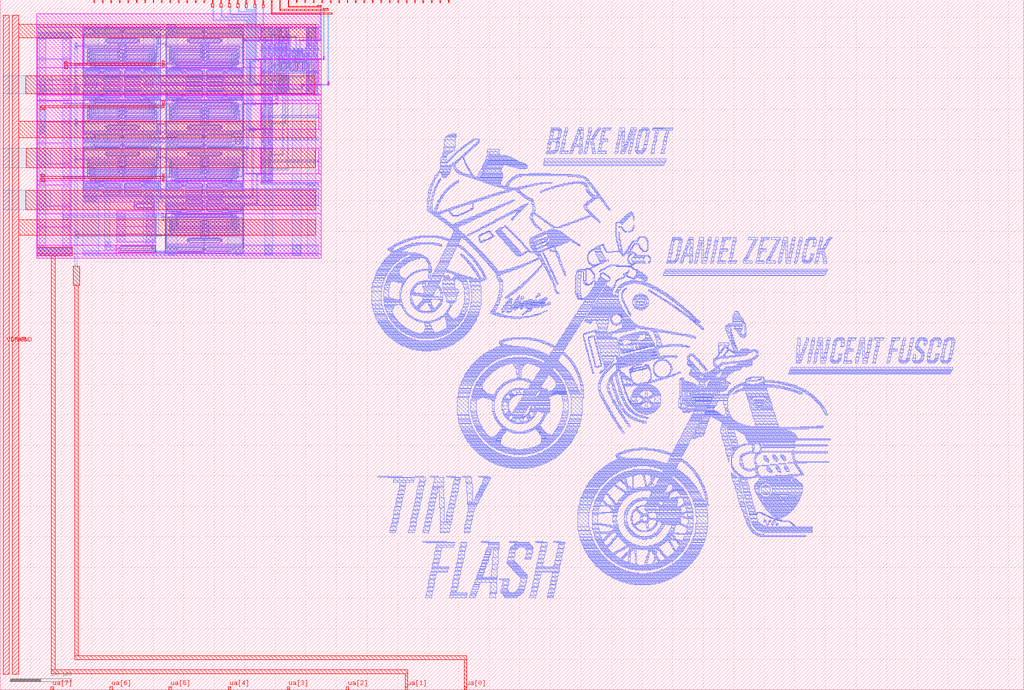
<source format=lef>
VERSION 5.7 ;
  NOWIREEXTENSIONATPIN ON ;
  DIVIDERCHAR "/" ;
  BUSBITCHARS "[]" ;
MACRO tt_um_tinyflash
  CLASS BLOCK ;
  FOREIGN tt_um_tinyflash ;
  ORIGIN 0.000 0.000 ;
  SIZE 334.880 BY 225.760 ;
  PIN clk
    DIRECTION INPUT ;
    USE SIGNAL ;
    PORT
      LAYER met4 ;
        RECT 143.830 224.760 144.130 225.760 ;
    END
  END clk
  PIN ena
    DIRECTION INPUT ;
    USE SIGNAL ;
    PORT
      LAYER met4 ;
        RECT 146.590 224.760 146.890 225.760 ;
    END
  END ena
  PIN rst_n
    DIRECTION INPUT ;
    USE SIGNAL ;
    PORT
      LAYER met4 ;
        RECT 141.070 224.760 141.370 225.760 ;
    END
  END rst_n
  PIN ua[0]
    DIRECTION INOUT ;
    USE SIGNAL ;
    ANTENNAGATEAREA 97.950996 ;
    PORT
      LAYER met4 ;
        RECT 151.810 0.000 152.710 1.000 ;
    END
  END ua[0]
  PIN ua[1]
    DIRECTION INOUT ;
    USE SIGNAL ;
    PORT
      LAYER met4 ;
        RECT 132.490 0.000 133.390 1.000 ;
    END
  END ua[1]
  PIN ua[2]
    DIRECTION INOUT ;
    USE SIGNAL ;
    PORT
      LAYER met4 ;
        RECT 113.170 0.000 114.070 1.000 ;
    END
  END ua[2]
  PIN ua[3]
    DIRECTION INOUT ;
    USE SIGNAL ;
    PORT
      LAYER met4 ;
        RECT 93.850 0.000 94.750 1.000 ;
    END
  END ua[3]
  PIN ua[4]
    DIRECTION INOUT ;
    USE SIGNAL ;
    PORT
      LAYER met4 ;
        RECT 74.530 0.000 75.430 1.000 ;
    END
  END ua[4]
  PIN ua[5]
    DIRECTION INOUT ;
    USE SIGNAL ;
    PORT
      LAYER met4 ;
        RECT 55.210 0.000 56.110 1.000 ;
    END
  END ua[5]
  PIN ua[6]
    DIRECTION INOUT ;
    USE SIGNAL ;
    PORT
      LAYER met4 ;
        RECT 35.890 0.000 36.790 1.000 ;
    END
  END ua[6]
  PIN ua[7]
    DIRECTION INOUT ;
    USE SIGNAL ;
    PORT
      LAYER met4 ;
        RECT 16.570 0.000 17.470 1.000 ;
    END
  END ua[7]
  PIN ui_in[0]
    DIRECTION INPUT ;
    USE SIGNAL ;
    PORT
      LAYER met4 ;
        RECT 138.310 224.760 138.610 225.760 ;
    END
  END ui_in[0]
  PIN ui_in[1]
    DIRECTION INPUT ;
    USE SIGNAL ;
    PORT
      LAYER met4 ;
        RECT 135.550 224.760 135.850 225.760 ;
    END
  END ui_in[1]
  PIN ui_in[2]
    DIRECTION INPUT ;
    USE SIGNAL ;
    PORT
      LAYER met4 ;
        RECT 132.790 224.760 133.090 225.760 ;
    END
  END ui_in[2]
  PIN ui_in[3]
    DIRECTION INPUT ;
    USE SIGNAL ;
    PORT
      LAYER met4 ;
        RECT 130.030 224.760 130.330 225.760 ;
    END
  END ui_in[3]
  PIN ui_in[4]
    DIRECTION INPUT ;
    USE SIGNAL ;
    PORT
      LAYER met4 ;
        RECT 127.270 224.760 127.570 225.760 ;
    END
  END ui_in[4]
  PIN ui_in[5]
    DIRECTION INPUT ;
    USE SIGNAL ;
    PORT
      LAYER met4 ;
        RECT 124.510 224.760 124.810 225.760 ;
    END
  END ui_in[5]
  PIN ui_in[6]
    DIRECTION INPUT ;
    USE SIGNAL ;
    PORT
      LAYER met4 ;
        RECT 121.750 224.760 122.050 225.760 ;
    END
  END ui_in[6]
  PIN ui_in[7]
    DIRECTION INPUT ;
    USE SIGNAL ;
    PORT
      LAYER met4 ;
        RECT 118.990 224.760 119.290 225.760 ;
    END
  END ui_in[7]
  PIN uio_in[0]
    DIRECTION INPUT ;
    USE SIGNAL ;
    PORT
      LAYER met4 ;
        RECT 116.230 224.760 116.530 225.760 ;
    END
  END uio_in[0]
  PIN uio_in[1]
    DIRECTION INPUT ;
    USE SIGNAL ;
    PORT
      LAYER met4 ;
        RECT 113.470 224.760 113.770 225.760 ;
    END
  END uio_in[1]
  PIN uio_in[2]
    DIRECTION INPUT ;
    USE SIGNAL ;
    PORT
      LAYER met4 ;
        RECT 110.710 224.760 111.010 225.760 ;
    END
  END uio_in[2]
  PIN uio_in[3]
    DIRECTION INPUT ;
    USE SIGNAL ;
    PORT
      LAYER met4 ;
        RECT 107.950 224.760 108.250 225.760 ;
    END
  END uio_in[3]
  PIN uio_in[4]
    DIRECTION INPUT ;
    USE SIGNAL ;
    PORT
      LAYER met4 ;
        RECT 105.190 224.760 105.490 225.760 ;
    END
  END uio_in[4]
  PIN uio_in[5]
    DIRECTION INPUT ;
    USE SIGNAL ;
    PORT
      LAYER met4 ;
        RECT 102.430 224.760 102.730 225.760 ;
    END
  END uio_in[5]
  PIN uio_in[6]
    DIRECTION INPUT ;
    USE SIGNAL ;
    PORT
      LAYER met4 ;
        RECT 99.670 224.760 99.970 225.760 ;
    END
  END uio_in[6]
  PIN uio_in[7]
    DIRECTION INPUT ;
    USE SIGNAL ;
    PORT
      LAYER met4 ;
        RECT 96.910 224.760 97.210 225.760 ;
    END
  END uio_in[7]
  PIN uio_oe[0]
    DIRECTION OUTPUT ;
    USE SIGNAL ;
    PORT
      LAYER met4 ;
        RECT 49.990 224.760 50.290 225.760 ;
    END
  END uio_oe[0]
  PIN uio_oe[1]
    DIRECTION OUTPUT ;
    USE SIGNAL ;
    PORT
      LAYER met4 ;
        RECT 47.230 224.760 47.530 225.760 ;
    END
  END uio_oe[1]
  PIN uio_oe[2]
    DIRECTION OUTPUT ;
    USE SIGNAL ;
    PORT
      LAYER met4 ;
        RECT 44.470 224.760 44.770 225.760 ;
    END
  END uio_oe[2]
  PIN uio_oe[3]
    DIRECTION OUTPUT ;
    USE SIGNAL ;
    PORT
      LAYER met4 ;
        RECT 41.710 224.760 42.010 225.760 ;
    END
  END uio_oe[3]
  PIN uio_oe[4]
    DIRECTION OUTPUT ;
    USE SIGNAL ;
    PORT
      LAYER met4 ;
        RECT 38.950 224.760 39.250 225.760 ;
    END
  END uio_oe[4]
  PIN uio_oe[5]
    DIRECTION OUTPUT ;
    USE SIGNAL ;
    PORT
      LAYER met4 ;
        RECT 36.190 224.760 36.490 225.760 ;
    END
  END uio_oe[5]
  PIN uio_oe[6]
    DIRECTION OUTPUT ;
    USE SIGNAL ;
    PORT
      LAYER met4 ;
        RECT 33.430 224.760 33.730 225.760 ;
    END
  END uio_oe[6]
  PIN uio_oe[7]
    DIRECTION OUTPUT ;
    USE SIGNAL ;
    PORT
      LAYER met4 ;
        RECT 30.670 224.760 30.970 225.760 ;
    END
  END uio_oe[7]
  PIN uio_out[0]
    DIRECTION OUTPUT ;
    USE SIGNAL ;
    ANTENNAGATEAREA 0.450000 ;
    ANTENNADIFFAREA 3.770000 ;
    PORT
      LAYER met4 ;
        RECT 72.070 224.760 72.370 225.760 ;
    END
  END uio_out[0]
  PIN uio_out[1]
    DIRECTION OUTPUT ;
    USE SIGNAL ;
    ANTENNAGATEAREA 0.450000 ;
    ANTENNADIFFAREA 3.770000 ;
    PORT
      LAYER met4 ;
        RECT 69.310 224.760 69.610 225.760 ;
    END
  END uio_out[1]
  PIN uio_out[2]
    DIRECTION OUTPUT ;
    USE SIGNAL ;
    PORT
      LAYER met4 ;
        RECT 66.550 224.760 66.850 225.760 ;
    END
  END uio_out[2]
  PIN uio_out[3]
    DIRECTION OUTPUT ;
    USE SIGNAL ;
    PORT
      LAYER met4 ;
        RECT 63.790 224.760 64.090 225.760 ;
    END
  END uio_out[3]
  PIN uio_out[4]
    DIRECTION OUTPUT ;
    USE SIGNAL ;
    PORT
      LAYER met4 ;
        RECT 61.030 224.760 61.330 225.760 ;
    END
  END uio_out[4]
  PIN uio_out[5]
    DIRECTION OUTPUT ;
    USE SIGNAL ;
    PORT
      LAYER met4 ;
        RECT 58.270 224.760 58.570 225.760 ;
    END
  END uio_out[5]
  PIN uio_out[6]
    DIRECTION OUTPUT ;
    USE SIGNAL ;
    PORT
      LAYER met4 ;
        RECT 55.510 224.760 55.810 225.760 ;
    END
  END uio_out[6]
  PIN uio_out[7]
    DIRECTION OUTPUT ;
    USE SIGNAL ;
    PORT
      LAYER met4 ;
        RECT 52.750 224.760 53.050 225.760 ;
    END
  END uio_out[7]
  PIN uo_out[0]
    DIRECTION OUTPUT ;
    USE SIGNAL ;
    ANTENNADIFFAREA 0.870000 ;
    PORT
      LAYER met4 ;
        RECT 94.150 224.760 94.450 225.760 ;
    END
  END uo_out[0]
  PIN uo_out[1]
    DIRECTION OUTPUT ;
    USE SIGNAL ;
    ANTENNADIFFAREA 0.870000 ;
    PORT
      LAYER met4 ;
        RECT 91.390 224.760 91.690 225.760 ;
    END
  END uo_out[1]
  PIN uo_out[2]
    DIRECTION OUTPUT ;
    USE SIGNAL ;
    ANTENNADIFFAREA 0.870000 ;
    PORT
      LAYER met4 ;
        RECT 88.630 224.760 88.930 225.760 ;
    END
  END uo_out[2]
  PIN uo_out[3]
    DIRECTION OUTPUT ;
    USE SIGNAL ;
    ANTENNAGATEAREA 0.450000 ;
    ANTENNADIFFAREA 3.770000 ;
    PORT
      LAYER met4 ;
        RECT 85.870 224.760 86.170 225.760 ;
    END
  END uo_out[3]
  PIN uo_out[4]
    DIRECTION OUTPUT ;
    USE SIGNAL ;
    ANTENNAGATEAREA 0.450000 ;
    ANTENNADIFFAREA 3.770000 ;
    PORT
      LAYER met4 ;
        RECT 83.110 224.760 83.410 225.760 ;
    END
  END uo_out[4]
  PIN uo_out[5]
    DIRECTION OUTPUT ;
    USE SIGNAL ;
    ANTENNAGATEAREA 0.450000 ;
    ANTENNADIFFAREA 3.770000 ;
    PORT
      LAYER met4 ;
        RECT 80.350 224.760 80.650 225.760 ;
    END
  END uo_out[5]
  PIN uo_out[6]
    DIRECTION OUTPUT ;
    USE SIGNAL ;
    ANTENNAGATEAREA 0.450000 ;
    ANTENNADIFFAREA 3.770000 ;
    PORT
      LAYER met4 ;
        RECT 77.590 224.760 77.890 225.760 ;
    END
  END uo_out[6]
  PIN uo_out[7]
    DIRECTION OUTPUT ;
    USE SIGNAL ;
    ANTENNAGATEAREA 0.450000 ;
    ANTENNADIFFAREA 3.770000 ;
    PORT
      LAYER met4 ;
        RECT 74.830 224.760 75.130 225.760 ;
    END
  END uo_out[7]
  PIN VDPWR
    DIRECTION INOUT ;
    USE POWER ;
    PORT
      LAYER met4 ;
        RECT 1.000 5.000 3.000 220.760 ;
    END
  END VDPWR
  PIN VGND
    DIRECTION INOUT ;
    USE GROUND ;
    PORT
      LAYER met4 ;
        RECT 4.000 5.000 6.000 220.760 ;
    END
  END VGND
  OBS
      LAYER pwell ;
        RECT 11.940 216.710 105.060 221.200 ;
        RECT 11.940 203.590 27.070 216.710 ;
      LAYER nwell ;
        RECT 27.070 203.590 79.600 216.710 ;
      LAYER pwell ;
        RECT 79.600 212.520 85.180 216.710 ;
      LAYER nwell ;
        RECT 85.180 212.520 104.140 216.710 ;
      LAYER pwell ;
        RECT 104.140 212.520 105.060 216.710 ;
        RECT 79.600 206.320 105.060 212.520 ;
        RECT 79.600 203.590 85.180 206.320 ;
        RECT 11.940 197.940 85.180 203.590 ;
      LAYER nwell ;
        RECT 85.180 197.940 104.140 206.320 ;
      LAYER pwell ;
        RECT 104.140 197.940 105.060 206.320 ;
        RECT 105.610 206.150 106.040 207.320 ;
        RECT 11.940 194.840 105.060 197.940 ;
        RECT 107.100 197.760 107.530 198.930 ;
        RECT 11.940 194.550 100.670 194.840 ;
        RECT 102.920 194.550 105.060 194.840 ;
        RECT 11.940 192.810 105.060 194.550 ;
        RECT 11.940 166.570 27.070 192.810 ;
      LAYER nwell ;
        RECT 27.070 166.570 79.600 192.810 ;
      LAYER pwell ;
        RECT 79.600 191.740 105.060 192.810 ;
        RECT 79.600 183.360 85.180 191.740 ;
      LAYER nwell ;
        RECT 85.180 183.360 104.140 191.740 ;
      LAYER pwell ;
        RECT 104.140 183.360 105.060 191.740 ;
        RECT 79.600 177.160 105.060 183.360 ;
        RECT 79.600 168.780 85.180 177.160 ;
      LAYER nwell ;
        RECT 85.180 168.780 104.140 177.160 ;
      LAYER pwell ;
        RECT 104.140 168.780 105.060 177.160 ;
        RECT 79.600 166.570 105.060 168.780 ;
        RECT 11.940 155.790 105.060 166.570 ;
        RECT 11.940 145.470 50.810 155.790 ;
        RECT 11.940 142.670 37.980 145.470 ;
      LAYER nwell ;
        RECT 37.980 144.430 50.810 145.470 ;
        RECT 37.980 142.990 50.800 144.430 ;
        RECT 53.990 142.670 79.600 155.790 ;
      LAYER pwell ;
        RECT 79.600 142.670 105.060 155.790 ;
        RECT 11.940 141.170 105.060 142.670 ;
      LAYER li1 ;
        RECT 85.380 216.530 87.080 216.570 ;
        RECT 87.480 216.530 89.180 216.570 ;
        RECT 100.130 216.530 101.830 216.570 ;
        RECT 102.230 216.530 103.930 216.570 ;
        RECT 27.240 216.360 52.500 216.530 ;
        RECT 27.240 214.100 30.310 216.360 ;
        RECT 31.025 215.790 39.065 215.960 ;
        RECT 30.640 214.730 30.810 215.730 ;
        RECT 39.280 214.730 39.450 215.730 ;
        RECT 31.025 214.500 39.065 214.670 ;
        RECT 39.790 214.100 39.960 216.360 ;
        RECT 40.685 215.790 48.725 215.960 ;
        RECT 40.300 214.730 40.470 215.730 ;
        RECT 48.940 214.730 49.110 215.730 ;
        RECT 40.685 214.500 48.725 214.670 ;
        RECT 49.450 214.110 52.500 216.360 ;
        RECT 45.720 214.100 52.500 214.110 ;
        RECT 27.240 213.490 52.500 214.100 ;
        RECT 12.130 213.300 23.230 213.320 ;
        RECT 12.120 213.110 23.310 213.300 ;
        RECT 12.120 206.440 12.290 213.110 ;
        RECT 12.770 206.920 14.930 212.650 ;
        RECT 20.500 206.920 22.660 212.650 ;
        RECT 23.140 206.440 23.310 213.110 ;
        RECT 12.120 206.270 23.310 206.440 ;
        RECT 12.120 199.580 12.290 206.270 ;
        RECT 12.770 200.060 14.930 205.790 ;
        RECT 20.500 200.060 22.660 205.790 ;
        RECT 23.140 199.580 23.310 206.270 ;
        RECT 27.240 211.230 34.240 213.490 ;
        RECT 35.045 213.090 44.925 213.490 ;
        RECT 34.965 212.920 45.005 213.090 ;
        RECT 34.580 211.860 34.750 212.860 ;
        RECT 45.220 211.860 45.390 212.860 ;
        RECT 34.965 211.630 45.005 211.800 ;
        RECT 45.720 211.230 52.500 213.490 ;
        RECT 27.240 210.150 52.500 211.230 ;
        RECT 27.240 205.080 28.600 210.150 ;
        RECT 29.175 209.650 39.210 209.820 ;
        RECT 28.790 209.240 28.960 209.590 ;
        RECT 39.425 209.240 39.595 209.590 ;
        RECT 29.175 209.010 39.210 209.180 ;
        RECT 29.175 208.450 39.210 208.620 ;
        RECT 28.790 208.040 28.960 208.390 ;
        RECT 39.425 208.040 39.595 208.390 ;
        RECT 29.175 207.810 39.210 207.980 ;
        RECT 29.175 207.250 39.210 207.420 ;
        RECT 28.790 206.840 28.960 207.190 ;
        RECT 39.425 206.840 39.595 207.190 ;
        RECT 29.175 206.610 39.210 206.780 ;
        RECT 29.175 206.050 39.210 206.220 ;
        RECT 28.790 205.640 28.960 205.990 ;
        RECT 39.425 205.640 39.595 205.990 ;
        RECT 29.175 205.410 39.210 205.580 ;
        RECT 39.790 205.080 39.960 210.150 ;
        RECT 40.535 209.650 50.570 209.820 ;
        RECT 40.150 209.240 40.320 209.590 ;
        RECT 49.810 209.180 50.530 209.260 ;
        RECT 50.785 209.240 50.955 209.590 ;
        RECT 40.535 209.010 50.570 209.180 ;
        RECT 49.810 208.920 50.530 209.010 ;
        RECT 40.535 208.450 50.570 208.620 ;
        RECT 40.150 208.040 40.320 208.390 ;
        RECT 50.785 208.040 50.955 208.390 ;
        RECT 40.535 207.810 50.570 207.980 ;
        RECT 40.535 207.250 50.570 207.420 ;
        RECT 40.150 206.840 40.320 207.190 ;
        RECT 49.810 206.780 50.530 206.860 ;
        RECT 50.785 206.840 50.955 207.190 ;
        RECT 40.535 206.610 50.570 206.780 ;
        RECT 49.810 206.520 50.530 206.610 ;
        RECT 40.535 206.050 50.570 206.220 ;
        RECT 40.150 205.640 40.320 205.990 ;
        RECT 50.785 205.640 50.955 205.990 ;
        RECT 40.535 205.410 50.570 205.580 ;
        RECT 51.145 205.080 52.500 210.150 ;
        RECT 27.240 204.910 52.500 205.080 ;
        RECT 54.160 216.360 79.420 216.530 ;
        RECT 54.160 214.100 57.230 216.360 ;
        RECT 57.945 215.790 65.985 215.960 ;
        RECT 57.560 214.730 57.730 215.730 ;
        RECT 66.200 214.730 66.370 215.730 ;
        RECT 57.945 214.500 65.985 214.670 ;
        RECT 66.710 214.100 66.880 216.360 ;
        RECT 67.605 215.790 75.645 215.960 ;
        RECT 67.220 214.730 67.390 215.730 ;
        RECT 75.860 214.730 76.030 215.730 ;
        RECT 67.605 214.500 75.645 214.670 ;
        RECT 76.370 214.110 79.420 216.360 ;
        RECT 72.640 214.100 79.420 214.110 ;
        RECT 54.160 213.490 79.420 214.100 ;
        RECT 54.160 211.230 61.160 213.490 ;
        RECT 61.965 213.090 71.845 213.490 ;
        RECT 61.885 212.920 71.925 213.090 ;
        RECT 61.500 211.860 61.670 212.860 ;
        RECT 72.140 211.860 72.310 212.860 ;
        RECT 61.885 211.630 71.925 211.800 ;
        RECT 72.640 211.230 79.420 213.490 ;
        RECT 85.360 216.360 87.110 216.530 ;
        RECT 85.360 212.870 85.530 216.360 ;
        RECT 86.070 215.850 86.400 216.020 ;
        RECT 85.930 213.595 86.100 215.635 ;
        RECT 86.370 213.595 86.540 215.635 ;
        RECT 86.070 213.210 86.400 213.380 ;
        RECT 86.940 212.870 87.110 216.360 ;
        RECT 85.360 212.700 87.110 212.870 ;
        RECT 87.460 216.360 89.210 216.530 ;
        RECT 87.460 212.870 87.630 216.360 ;
        RECT 88.170 215.850 88.500 216.020 ;
        RECT 88.030 213.595 88.200 215.635 ;
        RECT 88.470 213.595 88.640 215.635 ;
        RECT 88.170 213.210 88.500 213.380 ;
        RECT 89.040 212.870 89.210 216.360 ;
        RECT 87.460 212.700 89.210 212.870 ;
        RECT 89.570 216.360 94.480 216.530 ;
        RECT 89.570 212.870 89.740 216.360 ;
        RECT 90.280 215.850 90.610 216.020 ;
        RECT 90.140 213.595 90.310 215.635 ;
        RECT 90.580 213.595 90.750 215.635 ;
        RECT 90.280 213.210 90.610 213.380 ;
        RECT 91.150 212.870 91.320 216.360 ;
        RECT 91.860 215.850 92.190 216.020 ;
        RECT 91.720 213.595 91.890 215.635 ;
        RECT 92.160 213.595 92.330 215.635 ;
        RECT 91.860 213.210 92.190 213.380 ;
        RECT 92.730 212.870 92.900 216.360 ;
        RECT 93.440 215.850 93.770 216.020 ;
        RECT 93.300 213.595 93.470 215.635 ;
        RECT 93.740 213.595 93.910 215.635 ;
        RECT 93.440 213.210 93.770 213.380 ;
        RECT 94.310 212.870 94.480 216.360 ;
        RECT 89.570 212.700 94.480 212.870 ;
        RECT 100.110 216.360 101.860 216.530 ;
        RECT 100.110 212.870 100.280 216.360 ;
        RECT 100.820 215.850 101.150 216.020 ;
        RECT 100.680 213.595 100.850 215.635 ;
        RECT 101.120 213.595 101.290 215.635 ;
        RECT 100.820 213.210 101.150 213.380 ;
        RECT 101.690 212.870 101.860 216.360 ;
        RECT 100.110 212.700 101.860 212.870 ;
        RECT 102.210 216.360 103.960 216.530 ;
        RECT 102.210 212.870 102.380 216.360 ;
        RECT 102.920 215.850 103.250 216.020 ;
        RECT 102.780 213.595 102.950 215.635 ;
        RECT 103.220 213.595 103.390 215.635 ;
        RECT 102.920 213.210 103.250 213.380 ;
        RECT 103.790 212.870 103.960 216.360 ;
        RECT 102.210 212.700 103.960 212.870 ;
        RECT 54.160 210.150 79.420 211.230 ;
        RECT 54.160 205.080 55.520 210.150 ;
        RECT 56.095 209.650 66.130 209.820 ;
        RECT 55.710 209.240 55.880 209.590 ;
        RECT 66.345 209.240 66.515 209.590 ;
        RECT 56.095 209.010 66.130 209.180 ;
        RECT 56.095 208.450 66.130 208.620 ;
        RECT 55.710 208.040 55.880 208.390 ;
        RECT 66.345 208.040 66.515 208.390 ;
        RECT 56.095 207.810 66.130 207.980 ;
        RECT 56.095 207.250 66.130 207.420 ;
        RECT 55.710 206.840 55.880 207.190 ;
        RECT 66.345 206.840 66.515 207.190 ;
        RECT 56.095 206.610 66.130 206.780 ;
        RECT 56.095 206.050 66.130 206.220 ;
        RECT 55.710 205.640 55.880 205.990 ;
        RECT 66.345 205.640 66.515 205.990 ;
        RECT 56.095 205.410 66.130 205.580 ;
        RECT 66.710 205.080 66.880 210.150 ;
        RECT 67.455 209.650 77.490 209.820 ;
        RECT 67.070 209.240 67.240 209.590 ;
        RECT 76.730 209.180 77.450 209.260 ;
        RECT 77.705 209.240 77.875 209.590 ;
        RECT 67.455 209.010 77.490 209.180 ;
        RECT 76.730 208.920 77.450 209.010 ;
        RECT 67.455 208.450 77.490 208.620 ;
        RECT 67.070 208.040 67.240 208.390 ;
        RECT 77.705 208.040 77.875 208.390 ;
        RECT 67.455 207.810 77.490 207.980 ;
        RECT 67.455 207.250 77.490 207.420 ;
        RECT 67.070 206.840 67.240 207.190 ;
        RECT 76.730 206.780 77.450 206.860 ;
        RECT 77.705 206.840 77.875 207.190 ;
        RECT 67.455 206.610 77.490 206.780 ;
        RECT 76.730 206.520 77.450 206.610 ;
        RECT 67.455 206.050 77.490 206.220 ;
        RECT 67.070 205.640 67.240 205.990 ;
        RECT 77.705 205.640 77.875 205.990 ;
        RECT 67.455 205.410 77.490 205.580 ;
        RECT 78.065 205.080 79.420 210.150 ;
        RECT 85.360 212.170 87.110 212.340 ;
        RECT 85.360 209.770 85.530 212.170 ;
        RECT 86.070 211.660 86.400 211.830 ;
        RECT 85.930 210.450 86.100 211.490 ;
        RECT 86.370 210.450 86.540 211.490 ;
        RECT 86.070 210.110 86.400 210.280 ;
        RECT 86.940 209.770 87.110 212.170 ;
        RECT 85.360 209.600 87.110 209.770 ;
        RECT 87.460 212.170 89.210 212.340 ;
        RECT 87.460 209.770 87.630 212.170 ;
        RECT 88.170 211.660 88.500 211.830 ;
        RECT 88.030 210.450 88.200 211.490 ;
        RECT 88.470 210.450 88.640 211.490 ;
        RECT 88.170 210.110 88.500 210.280 ;
        RECT 89.040 209.770 89.210 212.170 ;
        RECT 87.460 209.600 89.210 209.770 ;
        RECT 89.570 212.170 94.480 212.340 ;
        RECT 89.570 209.770 89.740 212.170 ;
        RECT 90.280 211.660 90.610 211.830 ;
        RECT 90.140 210.450 90.310 211.490 ;
        RECT 90.580 210.450 90.750 211.490 ;
        RECT 90.280 210.110 90.610 210.280 ;
        RECT 91.150 209.770 91.320 212.170 ;
        RECT 91.860 211.660 92.190 211.830 ;
        RECT 91.720 210.450 91.890 211.490 ;
        RECT 92.160 210.450 92.330 211.490 ;
        RECT 91.860 210.110 92.190 210.280 ;
        RECT 92.730 209.770 92.900 212.170 ;
        RECT 93.440 211.660 93.770 211.830 ;
        RECT 93.300 210.450 93.470 211.490 ;
        RECT 93.740 210.450 93.910 211.490 ;
        RECT 93.440 210.110 93.770 210.280 ;
        RECT 94.310 209.770 94.480 212.170 ;
        RECT 89.570 209.690 94.480 209.770 ;
        RECT 100.110 212.170 101.860 212.340 ;
        RECT 100.110 209.770 100.280 212.170 ;
        RECT 100.820 211.660 101.150 211.830 ;
        RECT 100.680 210.450 100.850 211.490 ;
        RECT 101.120 210.450 101.290 211.490 ;
        RECT 100.820 210.110 101.150 210.280 ;
        RECT 101.690 209.770 101.860 212.170 ;
        RECT 89.570 209.600 94.490 209.690 ;
        RECT 100.110 209.600 101.860 209.770 ;
        RECT 102.210 212.170 103.960 212.340 ;
        RECT 102.210 209.770 102.380 212.170 ;
        RECT 102.920 211.660 103.250 211.830 ;
        RECT 102.780 210.450 102.950 211.490 ;
        RECT 103.220 210.450 103.390 211.490 ;
        RECT 102.920 210.110 103.250 210.280 ;
        RECT 103.790 209.770 103.960 212.170 ;
        RECT 102.210 209.600 103.960 209.770 ;
        RECT 85.380 209.570 87.080 209.600 ;
        RECT 87.480 209.570 89.180 209.600 ;
        RECT 89.650 209.520 94.490 209.600 ;
        RECT 100.130 209.570 101.830 209.600 ;
        RECT 102.230 209.570 103.930 209.600 ;
        RECT 85.380 209.240 87.080 209.270 ;
        RECT 87.480 209.240 89.180 209.270 ;
        RECT 89.650 209.240 94.490 209.320 ;
        RECT 94.920 209.240 99.760 209.320 ;
        RECT 100.130 209.240 101.830 209.270 ;
        RECT 102.230 209.240 103.930 209.270 ;
        RECT 85.360 209.070 87.110 209.240 ;
        RECT 85.360 206.670 85.530 209.070 ;
        RECT 86.070 208.560 86.400 208.730 ;
        RECT 85.930 207.350 86.100 208.390 ;
        RECT 86.370 207.350 86.540 208.390 ;
        RECT 86.070 207.010 86.400 207.180 ;
        RECT 86.940 206.670 87.110 209.070 ;
        RECT 85.360 206.500 87.110 206.670 ;
        RECT 87.460 209.070 89.210 209.240 ;
        RECT 87.460 206.670 87.630 209.070 ;
        RECT 88.170 208.560 88.500 208.730 ;
        RECT 88.030 207.350 88.200 208.390 ;
        RECT 88.470 207.350 88.640 208.390 ;
        RECT 88.170 207.010 88.500 207.180 ;
        RECT 89.040 206.670 89.210 209.070 ;
        RECT 87.460 206.500 89.210 206.670 ;
        RECT 89.570 209.150 94.490 209.240 ;
        RECT 94.840 209.150 99.760 209.240 ;
        RECT 89.570 209.070 94.480 209.150 ;
        RECT 89.570 206.670 89.740 209.070 ;
        RECT 90.280 208.560 90.610 208.730 ;
        RECT 90.140 207.350 90.310 208.390 ;
        RECT 90.580 207.350 90.750 208.390 ;
        RECT 90.280 207.010 90.610 207.180 ;
        RECT 91.150 206.670 91.320 209.070 ;
        RECT 91.860 208.560 92.190 208.730 ;
        RECT 91.720 207.350 91.890 208.390 ;
        RECT 92.160 207.350 92.330 208.390 ;
        RECT 91.860 207.010 92.190 207.180 ;
        RECT 92.730 206.670 92.900 209.070 ;
        RECT 93.440 208.560 93.770 208.730 ;
        RECT 93.300 207.350 93.470 208.390 ;
        RECT 93.740 207.350 93.910 208.390 ;
        RECT 93.440 207.010 93.770 207.180 ;
        RECT 94.310 206.670 94.480 209.070 ;
        RECT 89.570 206.500 94.480 206.670 ;
        RECT 94.840 209.070 99.750 209.150 ;
        RECT 94.840 206.670 95.010 209.070 ;
        RECT 95.550 208.560 95.880 208.730 ;
        RECT 95.410 207.350 95.580 208.390 ;
        RECT 95.850 207.350 96.020 208.390 ;
        RECT 95.550 207.010 95.880 207.180 ;
        RECT 96.420 206.670 96.590 209.070 ;
        RECT 97.130 208.560 97.460 208.730 ;
        RECT 96.990 207.350 97.160 208.390 ;
        RECT 97.430 207.350 97.600 208.390 ;
        RECT 97.130 207.010 97.460 207.180 ;
        RECT 98.000 206.670 98.170 209.070 ;
        RECT 98.710 208.560 99.040 208.730 ;
        RECT 98.570 207.350 98.740 208.390 ;
        RECT 99.010 207.350 99.180 208.390 ;
        RECT 98.710 207.010 99.040 207.180 ;
        RECT 99.580 206.670 99.750 209.070 ;
        RECT 94.840 206.500 99.750 206.670 ;
        RECT 100.110 209.070 101.860 209.240 ;
        RECT 100.110 206.670 100.280 209.070 ;
        RECT 100.820 208.560 101.150 208.730 ;
        RECT 100.680 207.350 100.850 208.390 ;
        RECT 101.120 207.350 101.290 208.390 ;
        RECT 100.820 207.010 101.150 207.180 ;
        RECT 101.690 206.670 101.860 209.070 ;
        RECT 100.110 206.500 101.860 206.670 ;
        RECT 102.210 209.070 103.960 209.240 ;
        RECT 102.210 206.670 102.380 209.070 ;
        RECT 102.920 208.560 103.250 208.730 ;
        RECT 102.780 207.350 102.950 208.390 ;
        RECT 103.220 207.350 103.390 208.390 ;
        RECT 102.920 207.010 103.250 207.180 ;
        RECT 103.790 206.670 103.960 209.070 ;
        RECT 102.210 206.500 103.960 206.670 ;
        RECT 54.160 204.910 79.420 205.080 ;
        RECT 85.360 205.970 87.110 206.140 ;
        RECT 27.250 203.240 52.500 203.410 ;
        RECT 27.250 201.390 27.420 203.240 ;
        RECT 28.100 202.670 32.140 202.840 ;
        RECT 27.760 201.610 27.930 202.610 ;
        RECT 32.310 201.610 32.480 202.610 ;
        RECT 28.180 201.550 32.060 201.580 ;
        RECT 28.100 201.390 32.140 201.550 ;
        RECT 32.820 201.390 32.990 203.240 ;
        RECT 33.950 202.670 38.990 202.840 ;
        RECT 33.610 201.610 33.780 202.610 ;
        RECT 39.160 201.610 39.330 202.610 ;
        RECT 33.950 201.390 38.990 201.550 ;
        RECT 39.790 201.390 39.960 203.240 ;
        RECT 40.920 202.670 45.960 202.840 ;
        RECT 40.580 201.610 40.750 202.610 ;
        RECT 46.130 201.610 46.300 202.610 ;
        RECT 40.920 201.390 45.960 201.550 ;
        RECT 46.760 201.390 46.930 203.240 ;
        RECT 47.610 202.670 51.650 202.840 ;
        RECT 47.270 201.610 47.440 202.610 ;
        RECT 51.820 201.610 51.990 202.610 ;
        RECT 47.690 201.550 51.570 201.580 ;
        RECT 47.610 201.390 51.650 201.550 ;
        RECT 52.330 201.390 52.500 203.240 ;
        RECT 54.170 203.240 79.420 203.410 ;
        RECT 54.170 201.390 54.340 203.240 ;
        RECT 55.020 202.670 59.060 202.840 ;
        RECT 54.680 201.610 54.850 202.610 ;
        RECT 59.230 201.610 59.400 202.610 ;
        RECT 55.100 201.550 58.980 201.580 ;
        RECT 55.020 201.390 59.060 201.550 ;
        RECT 59.740 201.390 59.910 203.240 ;
        RECT 60.870 202.670 65.910 202.840 ;
        RECT 60.530 201.610 60.700 202.610 ;
        RECT 66.080 201.610 66.250 202.610 ;
        RECT 60.870 201.390 65.910 201.550 ;
        RECT 66.710 201.390 66.880 203.240 ;
        RECT 67.840 202.670 72.880 202.840 ;
        RECT 67.500 201.610 67.670 202.610 ;
        RECT 73.050 201.610 73.220 202.610 ;
        RECT 67.840 201.390 72.880 201.550 ;
        RECT 73.680 201.390 73.850 203.240 ;
        RECT 74.530 202.670 78.570 202.840 ;
        RECT 74.190 201.610 74.360 202.610 ;
        RECT 78.740 201.610 78.910 202.610 ;
        RECT 74.610 201.550 78.490 201.580 ;
        RECT 74.530 201.390 78.570 201.550 ;
        RECT 79.250 201.390 79.420 203.240 ;
        RECT 85.360 202.480 85.530 205.970 ;
        RECT 86.070 205.460 86.400 205.630 ;
        RECT 85.930 203.205 86.100 205.245 ;
        RECT 86.370 203.205 86.540 205.245 ;
        RECT 86.070 202.820 86.400 202.990 ;
        RECT 86.940 202.480 87.110 205.970 ;
        RECT 85.360 202.310 87.110 202.480 ;
        RECT 87.460 205.970 89.210 206.140 ;
        RECT 87.460 202.480 87.630 205.970 ;
        RECT 88.170 205.460 88.500 205.630 ;
        RECT 88.030 203.205 88.200 205.245 ;
        RECT 88.470 203.205 88.640 205.245 ;
        RECT 88.170 202.820 88.500 202.990 ;
        RECT 89.040 202.480 89.210 205.970 ;
        RECT 87.460 202.310 89.210 202.480 ;
        RECT 89.570 205.970 94.480 206.140 ;
        RECT 89.570 202.480 89.740 205.970 ;
        RECT 90.280 205.460 90.610 205.630 ;
        RECT 90.140 203.205 90.310 205.245 ;
        RECT 90.580 203.205 90.750 205.245 ;
        RECT 90.280 202.820 90.610 202.990 ;
        RECT 91.150 202.480 91.320 205.970 ;
        RECT 91.860 205.460 92.190 205.630 ;
        RECT 91.720 203.205 91.890 205.245 ;
        RECT 92.160 203.205 92.330 205.245 ;
        RECT 91.860 202.820 92.190 202.990 ;
        RECT 92.730 202.480 92.900 205.970 ;
        RECT 93.440 205.460 93.770 205.630 ;
        RECT 93.300 203.205 93.470 205.245 ;
        RECT 93.740 203.205 93.910 205.245 ;
        RECT 93.440 202.820 93.770 202.990 ;
        RECT 94.310 202.480 94.480 205.970 ;
        RECT 89.570 202.310 94.480 202.480 ;
        RECT 94.840 205.970 99.750 206.140 ;
        RECT 94.840 202.480 95.010 205.970 ;
        RECT 95.550 205.460 95.880 205.630 ;
        RECT 95.410 203.205 95.580 205.245 ;
        RECT 95.850 203.205 96.020 205.245 ;
        RECT 95.550 202.820 95.880 202.990 ;
        RECT 96.420 202.480 96.590 205.970 ;
        RECT 97.130 205.460 97.460 205.630 ;
        RECT 96.990 203.205 97.160 205.245 ;
        RECT 97.430 203.205 97.600 205.245 ;
        RECT 97.130 202.820 97.460 202.990 ;
        RECT 98.000 202.480 98.170 205.970 ;
        RECT 98.710 205.460 99.040 205.630 ;
        RECT 98.570 203.205 98.740 205.245 ;
        RECT 99.010 203.205 99.180 205.245 ;
        RECT 98.710 202.820 99.040 202.990 ;
        RECT 99.580 202.480 99.750 205.970 ;
        RECT 94.840 202.310 99.750 202.480 ;
        RECT 100.110 205.970 101.860 206.140 ;
        RECT 100.110 202.480 100.280 205.970 ;
        RECT 100.820 205.460 101.150 205.630 ;
        RECT 100.680 203.205 100.850 205.245 ;
        RECT 101.120 203.205 101.290 205.245 ;
        RECT 100.820 202.820 101.150 202.990 ;
        RECT 101.690 202.480 101.860 205.970 ;
        RECT 100.110 202.310 101.860 202.480 ;
        RECT 102.210 205.970 103.960 206.140 ;
        RECT 102.210 202.480 102.380 205.970 ;
        RECT 102.920 205.460 103.250 205.630 ;
        RECT 102.780 203.205 102.950 205.245 ;
        RECT 103.220 203.205 103.390 205.245 ;
        RECT 102.920 202.820 103.250 202.990 ;
        RECT 103.790 202.480 103.960 205.970 ;
        RECT 102.210 202.310 103.960 202.480 ;
        RECT 85.380 202.270 87.080 202.310 ;
        RECT 87.480 202.270 89.180 202.310 ;
        RECT 100.130 202.270 101.830 202.310 ;
        RECT 102.230 202.270 103.930 202.310 ;
        RECT 85.380 201.950 87.080 201.990 ;
        RECT 87.480 201.950 89.180 201.990 ;
        RECT 100.130 201.950 101.830 201.990 ;
        RECT 102.230 201.950 103.930 201.990 ;
        RECT 12.120 199.410 23.310 199.580 ;
        RECT 12.120 192.720 12.290 199.410 ;
        RECT 12.770 193.200 14.930 198.930 ;
        RECT 20.500 193.200 22.660 198.930 ;
        RECT 23.140 192.720 23.310 199.410 ;
        RECT 27.240 200.810 52.500 201.390 ;
        RECT 27.240 198.550 32.990 200.810 ;
        RECT 33.950 200.240 38.990 200.410 ;
        RECT 33.610 199.180 33.780 200.180 ;
        RECT 39.160 199.180 39.330 200.180 ;
        RECT 33.950 198.950 38.990 199.120 ;
        RECT 39.790 198.550 39.960 200.810 ;
        RECT 40.920 200.240 45.960 200.410 ;
        RECT 40.580 199.180 40.750 200.180 ;
        RECT 46.130 199.180 46.300 200.180 ;
        RECT 40.920 198.950 45.960 199.120 ;
        RECT 46.760 198.550 52.500 200.810 ;
        RECT 27.240 198.380 52.500 198.550 ;
        RECT 54.160 200.810 79.420 201.390 ;
        RECT 54.160 198.550 59.910 200.810 ;
        RECT 60.870 200.240 65.910 200.410 ;
        RECT 60.530 199.180 60.700 200.180 ;
        RECT 66.080 199.180 66.250 200.180 ;
        RECT 60.870 198.950 65.910 199.120 ;
        RECT 66.710 198.550 66.880 200.810 ;
        RECT 67.840 200.240 72.880 200.410 ;
        RECT 67.500 199.180 67.670 200.180 ;
        RECT 73.050 199.180 73.220 200.180 ;
        RECT 67.840 198.950 72.880 199.120 ;
        RECT 73.680 198.550 79.420 200.810 ;
        RECT 54.160 198.380 79.420 198.550 ;
        RECT 85.360 201.780 87.110 201.950 ;
        RECT 85.360 198.290 85.530 201.780 ;
        RECT 86.070 201.270 86.400 201.440 ;
        RECT 85.930 199.015 86.100 201.055 ;
        RECT 86.370 199.015 86.540 201.055 ;
        RECT 86.070 198.630 86.400 198.800 ;
        RECT 86.940 198.290 87.110 201.780 ;
        RECT 85.360 198.120 87.110 198.290 ;
        RECT 87.460 201.780 89.210 201.950 ;
        RECT 87.460 198.290 87.630 201.780 ;
        RECT 88.170 201.270 88.500 201.440 ;
        RECT 88.030 199.015 88.200 201.055 ;
        RECT 88.470 199.015 88.640 201.055 ;
        RECT 88.170 198.630 88.500 198.800 ;
        RECT 89.040 198.290 89.210 201.780 ;
        RECT 87.460 198.120 89.210 198.290 ;
        RECT 89.570 201.780 94.480 201.950 ;
        RECT 89.570 198.290 89.740 201.780 ;
        RECT 90.280 201.270 90.610 201.440 ;
        RECT 90.140 199.015 90.310 201.055 ;
        RECT 90.580 199.015 90.750 201.055 ;
        RECT 90.280 198.630 90.610 198.800 ;
        RECT 91.150 198.290 91.320 201.780 ;
        RECT 91.860 201.270 92.190 201.440 ;
        RECT 91.720 199.015 91.890 201.055 ;
        RECT 92.160 199.015 92.330 201.055 ;
        RECT 91.860 198.630 92.190 198.800 ;
        RECT 92.730 198.290 92.900 201.780 ;
        RECT 93.440 201.270 93.770 201.440 ;
        RECT 93.300 199.015 93.470 201.055 ;
        RECT 93.740 199.015 93.910 201.055 ;
        RECT 93.440 198.630 93.770 198.800 ;
        RECT 94.310 198.290 94.480 201.780 ;
        RECT 89.570 198.120 94.480 198.290 ;
        RECT 100.110 201.780 101.860 201.950 ;
        RECT 100.110 198.290 100.280 201.780 ;
        RECT 100.820 201.270 101.150 201.440 ;
        RECT 100.680 199.015 100.850 201.055 ;
        RECT 101.120 199.015 101.290 201.055 ;
        RECT 100.820 198.630 101.150 198.800 ;
        RECT 101.690 198.290 101.860 201.780 ;
        RECT 100.110 198.120 101.860 198.290 ;
        RECT 102.210 201.780 103.960 201.950 ;
        RECT 102.210 198.290 102.380 201.780 ;
        RECT 102.920 201.270 103.250 201.440 ;
        RECT 102.780 199.015 102.950 201.055 ;
        RECT 103.220 199.015 103.390 201.055 ;
        RECT 102.920 198.630 103.250 198.800 ;
        RECT 103.790 198.290 103.960 201.780 ;
        RECT 102.210 198.120 103.960 198.290 ;
        RECT 27.240 197.850 52.500 198.020 ;
        RECT 27.240 195.590 32.990 197.850 ;
        RECT 33.950 197.280 38.990 197.450 ;
        RECT 33.610 196.220 33.780 197.220 ;
        RECT 39.160 196.220 39.330 197.220 ;
        RECT 33.950 195.990 38.990 196.160 ;
        RECT 39.790 195.590 39.960 197.850 ;
        RECT 40.920 197.280 45.960 197.450 ;
        RECT 40.580 196.220 40.750 197.220 ;
        RECT 46.130 196.220 46.300 197.220 ;
        RECT 40.920 195.990 45.960 196.160 ;
        RECT 46.760 195.590 52.500 197.850 ;
        RECT 27.240 195.010 52.500 195.590 ;
        RECT 54.160 197.850 79.420 198.020 ;
        RECT 54.160 195.590 59.910 197.850 ;
        RECT 60.870 197.280 65.910 197.450 ;
        RECT 60.530 196.220 60.700 197.220 ;
        RECT 66.080 196.220 66.250 197.220 ;
        RECT 60.870 195.990 65.910 196.160 ;
        RECT 66.710 195.590 66.880 197.850 ;
        RECT 67.840 197.280 72.880 197.450 ;
        RECT 67.500 196.220 67.670 197.220 ;
        RECT 73.050 196.220 73.220 197.220 ;
        RECT 67.840 195.990 72.880 196.160 ;
        RECT 73.680 195.590 79.420 197.850 ;
        RECT 54.160 195.010 79.420 195.590 ;
        RECT 85.360 197.590 87.110 197.760 ;
        RECT 85.360 195.190 85.530 197.590 ;
        RECT 86.070 197.080 86.400 197.250 ;
        RECT 85.930 195.870 86.100 196.910 ;
        RECT 86.370 195.870 86.540 196.910 ;
        RECT 86.070 195.530 86.400 195.700 ;
        RECT 86.940 195.190 87.110 197.590 ;
        RECT 85.360 195.020 87.110 195.190 ;
        RECT 87.460 197.590 89.210 197.760 ;
        RECT 87.460 195.190 87.630 197.590 ;
        RECT 88.170 197.080 88.500 197.250 ;
        RECT 88.030 195.870 88.200 196.910 ;
        RECT 88.470 195.870 88.640 196.910 ;
        RECT 88.170 195.530 88.500 195.700 ;
        RECT 89.040 195.190 89.210 197.590 ;
        RECT 87.460 195.020 89.210 195.190 ;
        RECT 89.570 197.590 94.480 197.760 ;
        RECT 89.570 195.190 89.740 197.590 ;
        RECT 90.280 197.080 90.610 197.250 ;
        RECT 90.140 195.870 90.310 196.910 ;
        RECT 90.580 195.870 90.750 196.910 ;
        RECT 90.280 195.530 90.610 195.700 ;
        RECT 91.150 195.190 91.320 197.590 ;
        RECT 91.860 197.080 92.190 197.250 ;
        RECT 91.720 195.870 91.890 196.910 ;
        RECT 92.160 195.870 92.330 196.910 ;
        RECT 91.860 195.530 92.190 195.700 ;
        RECT 92.730 195.190 92.900 197.590 ;
        RECT 93.440 197.080 93.770 197.250 ;
        RECT 93.300 195.870 93.470 196.910 ;
        RECT 93.740 195.870 93.910 196.910 ;
        RECT 93.440 195.530 93.770 195.700 ;
        RECT 94.310 195.190 94.480 197.590 ;
        RECT 89.570 195.110 94.480 195.190 ;
        RECT 100.110 197.590 101.860 197.760 ;
        RECT 100.110 195.190 100.280 197.590 ;
        RECT 100.820 197.080 101.150 197.250 ;
        RECT 100.680 195.870 100.850 196.910 ;
        RECT 101.120 195.870 101.290 196.910 ;
        RECT 100.820 195.530 101.150 195.700 ;
        RECT 101.690 195.190 101.860 197.590 ;
        RECT 89.570 195.020 94.490 195.110 ;
        RECT 100.110 195.020 101.860 195.190 ;
        RECT 102.210 197.590 103.960 197.760 ;
        RECT 102.210 195.190 102.380 197.590 ;
        RECT 102.920 197.080 103.250 197.250 ;
        RECT 102.780 195.870 102.950 196.910 ;
        RECT 103.220 195.870 103.390 196.910 ;
        RECT 102.920 195.530 103.250 195.700 ;
        RECT 103.790 195.190 103.960 197.590 ;
        RECT 102.210 195.020 103.960 195.190 ;
        RECT 27.250 193.160 27.420 195.010 ;
        RECT 28.100 194.850 32.140 195.010 ;
        RECT 28.180 194.820 32.060 194.850 ;
        RECT 27.760 193.790 27.930 194.790 ;
        RECT 32.310 193.790 32.480 194.790 ;
        RECT 28.100 193.560 32.140 193.730 ;
        RECT 32.820 193.160 32.990 195.010 ;
        RECT 33.950 194.850 38.990 195.010 ;
        RECT 33.610 193.790 33.780 194.790 ;
        RECT 39.160 193.790 39.330 194.790 ;
        RECT 33.950 193.560 38.990 193.730 ;
        RECT 39.790 193.160 39.960 195.010 ;
        RECT 40.920 194.850 45.960 195.010 ;
        RECT 40.580 193.790 40.750 194.790 ;
        RECT 46.130 193.790 46.300 194.790 ;
        RECT 40.920 193.560 45.960 193.730 ;
        RECT 46.760 193.160 46.930 195.010 ;
        RECT 47.610 194.850 51.650 195.010 ;
        RECT 47.690 194.820 51.570 194.850 ;
        RECT 47.270 193.790 47.440 194.790 ;
        RECT 51.820 193.790 51.990 194.790 ;
        RECT 47.610 193.560 51.650 193.730 ;
        RECT 52.330 193.160 52.500 195.010 ;
        RECT 27.250 192.990 52.500 193.160 ;
        RECT 54.170 193.160 54.340 195.010 ;
        RECT 55.020 194.850 59.060 195.010 ;
        RECT 55.100 194.820 58.980 194.850 ;
        RECT 54.680 193.790 54.850 194.790 ;
        RECT 59.230 193.790 59.400 194.790 ;
        RECT 55.020 193.560 59.060 193.730 ;
        RECT 59.740 193.160 59.910 195.010 ;
        RECT 60.870 194.850 65.910 195.010 ;
        RECT 60.530 193.790 60.700 194.790 ;
        RECT 66.080 193.790 66.250 194.790 ;
        RECT 60.870 193.560 65.910 193.730 ;
        RECT 66.710 193.160 66.880 195.010 ;
        RECT 67.840 194.850 72.880 195.010 ;
        RECT 67.500 193.790 67.670 194.790 ;
        RECT 73.050 193.790 73.220 194.790 ;
        RECT 67.840 193.560 72.880 193.730 ;
        RECT 73.680 193.160 73.850 195.010 ;
        RECT 74.530 194.850 78.570 195.010 ;
        RECT 74.610 194.820 78.490 194.850 ;
        RECT 74.190 193.790 74.360 194.790 ;
        RECT 78.740 193.790 78.910 194.790 ;
        RECT 74.530 193.560 78.570 193.730 ;
        RECT 79.250 193.160 79.420 195.010 ;
        RECT 85.380 194.990 87.080 195.020 ;
        RECT 87.480 194.990 89.180 195.020 ;
        RECT 89.650 194.940 94.490 195.020 ;
        RECT 100.130 194.990 101.830 195.020 ;
        RECT 102.230 194.990 103.930 195.020 ;
        RECT 85.380 194.660 87.080 194.690 ;
        RECT 87.480 194.660 89.180 194.690 ;
        RECT 54.170 192.990 79.420 193.160 ;
        RECT 85.360 194.490 87.110 194.660 ;
        RECT 12.120 192.550 23.310 192.720 ;
        RECT 12.120 185.860 12.290 192.550 ;
        RECT 12.770 186.340 14.930 192.070 ;
        RECT 20.500 186.340 22.660 192.070 ;
        RECT 23.140 185.860 23.310 192.550 ;
        RECT 85.360 192.090 85.530 194.490 ;
        RECT 86.070 193.980 86.400 194.150 ;
        RECT 85.930 192.770 86.100 193.810 ;
        RECT 86.370 192.770 86.540 193.810 ;
        RECT 86.070 192.430 86.400 192.600 ;
        RECT 86.940 192.090 87.110 194.490 ;
        RECT 85.360 191.920 87.110 192.090 ;
        RECT 87.460 194.490 89.210 194.660 ;
        RECT 87.460 192.090 87.630 194.490 ;
        RECT 88.170 193.980 88.500 194.150 ;
        RECT 88.030 192.770 88.200 193.810 ;
        RECT 88.470 192.770 88.640 193.810 ;
        RECT 88.170 192.430 88.500 192.600 ;
        RECT 89.040 192.090 89.210 194.490 ;
        RECT 87.460 191.920 89.210 192.090 ;
        RECT 12.120 185.690 23.310 185.860 ;
        RECT 12.120 179.000 12.290 185.690 ;
        RECT 12.770 179.480 14.930 185.210 ;
        RECT 20.500 179.480 22.660 185.210 ;
        RECT 23.140 179.000 23.310 185.690 ;
        RECT 27.240 191.320 52.500 191.490 ;
        RECT 27.240 186.250 28.600 191.320 ;
        RECT 29.175 190.820 39.210 190.990 ;
        RECT 28.790 190.410 28.960 190.760 ;
        RECT 39.425 190.410 39.595 190.760 ;
        RECT 29.175 190.180 39.210 190.350 ;
        RECT 29.175 189.620 39.210 189.790 ;
        RECT 28.790 189.210 28.960 189.560 ;
        RECT 39.425 189.210 39.595 189.560 ;
        RECT 29.175 188.980 39.210 189.150 ;
        RECT 29.175 188.420 39.210 188.590 ;
        RECT 28.790 188.010 28.960 188.360 ;
        RECT 39.425 188.010 39.595 188.360 ;
        RECT 29.175 187.780 39.210 187.950 ;
        RECT 29.175 187.220 39.210 187.390 ;
        RECT 28.790 186.810 28.960 187.160 ;
        RECT 39.425 186.810 39.595 187.160 ;
        RECT 29.175 186.580 39.210 186.750 ;
        RECT 39.790 186.250 39.960 191.320 ;
        RECT 40.535 190.820 50.570 190.990 ;
        RECT 40.150 190.410 40.320 190.760 ;
        RECT 50.785 190.410 50.955 190.760 ;
        RECT 40.535 190.180 50.570 190.350 ;
        RECT 49.810 189.790 50.530 189.880 ;
        RECT 40.535 189.620 50.570 189.790 ;
        RECT 40.150 189.210 40.320 189.560 ;
        RECT 49.810 189.540 50.530 189.620 ;
        RECT 50.785 189.210 50.955 189.560 ;
        RECT 40.535 188.980 50.570 189.150 ;
        RECT 40.535 188.420 50.570 188.590 ;
        RECT 40.150 188.010 40.320 188.360 ;
        RECT 50.785 188.010 50.955 188.360 ;
        RECT 40.535 187.780 50.570 187.950 ;
        RECT 49.810 187.390 50.530 187.480 ;
        RECT 40.535 187.220 50.570 187.390 ;
        RECT 40.150 186.810 40.320 187.160 ;
        RECT 49.810 187.140 50.530 187.220 ;
        RECT 50.785 186.810 50.955 187.160 ;
        RECT 40.535 186.580 50.570 186.750 ;
        RECT 51.145 186.250 52.500 191.320 ;
        RECT 27.240 185.170 52.500 186.250 ;
        RECT 27.240 182.910 34.240 185.170 ;
        RECT 34.965 184.600 45.005 184.770 ;
        RECT 34.580 183.540 34.750 184.540 ;
        RECT 45.220 183.540 45.390 184.540 ;
        RECT 34.965 183.310 45.005 183.480 ;
        RECT 35.045 182.910 44.925 183.310 ;
        RECT 45.720 182.910 52.500 185.170 ;
        RECT 27.240 182.300 52.500 182.910 ;
        RECT 27.240 180.040 30.310 182.300 ;
        RECT 31.025 181.730 39.065 181.900 ;
        RECT 30.640 180.670 30.810 181.670 ;
        RECT 39.280 180.670 39.450 181.670 ;
        RECT 31.025 180.440 39.065 180.610 ;
        RECT 39.790 180.040 39.960 182.300 ;
        RECT 45.720 182.290 52.500 182.300 ;
        RECT 40.685 181.730 48.725 181.900 ;
        RECT 40.300 180.670 40.470 181.670 ;
        RECT 48.940 180.670 49.110 181.670 ;
        RECT 40.685 180.440 48.725 180.610 ;
        RECT 49.450 180.040 52.500 182.290 ;
        RECT 27.240 179.870 52.500 180.040 ;
        RECT 54.160 191.320 79.420 191.490 ;
        RECT 54.160 186.250 55.520 191.320 ;
        RECT 56.095 190.820 66.130 190.990 ;
        RECT 55.710 190.410 55.880 190.760 ;
        RECT 66.345 190.410 66.515 190.760 ;
        RECT 56.095 190.180 66.130 190.350 ;
        RECT 56.095 189.620 66.130 189.790 ;
        RECT 55.710 189.210 55.880 189.560 ;
        RECT 66.345 189.210 66.515 189.560 ;
        RECT 56.095 188.980 66.130 189.150 ;
        RECT 56.095 188.420 66.130 188.590 ;
        RECT 55.710 188.010 55.880 188.360 ;
        RECT 66.345 188.010 66.515 188.360 ;
        RECT 56.095 187.780 66.130 187.950 ;
        RECT 56.095 187.220 66.130 187.390 ;
        RECT 55.710 186.810 55.880 187.160 ;
        RECT 66.345 186.810 66.515 187.160 ;
        RECT 56.095 186.580 66.130 186.750 ;
        RECT 66.710 186.250 66.880 191.320 ;
        RECT 67.455 190.820 77.490 190.990 ;
        RECT 67.070 190.410 67.240 190.760 ;
        RECT 77.705 190.410 77.875 190.760 ;
        RECT 67.455 190.180 77.490 190.350 ;
        RECT 76.730 189.790 77.450 189.880 ;
        RECT 67.455 189.620 77.490 189.790 ;
        RECT 67.070 189.210 67.240 189.560 ;
        RECT 76.730 189.540 77.450 189.620 ;
        RECT 77.705 189.210 77.875 189.560 ;
        RECT 67.455 188.980 77.490 189.150 ;
        RECT 67.455 188.420 77.490 188.590 ;
        RECT 67.070 188.010 67.240 188.360 ;
        RECT 77.705 188.010 77.875 188.360 ;
        RECT 67.455 187.780 77.490 187.950 ;
        RECT 76.730 187.390 77.450 187.480 ;
        RECT 67.455 187.220 77.490 187.390 ;
        RECT 67.070 186.810 67.240 187.160 ;
        RECT 76.730 187.140 77.450 187.220 ;
        RECT 77.705 186.810 77.875 187.160 ;
        RECT 67.455 186.580 77.490 186.750 ;
        RECT 78.065 186.250 79.420 191.320 ;
        RECT 85.360 191.390 87.110 191.560 ;
        RECT 85.360 187.900 85.530 191.390 ;
        RECT 86.070 190.880 86.400 191.050 ;
        RECT 85.930 188.625 86.100 190.665 ;
        RECT 86.370 188.625 86.540 190.665 ;
        RECT 86.070 188.240 86.400 188.410 ;
        RECT 86.940 187.900 87.110 191.390 ;
        RECT 85.360 187.730 87.110 187.900 ;
        RECT 87.460 191.390 89.210 191.560 ;
        RECT 87.460 187.900 87.630 191.390 ;
        RECT 88.170 190.880 88.500 191.050 ;
        RECT 88.030 188.625 88.200 190.665 ;
        RECT 88.470 188.625 88.640 190.665 ;
        RECT 88.170 188.240 88.500 188.410 ;
        RECT 89.040 187.900 89.210 191.390 ;
        RECT 87.460 187.730 89.210 187.900 ;
        RECT 85.380 187.690 87.080 187.730 ;
        RECT 87.480 187.690 89.180 187.730 ;
        RECT 85.380 187.370 87.080 187.410 ;
        RECT 87.480 187.370 89.180 187.410 ;
        RECT 54.160 185.170 79.420 186.250 ;
        RECT 54.160 182.910 61.160 185.170 ;
        RECT 61.885 184.600 71.925 184.770 ;
        RECT 61.500 183.540 61.670 184.540 ;
        RECT 72.140 183.540 72.310 184.540 ;
        RECT 61.885 183.310 71.925 183.480 ;
        RECT 61.965 182.910 71.845 183.310 ;
        RECT 72.640 182.910 79.420 185.170 ;
        RECT 85.360 187.200 87.110 187.370 ;
        RECT 85.360 183.710 85.530 187.200 ;
        RECT 86.070 186.690 86.400 186.860 ;
        RECT 85.930 184.435 86.100 186.475 ;
        RECT 86.370 184.435 86.540 186.475 ;
        RECT 86.070 184.050 86.400 184.220 ;
        RECT 86.940 183.710 87.110 187.200 ;
        RECT 85.360 183.540 87.110 183.710 ;
        RECT 87.460 187.200 89.210 187.370 ;
        RECT 87.460 183.710 87.630 187.200 ;
        RECT 88.170 186.690 88.500 186.860 ;
        RECT 88.030 184.435 88.200 186.475 ;
        RECT 88.470 184.435 88.640 186.475 ;
        RECT 88.170 184.050 88.500 184.220 ;
        RECT 89.040 183.710 89.210 187.200 ;
        RECT 87.460 183.540 89.210 183.710 ;
        RECT 54.160 182.300 79.420 182.910 ;
        RECT 54.160 180.040 57.230 182.300 ;
        RECT 57.945 181.730 65.985 181.900 ;
        RECT 57.560 180.670 57.730 181.670 ;
        RECT 66.200 180.670 66.370 181.670 ;
        RECT 57.945 180.440 65.985 180.610 ;
        RECT 66.710 180.040 66.880 182.300 ;
        RECT 72.640 182.290 79.420 182.300 ;
        RECT 67.605 181.730 75.645 181.900 ;
        RECT 67.220 180.670 67.390 181.670 ;
        RECT 75.860 180.670 76.030 181.670 ;
        RECT 67.605 180.440 75.645 180.610 ;
        RECT 76.370 180.040 79.420 182.290 ;
        RECT 85.360 183.010 87.110 183.180 ;
        RECT 85.360 180.610 85.530 183.010 ;
        RECT 86.070 182.500 86.400 182.670 ;
        RECT 85.930 181.290 86.100 182.330 ;
        RECT 86.370 181.290 86.540 182.330 ;
        RECT 86.070 180.950 86.400 181.120 ;
        RECT 86.940 180.610 87.110 183.010 ;
        RECT 85.360 180.440 87.110 180.610 ;
        RECT 87.460 183.010 89.210 183.180 ;
        RECT 87.460 180.610 87.630 183.010 ;
        RECT 88.170 182.500 88.500 182.670 ;
        RECT 88.030 181.290 88.200 182.330 ;
        RECT 88.470 181.290 88.640 182.330 ;
        RECT 88.170 180.950 88.500 181.120 ;
        RECT 89.040 180.610 89.210 183.010 ;
        RECT 87.460 180.440 89.210 180.610 ;
        RECT 85.380 180.410 87.080 180.440 ;
        RECT 87.480 180.410 89.180 180.440 ;
        RECT 85.380 180.080 87.080 180.110 ;
        RECT 87.480 180.080 89.180 180.110 ;
        RECT 54.160 179.870 79.420 180.040 ;
        RECT 85.360 179.910 87.110 180.080 ;
        RECT 12.120 178.830 23.310 179.000 ;
        RECT 12.120 172.140 12.290 178.830 ;
        RECT 12.770 172.620 14.930 178.350 ;
        RECT 20.500 172.620 22.660 178.350 ;
        RECT 23.140 172.140 23.310 178.830 ;
        RECT 12.120 171.970 23.310 172.140 ;
        RECT 12.120 165.280 12.290 171.970 ;
        RECT 12.770 165.760 14.930 171.490 ;
        RECT 20.500 165.760 22.660 171.490 ;
        RECT 23.140 165.280 23.310 171.970 ;
        RECT 27.240 179.340 52.500 179.510 ;
        RECT 27.240 177.080 30.310 179.340 ;
        RECT 31.025 178.770 39.065 178.940 ;
        RECT 30.640 177.710 30.810 178.710 ;
        RECT 39.280 177.710 39.450 178.710 ;
        RECT 31.025 177.480 39.065 177.650 ;
        RECT 39.790 177.080 39.960 179.340 ;
        RECT 40.685 178.770 48.725 178.940 ;
        RECT 40.300 177.710 40.470 178.710 ;
        RECT 48.940 177.710 49.110 178.710 ;
        RECT 40.685 177.480 48.725 177.650 ;
        RECT 49.450 177.090 52.500 179.340 ;
        RECT 45.720 177.080 52.500 177.090 ;
        RECT 27.240 176.470 52.500 177.080 ;
        RECT 27.240 174.210 34.240 176.470 ;
        RECT 35.045 176.070 44.925 176.470 ;
        RECT 34.965 175.900 45.005 176.070 ;
        RECT 34.580 174.840 34.750 175.840 ;
        RECT 45.220 174.840 45.390 175.840 ;
        RECT 34.965 174.610 45.005 174.780 ;
        RECT 45.720 174.210 52.500 176.470 ;
        RECT 27.240 173.130 52.500 174.210 ;
        RECT 27.240 168.060 28.600 173.130 ;
        RECT 29.175 172.630 39.210 172.800 ;
        RECT 28.790 172.220 28.960 172.570 ;
        RECT 39.425 172.220 39.595 172.570 ;
        RECT 29.175 171.990 39.210 172.160 ;
        RECT 29.175 171.430 39.210 171.600 ;
        RECT 28.790 171.020 28.960 171.370 ;
        RECT 39.425 171.020 39.595 171.370 ;
        RECT 29.175 170.790 39.210 170.960 ;
        RECT 29.175 170.230 39.210 170.400 ;
        RECT 28.790 169.820 28.960 170.170 ;
        RECT 39.425 169.820 39.595 170.170 ;
        RECT 29.175 169.590 39.210 169.760 ;
        RECT 29.175 169.030 39.210 169.200 ;
        RECT 28.790 168.620 28.960 168.970 ;
        RECT 39.425 168.620 39.595 168.970 ;
        RECT 29.175 168.390 39.210 168.560 ;
        RECT 39.790 168.060 39.960 173.130 ;
        RECT 40.535 172.630 50.570 172.800 ;
        RECT 40.150 172.220 40.320 172.570 ;
        RECT 49.810 172.160 50.530 172.240 ;
        RECT 50.785 172.220 50.955 172.570 ;
        RECT 40.535 171.990 50.570 172.160 ;
        RECT 49.810 171.900 50.530 171.990 ;
        RECT 40.535 171.430 50.570 171.600 ;
        RECT 40.150 171.020 40.320 171.370 ;
        RECT 50.785 171.020 50.955 171.370 ;
        RECT 40.535 170.790 50.570 170.960 ;
        RECT 40.535 170.230 50.570 170.400 ;
        RECT 40.150 169.820 40.320 170.170 ;
        RECT 49.810 169.760 50.530 169.840 ;
        RECT 50.785 169.820 50.955 170.170 ;
        RECT 40.535 169.590 50.570 169.760 ;
        RECT 49.810 169.500 50.530 169.590 ;
        RECT 40.535 169.030 50.570 169.200 ;
        RECT 40.150 168.620 40.320 168.970 ;
        RECT 50.785 168.620 50.955 168.970 ;
        RECT 40.535 168.390 50.570 168.560 ;
        RECT 51.145 168.060 52.500 173.130 ;
        RECT 27.240 167.890 52.500 168.060 ;
        RECT 54.160 179.340 79.420 179.510 ;
        RECT 54.160 177.080 57.230 179.340 ;
        RECT 57.945 178.770 65.985 178.940 ;
        RECT 57.560 177.710 57.730 178.710 ;
        RECT 66.200 177.710 66.370 178.710 ;
        RECT 57.945 177.480 65.985 177.650 ;
        RECT 66.710 177.080 66.880 179.340 ;
        RECT 67.605 178.770 75.645 178.940 ;
        RECT 67.220 177.710 67.390 178.710 ;
        RECT 75.860 177.710 76.030 178.710 ;
        RECT 67.605 177.480 75.645 177.650 ;
        RECT 76.370 177.090 79.420 179.340 ;
        RECT 85.360 177.510 85.530 179.910 ;
        RECT 86.070 179.400 86.400 179.570 ;
        RECT 85.930 178.190 86.100 179.230 ;
        RECT 86.370 178.190 86.540 179.230 ;
        RECT 86.070 177.850 86.400 178.020 ;
        RECT 86.940 177.510 87.110 179.910 ;
        RECT 85.360 177.340 87.110 177.510 ;
        RECT 87.460 179.910 89.210 180.080 ;
        RECT 87.460 177.510 87.630 179.910 ;
        RECT 88.170 179.400 88.500 179.570 ;
        RECT 88.030 178.190 88.200 179.230 ;
        RECT 88.470 178.190 88.640 179.230 ;
        RECT 88.170 177.850 88.500 178.020 ;
        RECT 89.040 177.510 89.210 179.910 ;
        RECT 87.460 177.340 89.210 177.510 ;
        RECT 72.640 177.080 79.420 177.090 ;
        RECT 54.160 176.470 79.420 177.080 ;
        RECT 54.160 174.210 61.160 176.470 ;
        RECT 61.965 176.070 71.845 176.470 ;
        RECT 61.885 175.900 71.925 176.070 ;
        RECT 61.500 174.840 61.670 175.840 ;
        RECT 72.140 174.840 72.310 175.840 ;
        RECT 61.885 174.610 71.925 174.780 ;
        RECT 72.640 174.210 79.420 176.470 ;
        RECT 54.160 173.130 79.420 174.210 ;
        RECT 85.360 176.810 87.110 176.980 ;
        RECT 85.360 173.320 85.530 176.810 ;
        RECT 86.070 176.300 86.400 176.470 ;
        RECT 85.930 174.045 86.100 176.085 ;
        RECT 86.370 174.045 86.540 176.085 ;
        RECT 86.070 173.660 86.400 173.830 ;
        RECT 86.940 173.320 87.110 176.810 ;
        RECT 85.360 173.150 87.110 173.320 ;
        RECT 87.460 176.810 89.210 176.980 ;
        RECT 87.460 173.320 87.630 176.810 ;
        RECT 88.170 176.300 88.500 176.470 ;
        RECT 88.030 174.045 88.200 176.085 ;
        RECT 88.470 174.045 88.640 176.085 ;
        RECT 88.170 173.660 88.500 173.830 ;
        RECT 89.040 173.320 89.210 176.810 ;
        RECT 87.460 173.150 89.210 173.320 ;
        RECT 54.160 168.060 55.520 173.130 ;
        RECT 56.095 172.630 66.130 172.800 ;
        RECT 55.710 172.220 55.880 172.570 ;
        RECT 66.345 172.220 66.515 172.570 ;
        RECT 56.095 171.990 66.130 172.160 ;
        RECT 56.095 171.430 66.130 171.600 ;
        RECT 55.710 171.020 55.880 171.370 ;
        RECT 66.345 171.020 66.515 171.370 ;
        RECT 56.095 170.790 66.130 170.960 ;
        RECT 56.095 170.230 66.130 170.400 ;
        RECT 55.710 169.820 55.880 170.170 ;
        RECT 66.345 169.820 66.515 170.170 ;
        RECT 56.095 169.590 66.130 169.760 ;
        RECT 56.095 169.030 66.130 169.200 ;
        RECT 55.710 168.620 55.880 168.970 ;
        RECT 66.345 168.620 66.515 168.970 ;
        RECT 56.095 168.390 66.130 168.560 ;
        RECT 66.710 168.060 66.880 173.130 ;
        RECT 67.455 172.630 77.490 172.800 ;
        RECT 67.070 172.220 67.240 172.570 ;
        RECT 76.730 172.160 77.450 172.240 ;
        RECT 77.705 172.220 77.875 172.570 ;
        RECT 67.455 171.990 77.490 172.160 ;
        RECT 76.730 171.900 77.450 171.990 ;
        RECT 67.455 171.430 77.490 171.600 ;
        RECT 67.070 171.020 67.240 171.370 ;
        RECT 77.705 171.020 77.875 171.370 ;
        RECT 67.455 170.790 77.490 170.960 ;
        RECT 67.455 170.230 77.490 170.400 ;
        RECT 67.070 169.820 67.240 170.170 ;
        RECT 76.730 169.760 77.450 169.840 ;
        RECT 77.705 169.820 77.875 170.170 ;
        RECT 67.455 169.590 77.490 169.760 ;
        RECT 76.730 169.500 77.450 169.590 ;
        RECT 67.455 169.030 77.490 169.200 ;
        RECT 67.070 168.620 67.240 168.970 ;
        RECT 77.705 168.620 77.875 168.970 ;
        RECT 67.455 168.390 77.490 168.560 ;
        RECT 78.065 168.060 79.420 173.130 ;
        RECT 85.380 173.110 87.080 173.150 ;
        RECT 87.480 173.110 89.180 173.150 ;
        RECT 85.380 172.790 87.080 172.830 ;
        RECT 87.480 172.790 89.180 172.830 ;
        RECT 85.360 172.620 87.110 172.790 ;
        RECT 85.360 169.130 85.530 172.620 ;
        RECT 86.070 172.110 86.400 172.280 ;
        RECT 85.930 169.855 86.100 171.895 ;
        RECT 86.370 169.855 86.540 171.895 ;
        RECT 86.070 169.470 86.400 169.640 ;
        RECT 86.940 169.130 87.110 172.620 ;
        RECT 85.360 168.960 87.110 169.130 ;
        RECT 87.460 172.620 89.210 172.790 ;
        RECT 87.460 169.130 87.630 172.620 ;
        RECT 88.170 172.110 88.500 172.280 ;
        RECT 88.030 169.855 88.200 171.895 ;
        RECT 88.470 169.855 88.640 171.895 ;
        RECT 88.170 169.470 88.500 169.640 ;
        RECT 89.040 169.130 89.210 172.620 ;
        RECT 87.460 168.960 89.210 169.130 ;
        RECT 54.160 167.890 79.420 168.060 ;
        RECT 85.360 168.430 87.110 168.600 ;
        RECT 12.120 165.110 23.310 165.280 ;
        RECT 12.120 158.420 12.290 165.110 ;
        RECT 12.770 158.900 14.930 164.630 ;
        RECT 20.500 158.900 22.660 164.630 ;
        RECT 23.140 158.420 23.310 165.110 ;
        RECT 27.250 166.220 52.500 166.390 ;
        RECT 27.250 164.370 27.420 166.220 ;
        RECT 28.100 165.650 32.140 165.820 ;
        RECT 27.760 164.590 27.930 165.590 ;
        RECT 32.310 164.590 32.480 165.590 ;
        RECT 28.180 164.530 32.060 164.560 ;
        RECT 28.100 164.370 32.140 164.530 ;
        RECT 32.820 164.370 32.990 166.220 ;
        RECT 33.950 165.650 38.990 165.820 ;
        RECT 33.610 164.590 33.780 165.590 ;
        RECT 39.160 164.590 39.330 165.590 ;
        RECT 33.950 164.370 38.990 164.530 ;
        RECT 39.790 164.370 39.960 166.220 ;
        RECT 40.920 165.650 45.960 165.820 ;
        RECT 40.580 164.590 40.750 165.590 ;
        RECT 46.130 164.590 46.300 165.590 ;
        RECT 40.920 164.370 45.960 164.530 ;
        RECT 46.760 164.370 46.930 166.220 ;
        RECT 47.610 165.650 51.650 165.820 ;
        RECT 47.270 164.590 47.440 165.590 ;
        RECT 51.820 164.590 51.990 165.590 ;
        RECT 47.690 164.530 51.570 164.560 ;
        RECT 47.610 164.370 51.650 164.530 ;
        RECT 52.330 164.370 52.500 166.220 ;
        RECT 54.170 166.220 79.420 166.390 ;
        RECT 54.170 164.370 54.340 166.220 ;
        RECT 55.020 165.650 59.060 165.820 ;
        RECT 54.680 164.590 54.850 165.590 ;
        RECT 59.230 164.590 59.400 165.590 ;
        RECT 55.100 164.530 58.980 164.560 ;
        RECT 55.020 164.370 59.060 164.530 ;
        RECT 59.740 164.370 59.910 166.220 ;
        RECT 60.870 165.650 65.910 165.820 ;
        RECT 60.530 164.590 60.700 165.590 ;
        RECT 66.080 164.590 66.250 165.590 ;
        RECT 60.870 164.370 65.910 164.530 ;
        RECT 66.710 164.370 66.880 166.220 ;
        RECT 67.840 165.650 72.880 165.820 ;
        RECT 67.500 164.590 67.670 165.590 ;
        RECT 73.050 164.590 73.220 165.590 ;
        RECT 67.840 164.370 72.880 164.530 ;
        RECT 73.680 164.370 73.850 166.220 ;
        RECT 74.530 165.650 78.570 165.820 ;
        RECT 74.190 164.590 74.360 165.590 ;
        RECT 78.740 164.590 78.910 165.590 ;
        RECT 74.610 164.530 78.490 164.560 ;
        RECT 74.530 164.370 78.570 164.530 ;
        RECT 79.250 164.370 79.420 166.220 ;
        RECT 85.360 166.030 85.530 168.430 ;
        RECT 86.070 167.920 86.400 168.090 ;
        RECT 85.930 166.710 86.100 167.750 ;
        RECT 86.370 166.710 86.540 167.750 ;
        RECT 86.070 166.370 86.400 166.540 ;
        RECT 86.940 166.030 87.110 168.430 ;
        RECT 85.360 165.860 87.110 166.030 ;
        RECT 87.460 168.430 89.210 168.600 ;
        RECT 87.460 166.030 87.630 168.430 ;
        RECT 88.170 167.920 88.500 168.090 ;
        RECT 88.030 166.710 88.200 167.750 ;
        RECT 88.470 166.710 88.640 167.750 ;
        RECT 88.170 166.370 88.500 166.540 ;
        RECT 89.040 166.030 89.210 168.430 ;
        RECT 87.460 165.860 89.210 166.030 ;
        RECT 85.380 165.830 87.080 165.860 ;
        RECT 87.480 165.830 89.180 165.860 ;
        RECT 27.240 163.790 52.500 164.370 ;
        RECT 27.240 161.530 32.990 163.790 ;
        RECT 33.950 163.220 38.990 163.390 ;
        RECT 33.610 162.160 33.780 163.160 ;
        RECT 39.160 162.160 39.330 163.160 ;
        RECT 33.950 161.930 38.990 162.100 ;
        RECT 39.790 161.530 39.960 163.790 ;
        RECT 40.920 163.220 45.960 163.390 ;
        RECT 40.580 162.160 40.750 163.160 ;
        RECT 46.130 162.160 46.300 163.160 ;
        RECT 40.920 161.930 45.960 162.100 ;
        RECT 46.760 161.530 52.500 163.790 ;
        RECT 27.240 161.360 52.500 161.530 ;
        RECT 54.160 163.790 79.420 164.370 ;
        RECT 54.160 161.530 59.910 163.790 ;
        RECT 60.870 163.220 65.910 163.390 ;
        RECT 60.530 162.160 60.700 163.160 ;
        RECT 66.080 162.160 66.250 163.160 ;
        RECT 60.870 161.930 65.910 162.100 ;
        RECT 66.710 161.530 66.880 163.790 ;
        RECT 67.840 163.220 72.880 163.390 ;
        RECT 67.500 162.160 67.670 163.160 ;
        RECT 73.050 162.160 73.220 163.160 ;
        RECT 67.840 161.930 72.880 162.100 ;
        RECT 73.680 161.530 79.420 163.790 ;
        RECT 54.160 161.360 79.420 161.530 ;
        RECT 54.160 160.830 79.420 161.000 ;
        RECT 44.020 159.660 50.440 159.700 ;
        RECT 12.120 158.250 23.310 158.420 ;
        RECT 12.120 151.560 12.290 158.250 ;
        RECT 12.770 152.040 14.930 157.770 ;
        RECT 20.500 152.040 22.660 157.770 ;
        RECT 23.140 151.560 23.310 158.250 ;
        RECT 43.880 159.490 50.620 159.660 ;
        RECT 43.880 157.230 44.050 159.490 ;
        RECT 44.730 158.920 49.770 159.090 ;
        RECT 44.390 157.860 44.560 158.860 ;
        RECT 49.940 157.860 50.110 158.860 ;
        RECT 44.730 157.630 49.770 157.800 ;
        RECT 50.450 157.230 50.620 159.490 ;
        RECT 54.160 158.570 59.910 160.830 ;
        RECT 60.870 160.260 65.910 160.430 ;
        RECT 60.530 159.200 60.700 160.200 ;
        RECT 66.080 159.200 66.250 160.200 ;
        RECT 60.870 158.970 65.910 159.140 ;
        RECT 66.710 158.570 66.880 160.830 ;
        RECT 67.840 160.260 72.880 160.430 ;
        RECT 67.500 159.200 67.670 160.200 ;
        RECT 73.050 159.200 73.220 160.200 ;
        RECT 67.840 158.970 72.880 159.140 ;
        RECT 73.680 158.570 79.420 160.830 ;
        RECT 54.160 157.990 79.420 158.570 ;
        RECT 43.880 157.060 50.620 157.230 ;
        RECT 44.040 156.785 50.500 157.060 ;
        RECT 12.120 151.390 23.310 151.560 ;
        RECT 12.120 144.700 12.290 151.390 ;
        RECT 12.770 145.180 14.930 150.910 ;
        RECT 20.500 145.180 22.660 150.910 ;
        RECT 23.140 144.700 23.310 151.390 ;
        RECT 38.160 156.615 50.620 156.785 ;
        RECT 38.160 154.255 38.330 156.615 ;
        RECT 38.810 154.735 40.970 156.135 ;
        RECT 47.810 154.735 49.970 156.135 ;
        RECT 50.450 154.255 50.620 156.615 ;
        RECT 54.170 156.140 54.340 157.990 ;
        RECT 55.020 157.830 59.060 157.990 ;
        RECT 55.100 157.800 58.980 157.830 ;
        RECT 54.680 156.770 54.850 157.770 ;
        RECT 59.230 156.770 59.400 157.770 ;
        RECT 55.020 156.540 59.060 156.710 ;
        RECT 59.740 156.140 59.910 157.990 ;
        RECT 60.870 157.830 65.910 157.990 ;
        RECT 60.530 156.770 60.700 157.770 ;
        RECT 66.080 156.770 66.250 157.770 ;
        RECT 60.870 156.540 65.910 156.710 ;
        RECT 66.710 156.140 66.880 157.990 ;
        RECT 67.840 157.830 72.880 157.990 ;
        RECT 67.500 156.770 67.670 157.770 ;
        RECT 73.050 156.770 73.220 157.770 ;
        RECT 67.840 156.540 72.880 156.710 ;
        RECT 73.680 156.140 73.850 157.990 ;
        RECT 74.530 157.830 78.570 157.990 ;
        RECT 74.610 157.800 78.490 157.830 ;
        RECT 74.190 156.770 74.360 157.770 ;
        RECT 78.740 156.770 78.910 157.770 ;
        RECT 74.530 156.540 78.570 156.710 ;
        RECT 79.250 156.140 79.420 157.990 ;
        RECT 54.170 155.970 79.420 156.140 ;
        RECT 38.160 154.075 50.620 154.255 ;
        RECT 38.160 151.715 38.330 154.075 ;
        RECT 38.810 152.195 40.970 153.595 ;
        RECT 47.810 152.195 49.970 153.595 ;
        RECT 50.450 151.715 50.620 154.075 ;
        RECT 38.160 151.535 50.620 151.715 ;
        RECT 38.160 149.175 38.330 151.535 ;
        RECT 38.810 149.655 40.970 151.055 ;
        RECT 47.810 149.655 49.970 151.055 ;
        RECT 50.450 149.175 50.620 151.535 ;
        RECT 38.160 148.995 50.620 149.175 ;
        RECT 38.160 146.635 38.330 148.995 ;
        RECT 38.810 147.115 40.970 148.515 ;
        RECT 47.810 147.115 49.970 148.515 ;
        RECT 50.450 146.635 50.620 148.995 ;
        RECT 38.160 146.465 50.620 146.635 ;
        RECT 54.160 154.300 79.420 154.470 ;
        RECT 54.160 149.230 55.520 154.300 ;
        RECT 56.095 153.800 66.130 153.970 ;
        RECT 55.710 153.390 55.880 153.740 ;
        RECT 66.345 153.390 66.515 153.740 ;
        RECT 56.095 153.160 66.130 153.330 ;
        RECT 56.095 152.600 66.130 152.770 ;
        RECT 55.710 152.190 55.880 152.540 ;
        RECT 66.345 152.190 66.515 152.540 ;
        RECT 56.095 151.960 66.130 152.130 ;
        RECT 56.095 151.400 66.130 151.570 ;
        RECT 55.710 150.990 55.880 151.340 ;
        RECT 66.345 150.990 66.515 151.340 ;
        RECT 56.095 150.760 66.130 150.930 ;
        RECT 56.095 150.200 66.130 150.370 ;
        RECT 55.710 149.790 55.880 150.140 ;
        RECT 66.345 149.790 66.515 150.140 ;
        RECT 56.095 149.560 66.130 149.730 ;
        RECT 66.710 149.230 66.880 154.300 ;
        RECT 67.455 153.800 77.490 153.970 ;
        RECT 67.070 153.390 67.240 153.740 ;
        RECT 77.705 153.390 77.875 153.740 ;
        RECT 67.455 153.160 77.490 153.330 ;
        RECT 76.730 152.770 77.450 152.860 ;
        RECT 67.455 152.600 77.490 152.770 ;
        RECT 67.070 152.190 67.240 152.540 ;
        RECT 76.730 152.520 77.450 152.600 ;
        RECT 77.705 152.190 77.875 152.540 ;
        RECT 67.455 151.960 77.490 152.130 ;
        RECT 67.455 151.400 77.490 151.570 ;
        RECT 67.070 150.990 67.240 151.340 ;
        RECT 77.705 150.990 77.875 151.340 ;
        RECT 67.455 150.760 77.490 150.930 ;
        RECT 76.730 150.370 77.450 150.460 ;
        RECT 67.455 150.200 77.490 150.370 ;
        RECT 67.070 149.790 67.240 150.140 ;
        RECT 76.730 150.120 77.450 150.200 ;
        RECT 77.705 149.790 77.875 150.140 ;
        RECT 67.455 149.560 77.490 149.730 ;
        RECT 78.065 149.230 79.420 154.300 ;
        RECT 54.160 148.150 79.420 149.230 ;
        RECT 54.160 145.890 61.160 148.150 ;
        RECT 61.885 147.580 71.925 147.750 ;
        RECT 61.500 146.520 61.670 147.520 ;
        RECT 72.140 146.520 72.310 147.520 ;
        RECT 61.885 146.290 71.925 146.460 ;
        RECT 61.965 145.890 71.845 146.290 ;
        RECT 72.640 145.890 79.420 148.150 ;
        RECT 54.160 145.280 79.420 145.890 ;
        RECT 39.425 145.030 49.465 145.200 ;
        RECT 12.120 144.530 23.310 144.700 ;
        RECT 39.035 143.970 39.205 144.970 ;
        RECT 49.685 143.970 49.855 144.970 ;
        RECT 39.425 143.740 49.465 143.910 ;
        RECT 38.690 143.150 50.340 143.340 ;
        RECT 54.160 143.020 57.230 145.280 ;
        RECT 57.945 144.710 65.985 144.880 ;
        RECT 57.560 143.650 57.730 144.650 ;
        RECT 66.200 143.650 66.370 144.650 ;
        RECT 57.945 143.420 65.985 143.590 ;
        RECT 66.710 143.020 66.880 145.280 ;
        RECT 72.640 145.270 79.420 145.280 ;
        RECT 67.605 144.710 75.645 144.880 ;
        RECT 67.220 143.650 67.390 144.650 ;
        RECT 75.860 143.650 76.030 144.650 ;
        RECT 67.605 143.420 75.645 143.590 ;
        RECT 76.370 143.020 79.420 145.270 ;
        RECT 54.160 142.850 79.420 143.020 ;
      LAYER met1 ;
        RECT 27.070 216.330 104.140 217.740 ;
        RECT 11.940 213.030 23.490 215.190 ;
        RECT 27.070 214.100 30.310 216.330 ;
        RECT 31.105 215.990 38.985 216.330 ;
        RECT 40.765 215.990 48.645 216.330 ;
        RECT 31.045 215.760 39.045 215.990 ;
        RECT 40.705 215.760 48.705 215.990 ;
        RECT 30.610 215.370 30.840 215.710 ;
        RECT 39.250 215.650 39.480 215.710 ;
        RECT 40.270 215.650 40.500 215.710 ;
        RECT 39.250 215.370 40.500 215.650 ;
        RECT 48.910 215.370 49.140 215.710 ;
        RECT 30.610 215.110 49.140 215.370 ;
        RECT 30.610 214.720 30.840 215.110 ;
        RECT 39.250 214.810 40.500 215.110 ;
        RECT 39.250 214.720 39.480 214.810 ;
        RECT 40.270 214.750 40.500 214.810 ;
        RECT 48.910 214.750 49.140 215.110 ;
        RECT 30.610 214.460 39.480 214.720 ;
        RECT 40.710 214.700 48.690 214.720 ;
        RECT 40.705 214.470 48.705 214.700 ;
        RECT 40.710 214.460 48.690 214.470 ;
        RECT 49.440 214.100 57.240 216.330 ;
        RECT 58.025 215.990 65.905 216.330 ;
        RECT 67.685 215.990 75.565 216.330 ;
        RECT 76.360 216.310 104.140 216.330 ;
        RECT 57.965 215.760 65.965 215.990 ;
        RECT 67.625 215.760 75.625 215.990 ;
        RECT 57.530 215.370 57.760 215.710 ;
        RECT 66.170 215.650 66.400 215.710 ;
        RECT 67.190 215.650 67.420 215.710 ;
        RECT 66.170 215.370 67.420 215.650 ;
        RECT 75.830 215.370 76.060 215.710 ;
        RECT 57.530 215.110 76.060 215.370 ;
        RECT 57.530 214.720 57.760 215.110 ;
        RECT 66.170 214.810 67.420 215.110 ;
        RECT 66.170 214.720 66.400 214.810 ;
        RECT 67.190 214.750 67.420 214.810 ;
        RECT 75.830 214.750 76.060 215.110 ;
        RECT 57.530 214.460 66.400 214.720 ;
        RECT 67.630 214.700 75.610 214.720 ;
        RECT 67.625 214.470 75.625 214.700 ;
        RECT 67.630 214.460 75.610 214.470 ;
        RECT 76.360 214.100 79.600 216.310 ;
        RECT 27.070 213.740 79.600 214.100 ;
        RECT 85.380 215.520 85.680 216.310 ;
        RECT 86.080 215.820 86.380 216.120 ;
        RECT 85.900 215.520 86.130 215.615 ;
        RECT 85.380 213.620 86.130 215.520 ;
        RECT 85.900 213.615 86.130 213.620 ;
        RECT 86.340 215.520 86.570 215.615 ;
        RECT 87.480 215.520 87.780 216.310 ;
        RECT 88.180 215.820 88.480 216.120 ;
        RECT 88.000 215.520 88.230 215.615 ;
        RECT 86.340 213.620 86.980 215.520 ;
        RECT 87.480 213.620 88.230 215.520 ;
        RECT 86.340 213.615 86.570 213.620 ;
        RECT 12.770 200.060 14.930 213.030 ;
        RECT 34.985 212.890 44.985 213.120 ;
        RECT 34.550 212.780 34.780 212.840 ;
        RECT 45.190 212.780 45.420 212.840 ;
        RECT 12.770 186.340 14.930 198.930 ;
        RECT 20.500 193.200 22.660 212.650 ;
        RECT 34.480 211.940 34.840 212.780 ;
        RECT 45.120 211.940 45.480 212.780 ;
        RECT 34.550 211.880 34.780 211.940 ;
        RECT 45.190 211.880 45.420 211.940 ;
        RECT 34.995 211.830 44.975 211.860 ;
        RECT 34.985 211.600 44.985 211.830 ;
        RECT 24.450 210.760 25.180 211.590 ;
        RECT 51.000 211.570 51.730 213.240 ;
        RECT 61.905 212.890 71.905 213.120 ;
        RECT 61.470 212.780 61.700 212.840 ;
        RECT 72.110 212.780 72.340 212.840 ;
        RECT 61.400 211.940 61.760 212.780 ;
        RECT 72.040 211.940 72.400 212.780 ;
        RECT 79.210 212.720 80.310 212.920 ;
        RECT 84.300 212.720 85.420 213.000 ;
        RECT 86.080 212.720 86.380 213.420 ;
        RECT 79.210 212.320 86.380 212.720 ;
        RECT 79.210 212.110 80.310 212.320 ;
        RECT 84.300 212.030 85.420 212.320 ;
        RECT 61.470 211.880 61.700 211.940 ;
        RECT 72.110 211.880 72.340 211.940 ;
        RECT 61.915 211.830 71.895 211.860 ;
        RECT 61.905 211.600 71.905 211.830 ;
        RECT 86.080 211.620 86.380 212.320 ;
        RECT 86.780 212.720 86.980 213.620 ;
        RECT 88.000 213.615 88.230 213.620 ;
        RECT 88.440 215.520 88.670 215.615 ;
        RECT 89.550 215.560 89.880 216.310 ;
        RECT 90.280 215.820 92.190 216.100 ;
        RECT 93.440 215.830 93.770 216.100 ;
        RECT 93.460 215.820 93.750 215.830 ;
        RECT 90.110 215.560 90.340 215.615 ;
        RECT 88.440 213.620 89.080 215.520 ;
        RECT 89.550 213.670 90.340 215.560 ;
        RECT 88.440 213.615 88.670 213.620 ;
        RECT 88.180 212.720 88.480 213.420 ;
        RECT 86.780 212.320 88.480 212.720 ;
        RECT 51.000 211.210 54.410 211.570 ;
        RECT 85.900 211.420 86.130 211.470 ;
        RECT 53.990 210.760 54.410 211.210 ;
        RECT 24.450 210.500 51.370 210.760 ;
        RECT 53.990 210.500 78.290 210.760 ;
        RECT 24.450 209.560 25.180 210.500 ;
        RECT 38.480 209.850 39.200 209.890 ;
        RECT 40.560 209.850 41.260 209.860 ;
        RECT 29.195 209.620 39.200 209.850 ;
        RECT 40.555 209.620 50.550 209.850 ;
        RECT 38.480 209.570 39.200 209.620 ;
        RECT 40.560 209.590 41.650 209.620 ;
        RECT 28.740 209.510 29.020 209.570 ;
        RECT 28.390 209.320 29.020 209.510 ;
        RECT 28.390 207.110 28.580 209.320 ;
        RECT 28.740 209.260 29.020 209.320 ;
        RECT 39.380 209.260 39.650 209.570 ;
        RECT 40.100 209.260 40.380 209.570 ;
        RECT 50.740 209.510 51.010 209.570 ;
        RECT 51.180 209.510 51.370 210.500 ;
        RECT 65.400 209.850 66.120 209.890 ;
        RECT 67.480 209.850 68.180 209.860 ;
        RECT 56.115 209.620 66.120 209.850 ;
        RECT 67.475 209.620 77.470 209.850 ;
        RECT 65.400 209.570 66.120 209.620 ;
        RECT 67.480 209.590 68.570 209.620 ;
        RECT 55.660 209.510 55.940 209.570 ;
        RECT 50.740 209.320 51.370 209.510 ;
        RECT 50.740 209.260 51.010 209.320 ;
        RECT 29.220 209.210 29.940 209.250 ;
        RECT 40.550 209.210 41.650 209.220 ;
        RECT 49.810 209.210 50.530 209.260 ;
        RECT 29.195 208.980 39.190 209.210 ;
        RECT 40.550 208.980 50.550 209.210 ;
        RECT 29.220 208.930 29.940 208.980 ;
        RECT 40.550 208.960 41.650 208.980 ;
        RECT 49.810 208.920 50.530 208.980 ;
        RECT 38.480 208.650 39.200 208.690 ;
        RECT 40.560 208.650 41.280 208.700 ;
        RECT 29.195 208.420 39.200 208.650 ;
        RECT 40.555 208.420 50.550 208.650 ;
        RECT 38.480 208.370 39.200 208.420 ;
        RECT 28.720 208.060 29.040 208.370 ;
        RECT 39.340 208.040 39.680 208.390 ;
        RECT 40.070 208.040 40.410 208.390 ;
        RECT 40.560 208.370 41.280 208.420 ;
        RECT 50.710 208.040 51.040 208.400 ;
        RECT 30.420 208.010 31.140 208.040 ;
        RECT 48.610 208.010 49.330 208.020 ;
        RECT 29.195 207.780 39.190 208.010 ;
        RECT 40.555 207.780 50.550 208.010 ;
        RECT 30.420 207.730 31.140 207.780 ;
        RECT 48.610 207.760 49.330 207.780 ;
        RECT 38.480 207.450 39.200 207.490 ;
        RECT 40.560 207.450 41.280 207.500 ;
        RECT 29.195 207.220 39.200 207.450 ;
        RECT 40.555 207.220 50.550 207.450 ;
        RECT 38.480 207.170 39.200 207.220 ;
        RECT 40.560 207.190 41.610 207.220 ;
        RECT 28.740 207.110 29.020 207.170 ;
        RECT 28.390 206.920 29.020 207.110 ;
        RECT 28.390 204.810 28.580 206.920 ;
        RECT 28.740 206.860 29.020 206.920 ;
        RECT 39.380 206.860 39.650 207.170 ;
        RECT 40.100 206.860 40.380 207.170 ;
        RECT 50.740 207.110 51.010 207.170 ;
        RECT 51.180 207.110 51.370 209.320 ;
        RECT 50.740 206.920 51.370 207.110 ;
        RECT 55.310 209.320 55.940 209.510 ;
        RECT 55.310 207.110 55.500 209.320 ;
        RECT 55.660 209.260 55.940 209.320 ;
        RECT 66.300 209.260 66.570 209.570 ;
        RECT 67.020 209.260 67.300 209.570 ;
        RECT 77.660 209.510 77.930 209.570 ;
        RECT 78.100 209.510 78.290 210.500 ;
        RECT 85.380 210.520 86.130 211.420 ;
        RECT 85.380 209.820 85.680 210.520 ;
        RECT 85.900 210.470 86.130 210.520 ;
        RECT 86.340 211.420 86.570 211.470 ;
        RECT 86.780 211.420 86.980 212.320 ;
        RECT 88.180 211.620 88.480 212.320 ;
        RECT 88.880 212.720 89.080 213.620 ;
        RECT 90.110 213.615 90.340 213.670 ;
        RECT 90.550 215.560 90.780 215.615 ;
        RECT 91.690 215.560 91.920 215.615 ;
        RECT 90.550 213.680 91.190 215.560 ;
        RECT 90.550 213.615 90.780 213.680 ;
        RECT 90.300 213.400 90.590 213.410 ;
        RECT 88.880 212.320 89.280 212.720 ;
        RECT 88.000 211.420 88.230 211.470 ;
        RECT 86.340 210.520 86.980 211.420 ;
        RECT 87.480 210.520 88.230 211.420 ;
        RECT 86.340 210.470 86.570 210.520 ;
        RECT 86.080 210.020 86.380 210.320 ;
        RECT 87.480 209.820 87.780 210.520 ;
        RECT 88.000 210.470 88.230 210.520 ;
        RECT 88.440 211.420 88.670 211.470 ;
        RECT 88.880 211.420 89.080 212.320 ;
        RECT 90.280 211.640 90.610 213.400 ;
        RECT 90.930 212.690 91.190 213.680 ;
        RECT 91.370 213.680 91.920 215.560 ;
        RECT 90.900 212.340 91.230 212.690 ;
        RECT 90.300 211.630 90.590 211.640 ;
        RECT 88.440 210.520 89.080 211.420 ;
        RECT 90.110 211.410 90.340 211.470 ;
        RECT 89.520 210.530 90.340 211.410 ;
        RECT 88.440 210.470 88.670 210.520 ;
        RECT 88.180 210.020 88.480 210.320 ;
        RECT 89.520 209.820 89.810 210.530 ;
        RECT 90.110 210.470 90.340 210.530 ;
        RECT 90.550 211.410 90.780 211.470 ;
        RECT 90.930 211.410 91.190 212.340 ;
        RECT 90.550 210.530 91.190 211.410 ;
        RECT 91.370 211.410 91.550 213.680 ;
        RECT 91.690 213.615 91.920 213.680 ;
        RECT 92.130 215.560 92.360 215.615 ;
        RECT 93.270 215.560 93.500 215.615 ;
        RECT 92.130 213.670 93.500 215.560 ;
        RECT 92.130 213.615 92.360 213.670 ;
        RECT 91.860 213.130 92.190 213.410 ;
        RECT 91.860 211.630 92.190 212.680 ;
        RECT 91.690 211.410 91.920 211.470 ;
        RECT 91.370 210.530 91.920 211.410 ;
        RECT 90.550 210.470 90.780 210.530 ;
        RECT 91.690 210.470 91.920 210.530 ;
        RECT 92.130 211.410 92.360 211.470 ;
        RECT 92.500 211.410 93.130 213.670 ;
        RECT 93.270 213.615 93.500 213.670 ;
        RECT 93.710 215.560 93.940 215.615 ;
        RECT 93.710 213.670 94.360 215.560 ;
        RECT 93.710 213.615 93.940 213.670 ;
        RECT 93.440 212.360 93.770 213.410 ;
        RECT 93.440 211.650 93.770 211.910 ;
        RECT 93.460 211.630 93.750 211.650 ;
        RECT 93.270 211.410 93.500 211.470 ;
        RECT 92.130 210.530 93.500 211.410 ;
        RECT 92.130 210.470 92.360 210.530 ;
        RECT 93.270 210.470 93.500 210.530 ;
        RECT 93.710 211.410 93.940 211.470 ;
        RECT 94.080 211.410 94.360 213.670 ;
        RECT 100.130 215.520 100.430 216.310 ;
        RECT 100.830 215.820 101.130 216.120 ;
        RECT 100.650 215.520 100.880 215.615 ;
        RECT 100.130 213.620 100.880 215.520 ;
        RECT 100.650 213.615 100.880 213.620 ;
        RECT 101.090 215.520 101.320 215.615 ;
        RECT 102.230 215.520 102.530 216.310 ;
        RECT 102.930 215.820 103.230 216.120 ;
        RECT 102.750 215.520 102.980 215.615 ;
        RECT 101.090 213.620 101.730 215.520 ;
        RECT 102.230 213.620 102.980 215.520 ;
        RECT 101.090 213.615 101.320 213.620 ;
        RECT 100.830 212.720 101.130 213.420 ;
        RECT 100.130 212.320 101.130 212.720 ;
        RECT 100.830 211.620 101.130 212.320 ;
        RECT 101.530 212.720 101.730 213.620 ;
        RECT 102.750 213.615 102.980 213.620 ;
        RECT 103.190 215.520 103.420 215.615 ;
        RECT 103.190 213.620 103.830 215.520 ;
        RECT 103.190 213.615 103.420 213.620 ;
        RECT 102.930 212.720 103.230 213.420 ;
        RECT 101.530 212.320 103.230 212.720 ;
        RECT 100.650 211.420 100.880 211.470 ;
        RECT 93.710 210.530 94.360 211.410 ;
        RECT 93.710 210.470 93.940 210.530 ;
        RECT 100.130 210.520 100.880 211.420 ;
        RECT 90.300 210.300 90.590 210.310 ;
        RECT 91.880 210.300 92.170 210.310 ;
        RECT 93.460 210.300 93.750 210.310 ;
        RECT 90.180 209.970 90.710 210.300 ;
        RECT 91.860 210.030 92.190 210.300 ;
        RECT 93.330 209.970 93.860 210.300 ;
        RECT 100.130 209.820 100.430 210.520 ;
        RECT 100.650 210.470 100.880 210.520 ;
        RECT 101.090 211.420 101.320 211.470 ;
        RECT 101.530 211.420 101.730 212.320 ;
        RECT 102.930 211.620 103.230 212.320 ;
        RECT 103.630 212.720 103.830 213.620 ;
        RECT 104.630 212.720 105.100 213.490 ;
        RECT 103.630 212.320 105.100 212.720 ;
        RECT 102.750 211.420 102.980 211.470 ;
        RECT 101.090 210.520 101.730 211.420 ;
        RECT 102.230 210.520 102.980 211.420 ;
        RECT 101.090 210.470 101.320 210.520 ;
        RECT 100.830 210.020 101.130 210.320 ;
        RECT 102.230 209.820 102.530 210.520 ;
        RECT 102.750 210.470 102.980 210.520 ;
        RECT 103.190 211.420 103.420 211.470 ;
        RECT 103.630 211.420 103.830 212.320 ;
        RECT 103.190 210.520 103.830 211.420 ;
        RECT 103.190 210.470 103.420 210.520 ;
        RECT 102.930 210.020 103.230 210.320 ;
        RECT 77.660 209.320 78.290 209.510 ;
        RECT 77.660 209.260 77.930 209.320 ;
        RECT 56.140 209.210 56.860 209.250 ;
        RECT 67.470 209.210 68.570 209.220 ;
        RECT 76.730 209.210 77.450 209.260 ;
        RECT 56.115 208.980 66.110 209.210 ;
        RECT 67.470 208.980 77.470 209.210 ;
        RECT 56.140 208.930 56.860 208.980 ;
        RECT 67.470 208.960 68.570 208.980 ;
        RECT 76.730 208.920 77.450 208.980 ;
        RECT 65.400 208.650 66.120 208.690 ;
        RECT 67.480 208.650 68.200 208.700 ;
        RECT 56.115 208.420 66.120 208.650 ;
        RECT 67.475 208.420 77.470 208.650 ;
        RECT 65.400 208.370 66.120 208.420 ;
        RECT 55.640 208.060 55.960 208.370 ;
        RECT 66.260 208.040 66.600 208.390 ;
        RECT 66.990 208.040 67.330 208.390 ;
        RECT 67.480 208.370 68.200 208.420 ;
        RECT 77.630 208.040 77.960 208.400 ;
        RECT 57.340 208.010 58.060 208.040 ;
        RECT 75.530 208.010 76.250 208.020 ;
        RECT 56.115 207.780 66.110 208.010 ;
        RECT 67.475 207.780 77.470 208.010 ;
        RECT 57.340 207.730 58.060 207.780 ;
        RECT 75.530 207.760 76.250 207.780 ;
        RECT 65.400 207.450 66.120 207.490 ;
        RECT 67.480 207.450 68.200 207.500 ;
        RECT 56.115 207.220 66.120 207.450 ;
        RECT 67.475 207.220 77.470 207.450 ;
        RECT 65.400 207.170 66.120 207.220 ;
        RECT 67.480 207.190 68.530 207.220 ;
        RECT 55.660 207.110 55.940 207.170 ;
        RECT 55.310 206.920 55.940 207.110 ;
        RECT 50.740 206.860 51.010 206.920 ;
        RECT 29.220 206.810 29.940 206.850 ;
        RECT 40.550 206.810 41.610 206.820 ;
        RECT 49.810 206.810 50.530 206.860 ;
        RECT 29.195 206.580 39.190 206.810 ;
        RECT 40.550 206.580 50.550 206.810 ;
        RECT 29.220 206.530 29.940 206.580 ;
        RECT 40.550 206.560 41.610 206.580 ;
        RECT 49.810 206.520 50.530 206.580 ;
        RECT 38.480 206.250 39.200 206.290 ;
        RECT 40.560 206.250 41.280 206.300 ;
        RECT 29.195 206.020 39.200 206.250 ;
        RECT 40.555 206.020 50.550 206.250 ;
        RECT 38.480 205.970 39.200 206.020 ;
        RECT 28.720 205.660 29.040 205.970 ;
        RECT 39.340 205.640 39.680 205.990 ;
        RECT 40.070 205.640 40.410 205.990 ;
        RECT 40.560 205.970 41.280 206.020 ;
        RECT 50.710 205.640 51.040 206.000 ;
        RECT 30.420 205.610 31.140 205.640 ;
        RECT 48.610 205.610 49.330 205.620 ;
        RECT 29.195 205.380 39.190 205.610 ;
        RECT 40.555 205.380 50.550 205.610 ;
        RECT 30.420 205.330 31.140 205.380 ;
        RECT 48.610 205.360 49.330 205.380 ;
        RECT 52.970 204.810 53.610 205.830 ;
        RECT 55.310 204.810 55.500 206.920 ;
        RECT 55.660 206.860 55.940 206.920 ;
        RECT 66.300 206.860 66.570 207.170 ;
        RECT 67.020 206.860 67.300 207.170 ;
        RECT 77.660 207.110 77.930 207.170 ;
        RECT 78.100 207.110 78.290 209.320 ;
        RECT 85.180 209.020 104.140 209.820 ;
        RECT 85.380 208.320 85.680 209.020 ;
        RECT 86.080 208.520 86.380 208.820 ;
        RECT 85.900 208.320 86.130 208.370 ;
        RECT 85.380 207.420 86.130 208.320 ;
        RECT 85.900 207.370 86.130 207.420 ;
        RECT 86.340 208.320 86.570 208.370 ;
        RECT 87.480 208.320 87.780 209.020 ;
        RECT 88.180 208.520 88.480 208.820 ;
        RECT 88.000 208.320 88.230 208.370 ;
        RECT 86.340 207.420 86.980 208.320 ;
        RECT 87.480 207.420 88.230 208.320 ;
        RECT 86.340 207.370 86.570 207.420 ;
        RECT 77.660 206.920 78.290 207.110 ;
        RECT 77.660 206.860 77.930 206.920 ;
        RECT 56.140 206.810 56.860 206.850 ;
        RECT 67.470 206.810 68.530 206.820 ;
        RECT 76.730 206.810 77.450 206.860 ;
        RECT 56.115 206.580 66.110 206.810 ;
        RECT 67.470 206.580 77.470 206.810 ;
        RECT 56.140 206.530 56.860 206.580 ;
        RECT 67.470 206.560 68.530 206.580 ;
        RECT 76.730 206.520 77.450 206.580 ;
        RECT 86.080 206.520 86.380 207.220 ;
        RECT 65.400 206.250 66.120 206.290 ;
        RECT 67.480 206.250 68.200 206.300 ;
        RECT 56.115 206.020 66.120 206.250 ;
        RECT 67.475 206.020 77.470 206.250 ;
        RECT 83.140 206.120 86.380 206.520 ;
        RECT 65.400 205.970 66.120 206.020 ;
        RECT 55.640 205.660 55.960 205.970 ;
        RECT 66.260 205.640 66.600 205.990 ;
        RECT 66.990 205.640 67.330 205.990 ;
        RECT 67.480 205.970 68.200 206.020 ;
        RECT 77.630 205.640 77.960 206.000 ;
        RECT 83.140 205.650 84.680 206.120 ;
        RECT 57.340 205.610 58.060 205.640 ;
        RECT 75.530 205.610 76.250 205.620 ;
        RECT 56.115 205.380 66.110 205.610 ;
        RECT 67.475 205.380 77.470 205.610 ;
        RECT 86.080 205.420 86.380 206.120 ;
        RECT 86.780 206.520 86.980 207.420 ;
        RECT 88.000 207.370 88.230 207.420 ;
        RECT 88.440 208.320 88.670 208.370 ;
        RECT 88.440 207.420 89.080 208.320 ;
        RECT 89.520 208.310 89.810 209.020 ;
        RECT 90.180 208.540 90.710 208.870 ;
        RECT 91.860 208.540 92.190 208.810 ;
        RECT 93.330 208.540 93.860 208.870 ;
        RECT 90.300 208.530 90.590 208.540 ;
        RECT 91.880 208.530 92.170 208.540 ;
        RECT 93.460 208.530 93.750 208.540 ;
        RECT 90.110 208.310 90.340 208.370 ;
        RECT 89.520 207.430 90.340 208.310 ;
        RECT 88.440 207.370 88.670 207.420 ;
        RECT 88.180 206.520 88.480 207.220 ;
        RECT 86.780 206.120 88.480 206.520 ;
        RECT 57.340 205.330 58.060 205.380 ;
        RECT 75.530 205.360 76.250 205.380 ;
        RECT 85.900 205.220 86.130 205.225 ;
        RECT 24.620 204.550 51.040 204.810 ;
        RECT 52.970 204.550 77.960 204.810 ;
        RECT 24.620 197.310 25.240 204.550 ;
        RECT 30.410 204.150 50.530 204.410 ;
        RECT 29.210 203.750 49.330 204.010 ;
        RECT 52.970 203.450 53.610 204.550 ;
        RECT 57.330 204.150 77.450 204.410 ;
        RECT 56.130 203.750 76.250 204.010 ;
        RECT 85.380 203.320 86.130 205.220 ;
        RECT 27.730 202.870 32.110 202.890 ;
        RECT 33.980 202.870 38.960 202.890 ;
        RECT 40.950 202.870 45.930 202.890 ;
        RECT 27.730 202.630 32.510 202.870 ;
        RECT 33.970 202.640 38.970 202.870 ;
        RECT 40.940 202.640 45.940 202.870 ;
        RECT 33.980 202.630 38.960 202.640 ;
        RECT 40.950 202.630 45.930 202.640 ;
        RECT 47.270 202.630 52.020 202.890 ;
        RECT 27.730 202.240 27.960 202.630 ;
        RECT 32.280 202.530 32.510 202.630 ;
        RECT 47.270 202.610 47.630 202.630 ;
        RECT 47.270 202.590 47.470 202.610 ;
        RECT 33.580 202.530 33.810 202.590 ;
        RECT 39.130 202.530 39.360 202.590 ;
        RECT 40.550 202.530 40.780 202.590 ;
        RECT 46.100 202.530 46.330 202.590 ;
        RECT 47.240 202.530 47.470 202.590 ;
        RECT 32.280 202.240 33.810 202.530 ;
        RECT 39.060 202.240 39.420 202.530 ;
        RECT 27.730 201.980 39.420 202.240 ;
        RECT 27.730 201.630 27.960 201.980 ;
        RECT 32.280 201.690 33.810 201.980 ;
        RECT 39.060 201.690 39.420 201.980 ;
        RECT 40.490 202.240 40.850 202.530 ;
        RECT 46.100 202.240 47.470 202.530 ;
        RECT 51.790 202.240 52.020 202.630 ;
        RECT 40.490 201.980 52.020 202.240 ;
        RECT 40.490 201.690 40.850 201.980 ;
        RECT 46.100 201.690 47.470 201.980 ;
        RECT 32.280 201.630 32.510 201.690 ;
        RECT 33.580 201.630 33.810 201.690 ;
        RECT 39.130 201.630 39.360 201.690 ;
        RECT 40.550 201.630 40.780 201.690 ;
        RECT 46.100 201.630 46.330 201.690 ;
        RECT 47.240 201.630 47.470 201.690 ;
        RECT 51.790 201.630 52.020 201.980 ;
        RECT 54.650 202.870 59.030 202.890 ;
        RECT 60.900 202.870 65.880 202.890 ;
        RECT 67.870 202.870 72.850 202.890 ;
        RECT 54.650 202.630 59.430 202.870 ;
        RECT 60.890 202.640 65.890 202.870 ;
        RECT 67.860 202.640 72.860 202.870 ;
        RECT 60.900 202.630 65.880 202.640 ;
        RECT 67.870 202.630 72.850 202.640 ;
        RECT 74.190 202.630 78.940 202.890 ;
        RECT 54.650 202.240 54.880 202.630 ;
        RECT 59.200 202.530 59.430 202.630 ;
        RECT 74.190 202.610 74.550 202.630 ;
        RECT 74.190 202.590 74.390 202.610 ;
        RECT 60.500 202.530 60.730 202.590 ;
        RECT 66.050 202.530 66.280 202.590 ;
        RECT 67.470 202.530 67.700 202.590 ;
        RECT 73.020 202.530 73.250 202.590 ;
        RECT 74.160 202.530 74.390 202.590 ;
        RECT 59.200 202.240 60.730 202.530 ;
        RECT 65.980 202.240 66.340 202.530 ;
        RECT 54.650 201.980 66.340 202.240 ;
        RECT 54.650 201.630 54.880 201.980 ;
        RECT 59.200 201.690 60.730 201.980 ;
        RECT 65.980 201.690 66.340 201.980 ;
        RECT 67.410 202.240 67.770 202.530 ;
        RECT 73.020 202.240 74.390 202.530 ;
        RECT 78.710 202.240 78.940 202.630 ;
        RECT 85.380 202.530 85.680 203.320 ;
        RECT 85.900 203.225 86.130 203.320 ;
        RECT 86.340 205.220 86.570 205.225 ;
        RECT 86.780 205.220 86.980 206.120 ;
        RECT 88.180 205.420 88.480 206.120 ;
        RECT 88.880 206.520 89.080 207.420 ;
        RECT 90.110 207.370 90.340 207.430 ;
        RECT 90.550 208.310 90.780 208.370 ;
        RECT 91.690 208.310 91.920 208.370 ;
        RECT 90.550 207.430 91.190 208.310 ;
        RECT 90.550 207.370 90.780 207.430 ;
        RECT 90.300 207.200 90.590 207.210 ;
        RECT 88.880 206.120 89.280 206.520 ;
        RECT 88.000 205.220 88.230 205.225 ;
        RECT 86.340 203.320 86.980 205.220 ;
        RECT 87.480 203.320 88.230 205.220 ;
        RECT 86.340 203.225 86.570 203.320 ;
        RECT 86.080 202.720 86.380 203.020 ;
        RECT 87.480 202.530 87.780 203.320 ;
        RECT 88.000 203.225 88.230 203.320 ;
        RECT 88.440 205.220 88.670 205.225 ;
        RECT 88.880 205.220 89.080 206.120 ;
        RECT 90.280 205.440 90.610 207.200 ;
        RECT 90.930 206.500 91.190 207.430 ;
        RECT 91.370 207.430 91.920 208.310 ;
        RECT 90.900 206.150 91.230 206.500 ;
        RECT 90.300 205.430 90.590 205.440 ;
        RECT 88.440 203.320 89.080 205.220 ;
        RECT 90.110 205.170 90.340 205.225 ;
        RECT 88.440 203.225 88.670 203.320 ;
        RECT 89.550 203.280 90.340 205.170 ;
        RECT 88.180 202.720 88.480 203.020 ;
        RECT 89.550 202.530 89.880 203.280 ;
        RECT 90.110 203.225 90.340 203.280 ;
        RECT 90.550 205.160 90.780 205.225 ;
        RECT 90.930 205.160 91.190 206.150 ;
        RECT 90.550 203.280 91.190 205.160 ;
        RECT 91.370 205.160 91.550 207.430 ;
        RECT 91.690 207.370 91.920 207.430 ;
        RECT 92.130 208.310 92.360 208.370 ;
        RECT 93.270 208.310 93.500 208.370 ;
        RECT 92.130 207.430 93.500 208.310 ;
        RECT 92.130 207.370 92.360 207.430 ;
        RECT 91.860 206.160 92.190 207.210 ;
        RECT 91.860 205.430 92.190 205.710 ;
        RECT 91.690 205.160 91.920 205.225 ;
        RECT 91.370 203.280 91.920 205.160 ;
        RECT 90.550 203.225 90.780 203.280 ;
        RECT 91.690 203.225 91.920 203.280 ;
        RECT 92.130 205.170 92.360 205.225 ;
        RECT 92.500 205.170 93.130 207.430 ;
        RECT 93.270 207.370 93.500 207.430 ;
        RECT 93.710 208.310 93.940 208.370 ;
        RECT 94.790 208.310 95.080 209.020 ;
        RECT 95.450 208.540 95.980 208.870 ;
        RECT 97.130 208.540 97.460 208.810 ;
        RECT 98.600 208.540 99.130 208.870 ;
        RECT 95.570 208.530 95.860 208.540 ;
        RECT 97.150 208.530 97.440 208.540 ;
        RECT 98.730 208.530 99.020 208.540 ;
        RECT 95.380 208.310 95.610 208.370 ;
        RECT 93.710 207.430 94.360 208.310 ;
        RECT 94.790 207.430 95.610 208.310 ;
        RECT 93.710 207.370 93.940 207.430 ;
        RECT 93.460 207.190 93.750 207.210 ;
        RECT 93.440 206.930 93.770 207.190 ;
        RECT 93.440 205.430 93.770 206.480 ;
        RECT 93.270 205.170 93.500 205.225 ;
        RECT 92.130 203.280 93.500 205.170 ;
        RECT 92.130 203.225 92.360 203.280 ;
        RECT 93.270 203.225 93.500 203.280 ;
        RECT 93.710 205.170 93.940 205.225 ;
        RECT 94.080 205.170 94.360 207.430 ;
        RECT 95.380 207.370 95.610 207.430 ;
        RECT 95.820 208.310 96.050 208.370 ;
        RECT 96.960 208.310 97.190 208.370 ;
        RECT 95.820 207.430 96.460 208.310 ;
        RECT 95.820 207.370 96.050 207.430 ;
        RECT 95.570 207.200 95.860 207.210 ;
        RECT 95.550 205.440 95.880 207.200 ;
        RECT 96.200 206.500 96.460 207.430 ;
        RECT 96.640 207.430 97.190 208.310 ;
        RECT 96.170 206.150 96.500 206.500 ;
        RECT 95.570 205.430 95.860 205.440 ;
        RECT 95.380 205.170 95.610 205.225 ;
        RECT 93.710 203.280 94.360 205.170 ;
        RECT 94.820 203.280 95.610 205.170 ;
        RECT 93.710 203.225 93.940 203.280 ;
        RECT 90.280 202.740 92.190 203.020 ;
        RECT 93.460 203.010 93.750 203.020 ;
        RECT 93.440 202.740 93.770 203.010 ;
        RECT 94.820 202.530 95.150 203.280 ;
        RECT 95.380 203.225 95.610 203.280 ;
        RECT 95.820 205.160 96.050 205.225 ;
        RECT 96.200 205.160 96.460 206.150 ;
        RECT 95.820 203.280 96.460 205.160 ;
        RECT 96.640 205.160 96.820 207.430 ;
        RECT 96.960 207.370 97.190 207.430 ;
        RECT 97.400 208.310 97.630 208.370 ;
        RECT 98.540 208.310 98.770 208.370 ;
        RECT 97.400 207.430 98.770 208.310 ;
        RECT 97.400 207.370 97.630 207.430 ;
        RECT 97.130 206.160 97.460 207.210 ;
        RECT 97.130 205.430 97.460 205.710 ;
        RECT 96.960 205.160 97.190 205.225 ;
        RECT 96.640 203.280 97.190 205.160 ;
        RECT 95.820 203.225 96.050 203.280 ;
        RECT 96.960 203.225 97.190 203.280 ;
        RECT 97.400 205.170 97.630 205.225 ;
        RECT 97.770 205.170 98.400 207.430 ;
        RECT 98.540 207.370 98.770 207.430 ;
        RECT 98.980 208.310 99.210 208.370 ;
        RECT 100.130 208.320 100.430 209.020 ;
        RECT 100.830 208.520 101.130 208.820 ;
        RECT 100.650 208.320 100.880 208.370 ;
        RECT 98.980 207.430 99.630 208.310 ;
        RECT 98.980 207.370 99.210 207.430 ;
        RECT 98.730 207.190 99.020 207.210 ;
        RECT 98.710 206.930 99.040 207.190 ;
        RECT 98.710 205.430 99.040 206.480 ;
        RECT 98.540 205.170 98.770 205.225 ;
        RECT 97.400 203.280 98.770 205.170 ;
        RECT 97.400 203.225 97.630 203.280 ;
        RECT 98.540 203.225 98.770 203.280 ;
        RECT 98.980 205.170 99.210 205.225 ;
        RECT 99.350 205.170 99.630 207.430 ;
        RECT 100.130 207.420 100.880 208.320 ;
        RECT 100.650 207.370 100.880 207.420 ;
        RECT 101.090 208.320 101.320 208.370 ;
        RECT 102.230 208.320 102.530 209.020 ;
        RECT 102.930 208.520 103.230 208.820 ;
        RECT 102.750 208.320 102.980 208.370 ;
        RECT 101.090 207.420 101.730 208.320 ;
        RECT 102.230 207.420 102.980 208.320 ;
        RECT 101.090 207.370 101.320 207.420 ;
        RECT 100.830 206.520 101.130 207.220 ;
        RECT 100.130 206.120 101.130 206.520 ;
        RECT 100.830 205.420 101.130 206.120 ;
        RECT 101.530 206.520 101.730 207.420 ;
        RECT 102.750 207.370 102.980 207.420 ;
        RECT 103.190 208.320 103.420 208.370 ;
        RECT 103.190 207.420 103.830 208.320 ;
        RECT 103.190 207.370 103.420 207.420 ;
        RECT 102.930 206.520 103.230 207.220 ;
        RECT 101.530 206.120 103.230 206.520 ;
        RECT 100.650 205.220 100.880 205.225 ;
        RECT 98.980 203.280 99.630 205.170 ;
        RECT 100.130 203.320 100.880 205.220 ;
        RECT 98.980 203.225 99.210 203.280 ;
        RECT 95.550 202.740 97.460 203.020 ;
        RECT 98.730 203.010 99.020 203.020 ;
        RECT 98.710 202.740 99.040 203.010 ;
        RECT 100.130 202.530 100.430 203.320 ;
        RECT 100.650 203.225 100.880 203.320 ;
        RECT 101.090 205.220 101.320 205.225 ;
        RECT 101.530 205.220 101.730 206.120 ;
        RECT 102.930 205.420 103.230 206.120 ;
        RECT 103.630 206.520 103.830 207.420 ;
        RECT 105.610 206.520 106.080 207.320 ;
        RECT 103.630 206.120 106.080 206.520 ;
        RECT 102.750 205.220 102.980 205.225 ;
        RECT 101.090 203.320 101.730 205.220 ;
        RECT 102.230 203.320 102.980 205.220 ;
        RECT 101.090 203.225 101.320 203.320 ;
        RECT 100.830 202.720 101.130 203.020 ;
        RECT 102.230 202.530 102.530 203.320 ;
        RECT 102.750 203.225 102.980 203.320 ;
        RECT 103.190 205.220 103.420 205.225 ;
        RECT 103.630 205.220 103.830 206.120 ;
        RECT 103.190 203.320 103.830 205.220 ;
        RECT 103.190 203.225 103.420 203.320 ;
        RECT 102.930 202.720 103.230 203.020 ;
        RECT 67.410 201.980 78.940 202.240 ;
        RECT 67.410 201.690 67.770 201.980 ;
        RECT 73.020 201.690 74.390 201.980 ;
        RECT 59.200 201.630 59.430 201.690 ;
        RECT 60.500 201.630 60.730 201.690 ;
        RECT 66.050 201.630 66.280 201.690 ;
        RECT 67.470 201.630 67.700 201.690 ;
        RECT 73.020 201.630 73.250 201.690 ;
        RECT 74.160 201.630 74.390 201.690 ;
        RECT 78.710 201.630 78.940 201.980 ;
        RECT 85.180 201.730 104.140 202.530 ;
        RECT 28.120 201.350 32.120 201.580 ;
        RECT 33.970 201.350 38.970 201.580 ;
        RECT 40.940 201.350 45.940 201.580 ;
        RECT 47.630 201.350 51.630 201.580 ;
        RECT 55.040 201.350 59.040 201.580 ;
        RECT 60.890 201.350 65.890 201.580 ;
        RECT 67.860 201.350 72.860 201.580 ;
        RECT 74.550 201.350 78.550 201.580 ;
        RECT 28.430 200.980 31.800 201.350 ;
        RECT 34.720 200.980 38.090 201.350 ;
        RECT 41.830 200.980 45.200 201.350 ;
        RECT 55.350 200.980 58.720 201.350 ;
        RECT 61.640 200.980 65.010 201.350 ;
        RECT 68.750 200.980 72.120 201.350 ;
        RECT 27.070 200.810 79.600 200.980 ;
        RECT 27.070 198.580 32.990 200.810 ;
        RECT 33.980 200.440 38.960 200.460 ;
        RECT 40.950 200.440 45.930 200.460 ;
        RECT 33.970 200.210 38.970 200.440 ;
        RECT 40.940 200.210 45.940 200.440 ;
        RECT 33.980 200.200 38.960 200.210 ;
        RECT 40.950 200.200 45.930 200.210 ;
        RECT 33.580 199.820 33.810 200.160 ;
        RECT 39.130 200.100 39.360 200.160 ;
        RECT 40.550 200.100 40.780 200.160 ;
        RECT 39.060 199.820 39.420 200.100 ;
        RECT 33.580 199.560 39.420 199.820 ;
        RECT 33.580 199.200 33.810 199.560 ;
        RECT 39.060 199.260 39.420 199.560 ;
        RECT 40.490 199.820 40.850 200.100 ;
        RECT 46.100 199.820 46.330 200.160 ;
        RECT 40.490 199.560 46.330 199.820 ;
        RECT 40.490 199.260 40.850 199.560 ;
        RECT 39.130 199.200 39.360 199.260 ;
        RECT 40.550 199.200 40.780 199.260 ;
        RECT 46.100 199.200 46.330 199.560 ;
        RECT 33.970 198.920 38.970 199.150 ;
        RECT 40.940 198.920 45.940 199.150 ;
        RECT 34.030 198.580 38.910 198.920 ;
        RECT 41.000 198.580 45.880 198.920 ;
        RECT 46.760 198.580 59.910 200.810 ;
        RECT 60.900 200.440 65.880 200.460 ;
        RECT 67.870 200.440 72.850 200.460 ;
        RECT 60.890 200.210 65.890 200.440 ;
        RECT 67.860 200.210 72.860 200.440 ;
        RECT 60.900 200.200 65.880 200.210 ;
        RECT 67.870 200.200 72.850 200.210 ;
        RECT 60.500 199.820 60.730 200.160 ;
        RECT 66.050 200.100 66.280 200.160 ;
        RECT 67.470 200.100 67.700 200.160 ;
        RECT 65.980 199.820 66.340 200.100 ;
        RECT 60.500 199.560 66.340 199.820 ;
        RECT 60.500 199.200 60.730 199.560 ;
        RECT 65.980 199.260 66.340 199.560 ;
        RECT 67.410 199.820 67.770 200.100 ;
        RECT 73.020 199.820 73.250 200.160 ;
        RECT 67.410 199.560 73.250 199.820 ;
        RECT 67.410 199.260 67.770 199.560 ;
        RECT 66.050 199.200 66.280 199.260 ;
        RECT 67.470 199.200 67.700 199.260 ;
        RECT 73.020 199.200 73.250 199.560 ;
        RECT 60.890 198.920 65.890 199.150 ;
        RECT 67.860 198.920 72.860 199.150 ;
        RECT 60.950 198.580 65.830 198.920 ;
        RECT 67.920 198.580 72.800 198.920 ;
        RECT 73.680 198.580 79.600 200.810 ;
        RECT 85.380 200.940 85.680 201.730 ;
        RECT 86.080 201.240 86.380 201.540 ;
        RECT 85.900 200.940 86.130 201.035 ;
        RECT 85.380 199.040 86.130 200.940 ;
        RECT 85.900 199.035 86.130 199.040 ;
        RECT 86.340 200.940 86.570 201.035 ;
        RECT 87.480 200.940 87.780 201.730 ;
        RECT 88.180 201.240 88.480 201.540 ;
        RECT 88.000 200.940 88.230 201.035 ;
        RECT 86.340 199.040 86.980 200.940 ;
        RECT 87.480 199.040 88.230 200.940 ;
        RECT 86.340 199.035 86.570 199.040 ;
        RECT 27.070 197.820 79.600 198.580 ;
        RECT 24.010 195.300 25.830 197.310 ;
        RECT 27.070 195.590 32.990 197.820 ;
        RECT 34.030 197.480 38.910 197.820 ;
        RECT 41.000 197.480 45.880 197.820 ;
        RECT 33.970 197.250 38.970 197.480 ;
        RECT 40.940 197.250 45.940 197.480 ;
        RECT 33.580 196.840 33.810 197.200 ;
        RECT 39.130 197.140 39.360 197.200 ;
        RECT 40.550 197.140 40.780 197.200 ;
        RECT 39.060 196.840 39.420 197.140 ;
        RECT 33.580 196.580 39.420 196.840 ;
        RECT 33.580 196.240 33.810 196.580 ;
        RECT 39.060 196.300 39.420 196.580 ;
        RECT 40.490 196.840 40.850 197.140 ;
        RECT 46.100 196.840 46.330 197.200 ;
        RECT 40.490 196.580 46.330 196.840 ;
        RECT 40.490 196.300 40.850 196.580 ;
        RECT 39.130 196.240 39.360 196.300 ;
        RECT 40.550 196.240 40.780 196.300 ;
        RECT 46.100 196.240 46.330 196.580 ;
        RECT 33.980 196.190 38.960 196.200 ;
        RECT 40.950 196.190 45.930 196.200 ;
        RECT 33.970 195.960 38.970 196.190 ;
        RECT 40.940 195.960 45.940 196.190 ;
        RECT 33.980 195.940 38.960 195.960 ;
        RECT 40.950 195.940 45.930 195.960 ;
        RECT 46.760 195.590 59.910 197.820 ;
        RECT 60.950 197.480 65.830 197.820 ;
        RECT 67.920 197.480 72.800 197.820 ;
        RECT 60.890 197.250 65.890 197.480 ;
        RECT 67.860 197.250 72.860 197.480 ;
        RECT 60.500 196.840 60.730 197.200 ;
        RECT 66.050 197.140 66.280 197.200 ;
        RECT 67.470 197.140 67.700 197.200 ;
        RECT 65.980 196.840 66.340 197.140 ;
        RECT 60.500 196.580 66.340 196.840 ;
        RECT 60.500 196.240 60.730 196.580 ;
        RECT 65.980 196.300 66.340 196.580 ;
        RECT 67.410 196.840 67.770 197.140 ;
        RECT 73.020 196.840 73.250 197.200 ;
        RECT 67.410 196.580 73.250 196.840 ;
        RECT 67.410 196.300 67.770 196.580 ;
        RECT 66.050 196.240 66.280 196.300 ;
        RECT 67.470 196.240 67.700 196.300 ;
        RECT 73.020 196.240 73.250 196.580 ;
        RECT 60.900 196.190 65.880 196.200 ;
        RECT 67.870 196.190 72.850 196.200 ;
        RECT 60.890 195.960 65.890 196.190 ;
        RECT 67.860 195.960 72.860 196.190 ;
        RECT 60.900 195.940 65.880 195.960 ;
        RECT 67.870 195.940 72.850 195.960 ;
        RECT 73.680 195.590 79.600 197.820 ;
        RECT 83.350 198.140 85.410 198.380 ;
        RECT 86.080 198.140 86.380 198.840 ;
        RECT 83.350 197.740 86.380 198.140 ;
        RECT 83.350 197.610 85.410 197.740 ;
        RECT 83.350 197.600 84.940 197.610 ;
        RECT 86.080 197.040 86.380 197.740 ;
        RECT 86.780 198.140 86.980 199.040 ;
        RECT 88.000 199.035 88.230 199.040 ;
        RECT 88.440 200.940 88.670 201.035 ;
        RECT 89.550 200.980 89.880 201.730 ;
        RECT 90.280 201.240 92.190 201.520 ;
        RECT 93.440 201.250 93.770 201.520 ;
        RECT 93.460 201.240 93.750 201.250 ;
        RECT 90.110 200.980 90.340 201.035 ;
        RECT 88.440 199.040 89.080 200.940 ;
        RECT 89.550 199.090 90.340 200.980 ;
        RECT 88.440 199.035 88.670 199.040 ;
        RECT 88.180 198.140 88.480 198.840 ;
        RECT 86.780 197.740 88.480 198.140 ;
        RECT 85.900 196.840 86.130 196.890 ;
        RECT 27.070 195.420 79.600 195.590 ;
        RECT 85.380 195.940 86.130 196.840 ;
        RECT 28.430 195.050 31.800 195.420 ;
        RECT 34.720 195.050 38.090 195.420 ;
        RECT 41.830 195.050 45.200 195.420 ;
        RECT 55.350 195.050 58.720 195.420 ;
        RECT 61.640 195.050 65.010 195.420 ;
        RECT 68.750 195.050 72.120 195.420 ;
        RECT 85.380 195.240 85.680 195.940 ;
        RECT 85.900 195.890 86.130 195.940 ;
        RECT 86.340 196.840 86.570 196.890 ;
        RECT 86.780 196.840 86.980 197.740 ;
        RECT 88.180 197.040 88.480 197.740 ;
        RECT 88.880 198.140 89.080 199.040 ;
        RECT 90.110 199.035 90.340 199.090 ;
        RECT 90.550 200.980 90.780 201.035 ;
        RECT 91.690 200.980 91.920 201.035 ;
        RECT 90.550 199.100 91.190 200.980 ;
        RECT 90.550 199.035 90.780 199.100 ;
        RECT 90.300 198.820 90.590 198.830 ;
        RECT 88.880 197.740 89.280 198.140 ;
        RECT 88.000 196.840 88.230 196.890 ;
        RECT 86.340 195.940 86.980 196.840 ;
        RECT 87.480 195.940 88.230 196.840 ;
        RECT 86.340 195.890 86.570 195.940 ;
        RECT 86.080 195.440 86.380 195.740 ;
        RECT 87.480 195.240 87.780 195.940 ;
        RECT 88.000 195.890 88.230 195.940 ;
        RECT 88.440 196.840 88.670 196.890 ;
        RECT 88.880 196.840 89.080 197.740 ;
        RECT 90.280 197.060 90.610 198.820 ;
        RECT 90.930 198.110 91.190 199.100 ;
        RECT 91.370 199.100 91.920 200.980 ;
        RECT 90.900 197.760 91.230 198.110 ;
        RECT 90.300 197.050 90.590 197.060 ;
        RECT 88.440 195.940 89.080 196.840 ;
        RECT 90.110 196.830 90.340 196.890 ;
        RECT 89.520 195.950 90.340 196.830 ;
        RECT 88.440 195.890 88.670 195.940 ;
        RECT 88.180 195.440 88.480 195.740 ;
        RECT 89.520 195.240 89.810 195.950 ;
        RECT 90.110 195.890 90.340 195.950 ;
        RECT 90.550 196.830 90.780 196.890 ;
        RECT 90.930 196.830 91.190 197.760 ;
        RECT 90.550 195.950 91.190 196.830 ;
        RECT 91.370 196.830 91.550 199.100 ;
        RECT 91.690 199.035 91.920 199.100 ;
        RECT 92.130 200.980 92.360 201.035 ;
        RECT 93.270 200.980 93.500 201.035 ;
        RECT 92.130 199.090 93.500 200.980 ;
        RECT 92.130 199.035 92.360 199.090 ;
        RECT 91.860 198.550 92.190 198.830 ;
        RECT 91.860 197.050 92.190 198.100 ;
        RECT 91.690 196.830 91.920 196.890 ;
        RECT 91.370 195.950 91.920 196.830 ;
        RECT 90.550 195.890 90.780 195.950 ;
        RECT 91.690 195.890 91.920 195.950 ;
        RECT 92.130 196.830 92.360 196.890 ;
        RECT 92.500 196.830 93.130 199.090 ;
        RECT 93.270 199.035 93.500 199.090 ;
        RECT 93.710 200.980 93.940 201.035 ;
        RECT 93.710 199.090 94.360 200.980 ;
        RECT 93.710 199.035 93.940 199.090 ;
        RECT 93.440 197.780 93.770 198.830 ;
        RECT 93.440 197.070 93.770 197.330 ;
        RECT 93.460 197.050 93.750 197.070 ;
        RECT 93.270 196.830 93.500 196.890 ;
        RECT 92.130 195.950 93.500 196.830 ;
        RECT 92.130 195.890 92.360 195.950 ;
        RECT 93.270 195.890 93.500 195.950 ;
        RECT 93.710 196.830 93.940 196.890 ;
        RECT 94.080 196.830 94.360 199.090 ;
        RECT 100.130 200.940 100.430 201.730 ;
        RECT 100.830 201.240 101.130 201.540 ;
        RECT 100.650 200.940 100.880 201.035 ;
        RECT 100.130 199.040 100.880 200.940 ;
        RECT 100.650 199.035 100.880 199.040 ;
        RECT 101.090 200.940 101.320 201.035 ;
        RECT 102.230 200.940 102.530 201.730 ;
        RECT 102.930 201.240 103.230 201.540 ;
        RECT 102.750 200.940 102.980 201.035 ;
        RECT 101.090 199.040 101.730 200.940 ;
        RECT 102.230 199.040 102.980 200.940 ;
        RECT 101.090 199.035 101.320 199.040 ;
        RECT 98.720 198.140 99.400 198.220 ;
        RECT 100.830 198.140 101.130 198.840 ;
        RECT 98.720 197.740 101.130 198.140 ;
        RECT 98.720 197.280 99.400 197.740 ;
        RECT 100.830 197.040 101.130 197.740 ;
        RECT 101.530 198.140 101.730 199.040 ;
        RECT 102.750 199.035 102.980 199.040 ;
        RECT 103.190 200.940 103.420 201.035 ;
        RECT 103.190 199.040 103.830 200.940 ;
        RECT 103.190 199.035 103.420 199.040 ;
        RECT 102.930 198.140 103.230 198.840 ;
        RECT 101.530 197.740 103.230 198.140 ;
        RECT 100.650 196.840 100.880 196.890 ;
        RECT 93.710 195.950 94.360 196.830 ;
        RECT 93.710 195.890 93.940 195.950 ;
        RECT 100.130 195.940 100.880 196.840 ;
        RECT 90.300 195.720 90.590 195.730 ;
        RECT 91.880 195.720 92.170 195.730 ;
        RECT 93.460 195.720 93.750 195.730 ;
        RECT 90.180 195.390 90.710 195.720 ;
        RECT 91.860 195.450 92.190 195.720 ;
        RECT 93.330 195.390 93.860 195.720 ;
        RECT 100.130 195.240 100.430 195.940 ;
        RECT 100.650 195.890 100.880 195.940 ;
        RECT 101.090 196.840 101.320 196.890 ;
        RECT 101.530 196.840 101.730 197.740 ;
        RECT 102.930 197.040 103.230 197.740 ;
        RECT 103.630 198.140 103.830 199.040 ;
        RECT 107.100 198.140 107.570 198.930 ;
        RECT 103.630 197.740 107.570 198.140 ;
        RECT 102.750 196.840 102.980 196.890 ;
        RECT 101.090 195.940 101.730 196.840 ;
        RECT 102.230 195.940 102.980 196.840 ;
        RECT 101.090 195.890 101.320 195.940 ;
        RECT 100.830 195.440 101.130 195.740 ;
        RECT 102.230 195.240 102.530 195.940 ;
        RECT 102.750 195.890 102.980 195.940 ;
        RECT 103.190 196.840 103.420 196.890 ;
        RECT 103.630 196.840 103.830 197.740 ;
        RECT 103.190 195.940 103.830 196.840 ;
        RECT 103.190 195.890 103.420 195.940 ;
        RECT 102.930 195.440 103.230 195.740 ;
        RECT 28.120 194.820 32.120 195.050 ;
        RECT 33.970 194.820 38.970 195.050 ;
        RECT 40.940 194.820 45.940 195.050 ;
        RECT 47.630 194.820 51.630 195.050 ;
        RECT 55.040 194.820 59.040 195.050 ;
        RECT 60.890 194.820 65.890 195.050 ;
        RECT 67.860 194.820 72.860 195.050 ;
        RECT 74.550 194.820 78.550 195.050 ;
        RECT 27.730 194.420 27.960 194.770 ;
        RECT 32.280 194.710 32.510 194.770 ;
        RECT 33.580 194.710 33.810 194.770 ;
        RECT 39.130 194.710 39.360 194.770 ;
        RECT 40.550 194.710 40.780 194.770 ;
        RECT 46.100 194.710 46.330 194.770 ;
        RECT 47.240 194.710 47.470 194.770 ;
        RECT 32.280 194.420 33.810 194.710 ;
        RECT 39.060 194.420 39.420 194.710 ;
        RECT 27.730 194.160 39.420 194.420 ;
        RECT 27.730 193.770 27.960 194.160 ;
        RECT 32.280 193.870 33.810 194.160 ;
        RECT 39.060 193.870 39.420 194.160 ;
        RECT 40.490 194.420 40.850 194.710 ;
        RECT 46.100 194.420 47.470 194.710 ;
        RECT 51.790 194.420 52.020 194.770 ;
        RECT 40.490 194.160 52.020 194.420 ;
        RECT 40.490 193.870 40.850 194.160 ;
        RECT 46.100 193.870 47.470 194.160 ;
        RECT 32.280 193.770 32.510 193.870 ;
        RECT 33.580 193.810 33.810 193.870 ;
        RECT 39.130 193.810 39.360 193.870 ;
        RECT 40.550 193.810 40.780 193.870 ;
        RECT 46.100 193.810 46.330 193.870 ;
        RECT 47.240 193.810 47.470 193.870 ;
        RECT 47.270 193.790 47.470 193.810 ;
        RECT 47.270 193.770 47.630 193.790 ;
        RECT 51.790 193.770 52.020 194.160 ;
        RECT 27.730 193.530 32.510 193.770 ;
        RECT 33.980 193.760 38.960 193.770 ;
        RECT 40.950 193.760 45.930 193.770 ;
        RECT 33.970 193.530 38.970 193.760 ;
        RECT 40.940 193.530 45.940 193.760 ;
        RECT 27.730 193.510 32.110 193.530 ;
        RECT 33.980 193.510 38.960 193.530 ;
        RECT 40.950 193.510 45.930 193.530 ;
        RECT 47.270 193.510 52.020 193.770 ;
        RECT 54.650 194.420 54.880 194.770 ;
        RECT 59.200 194.710 59.430 194.770 ;
        RECT 60.500 194.710 60.730 194.770 ;
        RECT 66.050 194.710 66.280 194.770 ;
        RECT 67.470 194.710 67.700 194.770 ;
        RECT 73.020 194.710 73.250 194.770 ;
        RECT 74.160 194.710 74.390 194.770 ;
        RECT 59.200 194.420 60.730 194.710 ;
        RECT 65.980 194.420 66.340 194.710 ;
        RECT 54.650 194.160 66.340 194.420 ;
        RECT 54.650 193.770 54.880 194.160 ;
        RECT 59.200 193.870 60.730 194.160 ;
        RECT 65.980 193.870 66.340 194.160 ;
        RECT 67.410 194.420 67.770 194.710 ;
        RECT 73.020 194.420 74.390 194.710 ;
        RECT 78.710 194.420 78.940 194.770 ;
        RECT 85.180 194.440 104.140 195.240 ;
        RECT 67.410 194.160 78.940 194.420 ;
        RECT 67.410 193.870 67.770 194.160 ;
        RECT 73.020 193.870 74.390 194.160 ;
        RECT 59.200 193.770 59.430 193.870 ;
        RECT 60.500 193.810 60.730 193.870 ;
        RECT 66.050 193.810 66.280 193.870 ;
        RECT 67.470 193.810 67.700 193.870 ;
        RECT 73.020 193.810 73.250 193.870 ;
        RECT 74.160 193.810 74.390 193.870 ;
        RECT 74.190 193.790 74.390 193.810 ;
        RECT 74.190 193.770 74.550 193.790 ;
        RECT 78.710 193.770 78.940 194.160 ;
        RECT 54.650 193.530 59.430 193.770 ;
        RECT 60.900 193.760 65.880 193.770 ;
        RECT 67.870 193.760 72.850 193.770 ;
        RECT 60.890 193.530 65.890 193.760 ;
        RECT 67.860 193.530 72.860 193.760 ;
        RECT 54.650 193.510 59.030 193.530 ;
        RECT 60.900 193.510 65.880 193.530 ;
        RECT 67.870 193.510 72.850 193.530 ;
        RECT 74.190 193.510 78.940 193.770 ;
        RECT 85.380 193.740 85.680 194.440 ;
        RECT 86.080 193.940 86.380 194.240 ;
        RECT 85.900 193.740 86.130 193.790 ;
        RECT 85.380 192.840 86.130 193.740 ;
        RECT 29.210 192.390 49.330 192.650 ;
        RECT 20.500 191.850 22.660 192.070 ;
        RECT 30.410 191.990 50.530 192.250 ;
        RECT 53.000 191.850 53.640 192.820 ;
        RECT 85.900 192.790 86.130 192.840 ;
        RECT 86.340 193.740 86.570 193.790 ;
        RECT 87.480 193.740 87.780 194.440 ;
        RECT 88.180 193.940 88.480 194.240 ;
        RECT 88.000 193.740 88.230 193.790 ;
        RECT 86.340 192.840 86.980 193.740 ;
        RECT 87.480 192.840 88.230 193.740 ;
        RECT 86.340 192.790 86.570 192.840 ;
        RECT 56.130 192.390 76.250 192.650 ;
        RECT 57.330 191.990 77.450 192.250 ;
        RECT 79.210 191.940 79.980 192.100 ;
        RECT 82.410 191.940 83.520 192.260 ;
        RECT 86.080 191.940 86.380 192.640 ;
        RECT 20.500 191.590 51.040 191.850 ;
        RECT 53.000 191.590 77.960 191.850 ;
        RECT 12.770 172.620 14.930 185.210 ;
        RECT 20.500 179.480 22.660 191.590 ;
        RECT 28.390 189.480 28.580 191.590 ;
        RECT 30.420 191.020 31.140 191.070 ;
        RECT 48.610 191.020 49.330 191.040 ;
        RECT 29.195 190.790 39.190 191.020 ;
        RECT 40.555 190.790 50.550 191.020 ;
        RECT 30.420 190.760 31.140 190.790 ;
        RECT 48.610 190.780 49.330 190.790 ;
        RECT 28.720 190.430 29.040 190.740 ;
        RECT 38.480 190.380 39.200 190.430 ;
        RECT 39.340 190.410 39.680 190.760 ;
        RECT 40.070 190.410 40.410 190.760 ;
        RECT 40.560 190.380 41.280 190.430 ;
        RECT 50.710 190.400 51.040 190.760 ;
        RECT 53.000 190.440 53.640 191.590 ;
        RECT 29.195 190.150 39.200 190.380 ;
        RECT 40.555 190.150 50.550 190.380 ;
        RECT 38.480 190.110 39.200 190.150 ;
        RECT 40.560 190.100 41.280 190.150 ;
        RECT 29.220 189.820 29.940 189.870 ;
        RECT 40.550 189.820 41.610 189.840 ;
        RECT 49.810 189.820 50.530 189.880 ;
        RECT 29.195 189.590 39.190 189.820 ;
        RECT 40.550 189.590 50.550 189.820 ;
        RECT 29.220 189.550 29.940 189.590 ;
        RECT 40.550 189.580 41.610 189.590 ;
        RECT 49.810 189.540 50.530 189.590 ;
        RECT 28.740 189.480 29.020 189.540 ;
        RECT 28.390 189.290 29.020 189.480 ;
        RECT 28.390 187.080 28.580 189.290 ;
        RECT 28.740 189.230 29.020 189.290 ;
        RECT 39.380 189.230 39.650 189.540 ;
        RECT 40.100 189.230 40.380 189.540 ;
        RECT 50.740 189.480 51.010 189.540 ;
        RECT 55.310 189.480 55.500 191.590 ;
        RECT 79.210 191.540 86.380 191.940 ;
        RECT 79.210 191.410 79.980 191.540 ;
        RECT 82.410 191.240 83.520 191.540 ;
        RECT 57.340 191.020 58.060 191.070 ;
        RECT 75.530 191.020 76.250 191.040 ;
        RECT 56.115 190.790 66.110 191.020 ;
        RECT 67.475 190.790 77.470 191.020 ;
        RECT 86.080 190.840 86.380 191.540 ;
        RECT 86.780 191.940 86.980 192.840 ;
        RECT 88.000 192.790 88.230 192.840 ;
        RECT 88.440 193.740 88.670 193.790 ;
        RECT 88.440 192.840 89.080 193.740 ;
        RECT 89.970 193.235 90.970 194.190 ;
        RECT 88.440 192.790 88.670 192.840 ;
        RECT 88.180 191.940 88.480 192.640 ;
        RECT 86.780 191.540 88.480 191.940 ;
        RECT 57.340 190.760 58.060 190.790 ;
        RECT 75.530 190.780 76.250 190.790 ;
        RECT 55.640 190.430 55.960 190.740 ;
        RECT 65.400 190.380 66.120 190.430 ;
        RECT 66.260 190.410 66.600 190.760 ;
        RECT 66.990 190.410 67.330 190.760 ;
        RECT 67.480 190.380 68.200 190.430 ;
        RECT 77.630 190.400 77.960 190.760 ;
        RECT 85.900 190.640 86.130 190.645 ;
        RECT 56.115 190.150 66.120 190.380 ;
        RECT 67.475 190.150 77.470 190.380 ;
        RECT 65.400 190.110 66.120 190.150 ;
        RECT 67.480 190.100 68.200 190.150 ;
        RECT 56.140 189.820 56.860 189.870 ;
        RECT 67.470 189.820 68.530 189.840 ;
        RECT 76.730 189.820 77.450 189.880 ;
        RECT 56.115 189.590 66.110 189.820 ;
        RECT 67.470 189.590 77.470 189.820 ;
        RECT 56.140 189.550 56.860 189.590 ;
        RECT 67.470 189.580 68.530 189.590 ;
        RECT 76.730 189.540 77.450 189.590 ;
        RECT 55.660 189.480 55.940 189.540 ;
        RECT 50.740 189.290 51.370 189.480 ;
        RECT 50.740 189.230 51.010 189.290 ;
        RECT 38.480 189.180 39.200 189.230 ;
        RECT 40.560 189.180 41.610 189.210 ;
        RECT 29.195 188.950 39.200 189.180 ;
        RECT 40.555 188.950 50.550 189.180 ;
        RECT 38.480 188.910 39.200 188.950 ;
        RECT 40.560 188.900 41.280 188.950 ;
        RECT 30.420 188.620 31.140 188.670 ;
        RECT 48.610 188.620 49.330 188.640 ;
        RECT 29.195 188.390 39.190 188.620 ;
        RECT 40.555 188.390 50.550 188.620 ;
        RECT 30.420 188.360 31.140 188.390 ;
        RECT 48.610 188.380 49.330 188.390 ;
        RECT 28.720 188.030 29.040 188.340 ;
        RECT 38.480 187.980 39.200 188.030 ;
        RECT 39.340 188.010 39.680 188.360 ;
        RECT 40.070 188.010 40.410 188.360 ;
        RECT 40.560 187.980 41.280 188.030 ;
        RECT 50.710 188.000 51.040 188.360 ;
        RECT 29.195 187.750 39.200 187.980 ;
        RECT 40.555 187.750 50.550 187.980 ;
        RECT 38.480 187.710 39.200 187.750 ;
        RECT 40.560 187.700 41.280 187.750 ;
        RECT 29.220 187.420 29.940 187.470 ;
        RECT 40.550 187.420 41.650 187.440 ;
        RECT 49.810 187.420 50.530 187.480 ;
        RECT 29.195 187.190 39.190 187.420 ;
        RECT 40.550 187.190 50.550 187.420 ;
        RECT 29.220 187.150 29.940 187.190 ;
        RECT 40.550 187.180 41.650 187.190 ;
        RECT 49.810 187.140 50.530 187.190 ;
        RECT 28.740 187.080 29.020 187.140 ;
        RECT 28.390 186.890 29.020 187.080 ;
        RECT 28.740 186.830 29.020 186.890 ;
        RECT 39.380 186.830 39.650 187.140 ;
        RECT 40.100 186.830 40.380 187.140 ;
        RECT 50.740 187.080 51.010 187.140 ;
        RECT 51.180 187.080 51.370 189.290 ;
        RECT 50.740 186.890 51.370 187.080 ;
        RECT 55.310 189.290 55.940 189.480 ;
        RECT 55.310 187.080 55.500 189.290 ;
        RECT 55.660 189.230 55.940 189.290 ;
        RECT 66.300 189.230 66.570 189.540 ;
        RECT 67.020 189.230 67.300 189.540 ;
        RECT 77.660 189.480 77.930 189.540 ;
        RECT 77.660 189.290 78.290 189.480 ;
        RECT 77.660 189.230 77.930 189.290 ;
        RECT 65.400 189.180 66.120 189.230 ;
        RECT 67.480 189.180 68.530 189.210 ;
        RECT 56.115 188.950 66.120 189.180 ;
        RECT 67.475 188.950 77.470 189.180 ;
        RECT 65.400 188.910 66.120 188.950 ;
        RECT 67.480 188.900 68.200 188.950 ;
        RECT 57.340 188.620 58.060 188.670 ;
        RECT 75.530 188.620 76.250 188.640 ;
        RECT 56.115 188.390 66.110 188.620 ;
        RECT 67.475 188.390 77.470 188.620 ;
        RECT 57.340 188.360 58.060 188.390 ;
        RECT 75.530 188.380 76.250 188.390 ;
        RECT 55.640 188.030 55.960 188.340 ;
        RECT 65.400 187.980 66.120 188.030 ;
        RECT 66.260 188.010 66.600 188.360 ;
        RECT 66.990 188.010 67.330 188.360 ;
        RECT 67.480 187.980 68.200 188.030 ;
        RECT 77.630 188.000 77.960 188.360 ;
        RECT 56.115 187.750 66.120 187.980 ;
        RECT 67.475 187.750 77.470 187.980 ;
        RECT 65.400 187.710 66.120 187.750 ;
        RECT 67.480 187.700 68.200 187.750 ;
        RECT 56.140 187.420 56.860 187.470 ;
        RECT 67.470 187.420 68.570 187.440 ;
        RECT 76.730 187.420 77.450 187.480 ;
        RECT 56.115 187.190 66.110 187.420 ;
        RECT 67.470 187.190 77.470 187.420 ;
        RECT 56.140 187.150 56.860 187.190 ;
        RECT 67.470 187.180 68.570 187.190 ;
        RECT 76.730 187.140 77.450 187.190 ;
        RECT 55.660 187.080 55.940 187.140 ;
        RECT 55.310 186.890 55.940 187.080 ;
        RECT 50.740 186.830 51.010 186.890 ;
        RECT 38.480 186.780 39.200 186.830 ;
        RECT 40.560 186.780 41.650 186.810 ;
        RECT 24.490 185.900 25.220 186.650 ;
        RECT 29.195 186.550 39.200 186.780 ;
        RECT 40.555 186.550 50.550 186.780 ;
        RECT 38.480 186.510 39.200 186.550 ;
        RECT 40.560 186.540 41.260 186.550 ;
        RECT 51.180 185.900 51.370 186.890 ;
        RECT 55.660 186.830 55.940 186.890 ;
        RECT 66.300 186.830 66.570 187.140 ;
        RECT 67.020 186.830 67.300 187.140 ;
        RECT 77.660 187.080 77.930 187.140 ;
        RECT 78.100 187.080 78.290 189.290 ;
        RECT 85.380 188.740 86.130 190.640 ;
        RECT 85.380 187.950 85.680 188.740 ;
        RECT 85.900 188.645 86.130 188.740 ;
        RECT 86.340 190.640 86.570 190.645 ;
        RECT 86.780 190.640 86.980 191.540 ;
        RECT 88.180 190.840 88.480 191.540 ;
        RECT 88.880 191.940 89.080 192.840 ;
        RECT 89.970 191.940 90.970 192.235 ;
        RECT 88.880 191.540 90.970 191.940 ;
        RECT 88.000 190.640 88.230 190.645 ;
        RECT 86.340 188.740 86.980 190.640 ;
        RECT 87.480 188.740 88.230 190.640 ;
        RECT 86.340 188.645 86.570 188.740 ;
        RECT 86.080 188.140 86.380 188.440 ;
        RECT 87.480 187.950 87.780 188.740 ;
        RECT 88.000 188.645 88.230 188.740 ;
        RECT 88.440 190.640 88.670 190.645 ;
        RECT 88.880 190.640 89.080 191.540 ;
        RECT 88.440 188.740 89.080 190.640 ;
        RECT 88.440 188.645 88.670 188.740 ;
        RECT 88.180 188.140 88.480 188.440 ;
        RECT 85.180 187.150 104.140 187.950 ;
        RECT 77.660 186.890 78.290 187.080 ;
        RECT 77.660 186.830 77.930 186.890 ;
        RECT 65.400 186.780 66.120 186.830 ;
        RECT 67.480 186.780 68.570 186.810 ;
        RECT 56.115 186.550 66.120 186.780 ;
        RECT 67.475 186.550 77.470 186.780 ;
        RECT 65.400 186.510 66.120 186.550 ;
        RECT 67.480 186.540 68.180 186.550 ;
        RECT 78.100 185.900 78.290 186.890 ;
        RECT 24.490 185.640 51.370 185.900 ;
        RECT 53.940 185.640 78.290 185.900 ;
        RECT 85.380 186.360 85.680 187.150 ;
        RECT 86.080 186.660 86.380 186.960 ;
        RECT 85.900 186.360 86.130 186.455 ;
        RECT 24.490 184.620 25.220 185.640 ;
        RECT 53.940 185.170 54.180 185.640 ;
        RECT 51.080 184.990 54.180 185.170 ;
        RECT 34.985 184.570 44.985 184.800 ;
        RECT 34.995 184.540 44.975 184.570 ;
        RECT 34.550 184.460 34.780 184.520 ;
        RECT 45.190 184.460 45.420 184.520 ;
        RECT 34.480 183.620 34.840 184.460 ;
        RECT 45.120 183.620 45.480 184.460 ;
        RECT 34.550 183.560 34.780 183.620 ;
        RECT 45.190 183.560 45.420 183.620 ;
        RECT 34.985 183.280 44.985 183.510 ;
        RECT 51.080 183.140 51.810 184.990 ;
        RECT 61.905 184.570 71.905 184.800 ;
        RECT 61.915 184.540 71.895 184.570 ;
        RECT 61.470 184.460 61.700 184.520 ;
        RECT 72.110 184.460 72.340 184.520 ;
        RECT 85.380 184.460 86.130 186.360 ;
        RECT 61.400 183.620 61.760 184.460 ;
        RECT 72.040 183.620 72.400 184.460 ;
        RECT 85.900 184.455 86.130 184.460 ;
        RECT 86.340 186.360 86.570 186.455 ;
        RECT 87.480 186.360 87.780 187.150 ;
        RECT 88.180 186.660 88.480 186.960 ;
        RECT 88.000 186.360 88.230 186.455 ;
        RECT 86.340 184.460 86.980 186.360 ;
        RECT 87.480 184.460 88.230 186.360 ;
        RECT 86.340 184.455 86.570 184.460 ;
        RECT 61.470 183.560 61.700 183.620 ;
        RECT 72.110 183.560 72.340 183.620 ;
        RECT 81.570 183.560 83.430 183.870 ;
        RECT 86.080 183.560 86.380 184.260 ;
        RECT 61.905 183.280 71.905 183.510 ;
        RECT 81.570 183.160 86.380 183.560 ;
        RECT 81.570 182.920 83.430 183.160 ;
        RECT 27.070 182.300 79.600 182.660 ;
        RECT 86.080 182.460 86.380 183.160 ;
        RECT 86.780 183.560 86.980 184.460 ;
        RECT 88.000 184.455 88.230 184.460 ;
        RECT 88.440 186.360 88.670 186.455 ;
        RECT 88.440 184.460 89.080 186.360 ;
        RECT 88.440 184.455 88.670 184.460 ;
        RECT 88.180 183.560 88.480 184.260 ;
        RECT 86.780 183.160 88.480 183.560 ;
        RECT 27.070 180.070 30.310 182.300 ;
        RECT 30.610 181.680 39.480 181.940 ;
        RECT 40.710 181.930 48.690 181.940 ;
        RECT 40.705 181.700 48.705 181.930 ;
        RECT 40.710 181.680 48.690 181.700 ;
        RECT 30.610 181.290 30.840 181.680 ;
        RECT 39.250 181.590 39.480 181.680 ;
        RECT 40.270 181.590 40.500 181.650 ;
        RECT 39.250 181.290 40.500 181.590 ;
        RECT 48.910 181.290 49.140 181.650 ;
        RECT 30.610 181.030 49.140 181.290 ;
        RECT 30.610 180.690 30.840 181.030 ;
        RECT 39.250 180.750 40.500 181.030 ;
        RECT 39.250 180.690 39.480 180.750 ;
        RECT 40.270 180.690 40.500 180.750 ;
        RECT 48.910 180.690 49.140 181.030 ;
        RECT 31.045 180.410 39.045 180.640 ;
        RECT 40.705 180.410 48.705 180.640 ;
        RECT 31.105 180.070 38.985 180.410 ;
        RECT 40.765 180.070 48.645 180.410 ;
        RECT 49.430 180.070 57.230 182.300 ;
        RECT 57.530 181.680 66.400 181.940 ;
        RECT 67.630 181.930 75.610 181.940 ;
        RECT 67.625 181.700 75.625 181.930 ;
        RECT 67.630 181.680 75.610 181.700 ;
        RECT 57.530 181.290 57.760 181.680 ;
        RECT 66.170 181.590 66.400 181.680 ;
        RECT 67.190 181.590 67.420 181.650 ;
        RECT 66.170 181.290 67.420 181.590 ;
        RECT 75.830 181.290 76.060 181.650 ;
        RECT 57.530 181.030 76.060 181.290 ;
        RECT 57.530 180.690 57.760 181.030 ;
        RECT 66.170 180.750 67.420 181.030 ;
        RECT 66.170 180.690 66.400 180.750 ;
        RECT 67.190 180.690 67.420 180.750 ;
        RECT 75.830 180.690 76.060 181.030 ;
        RECT 57.965 180.410 65.965 180.640 ;
        RECT 67.625 180.410 75.625 180.640 ;
        RECT 58.025 180.070 65.905 180.410 ;
        RECT 67.685 180.070 75.565 180.410 ;
        RECT 76.360 180.070 79.600 182.300 ;
        RECT 85.900 182.260 86.130 182.310 ;
        RECT 85.380 181.360 86.130 182.260 ;
        RECT 85.380 180.660 85.680 181.360 ;
        RECT 85.900 181.310 86.130 181.360 ;
        RECT 86.340 182.260 86.570 182.310 ;
        RECT 86.780 182.260 86.980 183.160 ;
        RECT 88.180 182.460 88.480 183.160 ;
        RECT 88.880 183.560 89.080 184.460 ;
        RECT 88.880 183.160 89.280 183.560 ;
        RECT 88.000 182.260 88.230 182.310 ;
        RECT 86.340 181.360 86.980 182.260 ;
        RECT 87.480 181.360 88.230 182.260 ;
        RECT 86.340 181.310 86.570 181.360 ;
        RECT 86.080 180.860 86.380 181.160 ;
        RECT 87.480 180.660 87.780 181.360 ;
        RECT 88.000 181.310 88.230 181.360 ;
        RECT 88.440 182.260 88.670 182.310 ;
        RECT 88.880 182.260 89.080 183.160 ;
        RECT 88.440 181.360 89.080 182.260 ;
        RECT 88.440 181.310 88.670 181.360 ;
        RECT 88.180 180.860 88.480 181.160 ;
        RECT 27.070 179.310 79.600 180.070 ;
        RECT 85.180 179.860 104.140 180.660 ;
        RECT 12.770 158.900 14.930 171.490 ;
        RECT 20.500 167.790 22.660 178.350 ;
        RECT 27.070 177.080 30.310 179.310 ;
        RECT 31.105 178.970 38.985 179.310 ;
        RECT 40.765 178.970 48.645 179.310 ;
        RECT 31.045 178.740 39.045 178.970 ;
        RECT 40.705 178.740 48.705 178.970 ;
        RECT 30.610 178.350 30.840 178.690 ;
        RECT 39.250 178.630 39.480 178.690 ;
        RECT 40.270 178.630 40.500 178.690 ;
        RECT 39.250 178.350 40.500 178.630 ;
        RECT 48.910 178.350 49.140 178.690 ;
        RECT 30.610 178.090 49.140 178.350 ;
        RECT 30.610 177.700 30.840 178.090 ;
        RECT 39.250 177.790 40.500 178.090 ;
        RECT 39.250 177.700 39.480 177.790 ;
        RECT 40.270 177.730 40.500 177.790 ;
        RECT 48.910 177.730 49.140 178.090 ;
        RECT 30.610 177.440 39.480 177.700 ;
        RECT 40.710 177.680 48.690 177.700 ;
        RECT 40.705 177.450 48.705 177.680 ;
        RECT 40.710 177.440 48.690 177.450 ;
        RECT 49.430 177.080 57.230 179.310 ;
        RECT 58.025 178.970 65.905 179.310 ;
        RECT 67.685 178.970 75.565 179.310 ;
        RECT 57.965 178.740 65.965 178.970 ;
        RECT 67.625 178.740 75.625 178.970 ;
        RECT 57.530 178.350 57.760 178.690 ;
        RECT 66.170 178.630 66.400 178.690 ;
        RECT 67.190 178.630 67.420 178.690 ;
        RECT 66.170 178.350 67.420 178.630 ;
        RECT 75.830 178.350 76.060 178.690 ;
        RECT 57.530 178.090 76.060 178.350 ;
        RECT 57.530 177.700 57.760 178.090 ;
        RECT 66.170 177.790 67.420 178.090 ;
        RECT 66.170 177.700 66.400 177.790 ;
        RECT 67.190 177.730 67.420 177.790 ;
        RECT 75.830 177.730 76.060 178.090 ;
        RECT 57.530 177.440 66.400 177.700 ;
        RECT 67.630 177.680 75.610 177.700 ;
        RECT 67.625 177.450 75.625 177.680 ;
        RECT 67.630 177.440 75.610 177.450 ;
        RECT 76.360 177.080 79.600 179.310 ;
        RECT 85.380 179.160 85.680 179.860 ;
        RECT 86.080 179.360 86.380 179.660 ;
        RECT 85.900 179.160 86.130 179.210 ;
        RECT 85.380 178.260 86.130 179.160 ;
        RECT 85.900 178.210 86.130 178.260 ;
        RECT 86.340 179.160 86.570 179.210 ;
        RECT 87.480 179.160 87.780 179.860 ;
        RECT 88.180 179.360 88.480 179.660 ;
        RECT 88.000 179.160 88.230 179.210 ;
        RECT 86.340 178.260 86.980 179.160 ;
        RECT 87.480 178.260 88.230 179.160 ;
        RECT 86.340 178.210 86.570 178.260 ;
        RECT 27.070 176.720 79.600 177.080 ;
        RECT 80.130 177.360 81.280 177.630 ;
        RECT 86.080 177.360 86.380 178.060 ;
        RECT 80.130 176.960 86.380 177.360 ;
        RECT 86.080 176.260 86.380 176.960 ;
        RECT 86.780 177.360 86.980 178.260 ;
        RECT 88.000 178.210 88.230 178.260 ;
        RECT 88.440 179.160 88.670 179.210 ;
        RECT 88.440 178.260 89.080 179.160 ;
        RECT 88.440 178.210 88.670 178.260 ;
        RECT 88.180 177.360 88.480 178.060 ;
        RECT 86.780 176.960 88.480 177.360 ;
        RECT 34.985 175.870 44.985 176.100 ;
        RECT 34.550 175.760 34.780 175.820 ;
        RECT 45.190 175.760 45.420 175.820 ;
        RECT 34.480 174.920 34.840 175.760 ;
        RECT 45.120 174.920 45.480 175.760 ;
        RECT 34.550 174.860 34.780 174.920 ;
        RECT 45.190 174.860 45.420 174.920 ;
        RECT 34.995 174.810 44.975 174.840 ;
        RECT 34.985 174.580 44.985 174.810 ;
        RECT 24.460 173.740 25.190 174.510 ;
        RECT 51.010 174.430 51.740 176.170 ;
        RECT 61.905 175.870 71.905 176.100 ;
        RECT 85.900 176.060 86.130 176.065 ;
        RECT 61.470 175.760 61.700 175.820 ;
        RECT 72.110 175.760 72.340 175.820 ;
        RECT 61.400 174.920 61.760 175.760 ;
        RECT 72.040 174.920 72.400 175.760 ;
        RECT 61.470 174.860 61.700 174.920 ;
        RECT 72.110 174.860 72.340 174.920 ;
        RECT 61.915 174.810 71.895 174.840 ;
        RECT 61.905 174.580 71.905 174.810 ;
        RECT 51.010 174.140 54.290 174.430 ;
        RECT 53.950 173.740 54.290 174.140 ;
        RECT 85.380 174.160 86.130 176.060 ;
        RECT 24.460 173.480 51.370 173.740 ;
        RECT 53.950 173.480 78.290 173.740 ;
        RECT 24.460 172.480 25.190 173.480 ;
        RECT 38.480 172.830 39.200 172.870 ;
        RECT 40.560 172.830 41.260 172.840 ;
        RECT 29.195 172.600 39.200 172.830 ;
        RECT 40.555 172.600 50.550 172.830 ;
        RECT 38.480 172.550 39.200 172.600 ;
        RECT 40.560 172.570 41.650 172.600 ;
        RECT 28.740 172.490 29.020 172.550 ;
        RECT 28.390 172.300 29.020 172.490 ;
        RECT 28.390 170.090 28.580 172.300 ;
        RECT 28.740 172.240 29.020 172.300 ;
        RECT 39.380 172.240 39.650 172.550 ;
        RECT 40.100 172.240 40.380 172.550 ;
        RECT 50.740 172.490 51.010 172.550 ;
        RECT 51.180 172.490 51.370 173.480 ;
        RECT 65.400 172.830 66.120 172.870 ;
        RECT 67.480 172.830 68.180 172.840 ;
        RECT 56.115 172.600 66.120 172.830 ;
        RECT 67.475 172.600 77.470 172.830 ;
        RECT 65.400 172.550 66.120 172.600 ;
        RECT 67.480 172.570 68.570 172.600 ;
        RECT 55.660 172.490 55.940 172.550 ;
        RECT 50.740 172.300 51.370 172.490 ;
        RECT 50.740 172.240 51.010 172.300 ;
        RECT 29.220 172.190 29.940 172.230 ;
        RECT 40.550 172.190 41.650 172.200 ;
        RECT 49.810 172.190 50.530 172.240 ;
        RECT 29.195 171.960 39.190 172.190 ;
        RECT 40.550 171.960 50.550 172.190 ;
        RECT 29.220 171.910 29.940 171.960 ;
        RECT 40.550 171.940 41.650 171.960 ;
        RECT 49.810 171.900 50.530 171.960 ;
        RECT 38.480 171.630 39.200 171.670 ;
        RECT 40.560 171.630 41.280 171.680 ;
        RECT 29.195 171.400 39.200 171.630 ;
        RECT 40.555 171.400 50.550 171.630 ;
        RECT 38.480 171.350 39.200 171.400 ;
        RECT 28.720 171.040 29.040 171.350 ;
        RECT 39.340 171.020 39.680 171.370 ;
        RECT 40.070 171.020 40.410 171.370 ;
        RECT 40.560 171.350 41.280 171.400 ;
        RECT 50.710 171.020 51.040 171.380 ;
        RECT 30.420 170.990 31.140 171.020 ;
        RECT 48.610 170.990 49.330 171.000 ;
        RECT 29.195 170.760 39.190 170.990 ;
        RECT 40.555 170.760 50.550 170.990 ;
        RECT 30.420 170.710 31.140 170.760 ;
        RECT 48.610 170.740 49.330 170.760 ;
        RECT 38.480 170.430 39.200 170.470 ;
        RECT 40.560 170.430 41.280 170.480 ;
        RECT 29.195 170.200 39.200 170.430 ;
        RECT 40.555 170.200 50.550 170.430 ;
        RECT 38.480 170.150 39.200 170.200 ;
        RECT 40.560 170.170 41.610 170.200 ;
        RECT 28.740 170.090 29.020 170.150 ;
        RECT 28.390 169.900 29.020 170.090 ;
        RECT 28.390 167.790 28.580 169.900 ;
        RECT 28.740 169.840 29.020 169.900 ;
        RECT 39.380 169.840 39.650 170.150 ;
        RECT 40.100 169.840 40.380 170.150 ;
        RECT 50.740 170.090 51.010 170.150 ;
        RECT 51.180 170.090 51.370 172.300 ;
        RECT 50.740 169.900 51.370 170.090 ;
        RECT 55.310 172.300 55.940 172.490 ;
        RECT 55.310 170.090 55.500 172.300 ;
        RECT 55.660 172.240 55.940 172.300 ;
        RECT 66.300 172.240 66.570 172.550 ;
        RECT 67.020 172.240 67.300 172.550 ;
        RECT 77.660 172.490 77.930 172.550 ;
        RECT 78.100 172.490 78.290 173.480 ;
        RECT 85.380 173.370 85.680 174.160 ;
        RECT 85.900 174.065 86.130 174.160 ;
        RECT 86.340 176.060 86.570 176.065 ;
        RECT 86.780 176.060 86.980 176.960 ;
        RECT 88.180 176.260 88.480 176.960 ;
        RECT 88.880 177.360 89.080 178.260 ;
        RECT 88.880 176.960 89.280 177.360 ;
        RECT 88.000 176.060 88.230 176.065 ;
        RECT 86.340 174.160 86.980 176.060 ;
        RECT 87.480 174.160 88.230 176.060 ;
        RECT 86.340 174.065 86.570 174.160 ;
        RECT 86.080 173.560 86.380 173.860 ;
        RECT 87.480 173.370 87.780 174.160 ;
        RECT 88.000 174.065 88.230 174.160 ;
        RECT 88.440 176.060 88.670 176.065 ;
        RECT 88.880 176.060 89.080 176.960 ;
        RECT 88.440 174.160 89.080 176.060 ;
        RECT 88.440 174.065 88.670 174.160 ;
        RECT 88.180 173.560 88.480 173.860 ;
        RECT 85.180 172.570 104.140 173.370 ;
        RECT 77.660 172.300 78.290 172.490 ;
        RECT 77.660 172.240 77.930 172.300 ;
        RECT 56.140 172.190 56.860 172.230 ;
        RECT 67.470 172.190 68.570 172.200 ;
        RECT 76.730 172.190 77.450 172.240 ;
        RECT 56.115 171.960 66.110 172.190 ;
        RECT 67.470 171.960 77.470 172.190 ;
        RECT 56.140 171.910 56.860 171.960 ;
        RECT 67.470 171.940 68.570 171.960 ;
        RECT 76.730 171.900 77.450 171.960 ;
        RECT 65.400 171.630 66.120 171.670 ;
        RECT 67.480 171.630 68.200 171.680 ;
        RECT 56.115 171.400 66.120 171.630 ;
        RECT 67.475 171.400 77.470 171.630 ;
        RECT 65.400 171.350 66.120 171.400 ;
        RECT 55.640 171.040 55.960 171.350 ;
        RECT 66.260 171.020 66.600 171.370 ;
        RECT 66.990 171.020 67.330 171.370 ;
        RECT 67.480 171.350 68.200 171.400 ;
        RECT 77.630 171.020 77.960 171.380 ;
        RECT 57.340 170.990 58.060 171.020 ;
        RECT 75.530 170.990 76.250 171.000 ;
        RECT 56.115 170.760 66.110 170.990 ;
        RECT 67.475 170.760 77.470 170.990 ;
        RECT 57.340 170.710 58.060 170.760 ;
        RECT 75.530 170.740 76.250 170.760 ;
        RECT 65.400 170.430 66.120 170.470 ;
        RECT 67.480 170.430 68.200 170.480 ;
        RECT 56.115 170.200 66.120 170.430 ;
        RECT 67.475 170.200 77.470 170.430 ;
        RECT 65.400 170.150 66.120 170.200 ;
        RECT 67.480 170.170 68.530 170.200 ;
        RECT 55.660 170.090 55.940 170.150 ;
        RECT 55.310 169.900 55.940 170.090 ;
        RECT 50.740 169.840 51.010 169.900 ;
        RECT 29.220 169.790 29.940 169.830 ;
        RECT 40.550 169.790 41.610 169.800 ;
        RECT 49.810 169.790 50.530 169.840 ;
        RECT 29.195 169.560 39.190 169.790 ;
        RECT 40.550 169.560 50.550 169.790 ;
        RECT 29.220 169.510 29.940 169.560 ;
        RECT 40.550 169.540 41.610 169.560 ;
        RECT 49.810 169.500 50.530 169.560 ;
        RECT 38.480 169.230 39.200 169.270 ;
        RECT 40.560 169.230 41.280 169.280 ;
        RECT 29.195 169.000 39.200 169.230 ;
        RECT 40.555 169.000 50.550 169.230 ;
        RECT 38.480 168.950 39.200 169.000 ;
        RECT 28.720 168.640 29.040 168.950 ;
        RECT 39.340 168.620 39.680 168.970 ;
        RECT 40.070 168.620 40.410 168.970 ;
        RECT 40.560 168.950 41.280 169.000 ;
        RECT 50.710 168.620 51.040 168.980 ;
        RECT 30.420 168.590 31.140 168.620 ;
        RECT 48.610 168.590 49.330 168.600 ;
        RECT 29.195 168.360 39.190 168.590 ;
        RECT 40.555 168.360 50.550 168.590 ;
        RECT 30.420 168.310 31.140 168.360 ;
        RECT 48.610 168.340 49.330 168.360 ;
        RECT 52.980 167.790 53.620 168.800 ;
        RECT 55.310 167.790 55.500 169.900 ;
        RECT 55.660 169.840 55.940 169.900 ;
        RECT 66.300 169.840 66.570 170.150 ;
        RECT 67.020 169.840 67.300 170.150 ;
        RECT 77.660 170.090 77.930 170.150 ;
        RECT 78.100 170.090 78.290 172.300 ;
        RECT 77.660 169.900 78.290 170.090 ;
        RECT 85.380 171.780 85.680 172.570 ;
        RECT 86.080 172.080 86.380 172.380 ;
        RECT 85.900 171.780 86.130 171.875 ;
        RECT 77.660 169.840 77.930 169.900 ;
        RECT 85.380 169.880 86.130 171.780 ;
        RECT 85.900 169.875 86.130 169.880 ;
        RECT 86.340 171.780 86.570 171.875 ;
        RECT 87.480 171.780 87.780 172.570 ;
        RECT 88.180 172.080 88.480 172.380 ;
        RECT 88.000 171.780 88.230 171.875 ;
        RECT 86.340 169.880 86.980 171.780 ;
        RECT 87.480 169.880 88.230 171.780 ;
        RECT 86.340 169.875 86.570 169.880 ;
        RECT 56.140 169.790 56.860 169.830 ;
        RECT 67.470 169.790 68.530 169.800 ;
        RECT 76.730 169.790 77.450 169.840 ;
        RECT 56.115 169.560 66.110 169.790 ;
        RECT 67.470 169.560 77.470 169.790 ;
        RECT 56.140 169.510 56.860 169.560 ;
        RECT 67.470 169.540 68.530 169.560 ;
        RECT 76.730 169.500 77.450 169.560 ;
        RECT 65.400 169.230 66.120 169.270 ;
        RECT 67.480 169.230 68.200 169.280 ;
        RECT 56.115 169.000 66.120 169.230 ;
        RECT 67.475 169.000 77.470 169.230 ;
        RECT 65.400 168.950 66.120 169.000 ;
        RECT 55.640 168.640 55.960 168.950 ;
        RECT 66.260 168.620 66.600 168.970 ;
        RECT 66.990 168.620 67.330 168.970 ;
        RECT 67.480 168.950 68.200 169.000 ;
        RECT 86.080 168.980 86.380 169.680 ;
        RECT 77.630 168.620 77.960 168.980 ;
        RECT 57.340 168.590 58.060 168.620 ;
        RECT 75.530 168.590 76.250 168.600 ;
        RECT 56.115 168.360 66.110 168.590 ;
        RECT 67.475 168.360 77.470 168.590 ;
        RECT 83.780 168.580 86.380 168.980 ;
        RECT 57.340 168.310 58.060 168.360 ;
        RECT 75.530 168.340 76.250 168.360 ;
        RECT 83.780 168.100 84.740 168.580 ;
        RECT 86.080 167.880 86.380 168.580 ;
        RECT 86.780 168.980 86.980 169.880 ;
        RECT 88.000 169.875 88.230 169.880 ;
        RECT 88.440 171.780 88.670 171.875 ;
        RECT 88.440 169.880 89.080 171.780 ;
        RECT 88.440 169.875 88.670 169.880 ;
        RECT 88.180 168.980 88.480 169.680 ;
        RECT 86.780 168.580 88.480 168.980 ;
        RECT 20.500 167.530 51.040 167.790 ;
        RECT 52.980 167.530 77.960 167.790 ;
        RECT 85.900 167.680 86.130 167.730 ;
        RECT 20.500 165.760 22.660 167.530 ;
        RECT 30.410 167.130 50.530 167.390 ;
        RECT 29.210 166.730 49.330 166.990 ;
        RECT 52.980 166.420 53.620 167.530 ;
        RECT 57.330 167.130 77.450 167.390 ;
        RECT 56.130 166.730 76.250 166.990 ;
        RECT 85.380 166.780 86.130 167.680 ;
        RECT 85.380 166.080 85.680 166.780 ;
        RECT 85.900 166.730 86.130 166.780 ;
        RECT 86.340 167.680 86.570 167.730 ;
        RECT 86.780 167.680 86.980 168.580 ;
        RECT 88.180 167.880 88.480 168.580 ;
        RECT 88.880 168.980 89.080 169.880 ;
        RECT 88.880 168.580 89.280 168.980 ;
        RECT 88.000 167.680 88.230 167.730 ;
        RECT 86.340 166.780 86.980 167.680 ;
        RECT 87.480 166.780 88.230 167.680 ;
        RECT 86.340 166.730 86.570 166.780 ;
        RECT 86.080 166.280 86.380 166.580 ;
        RECT 87.480 166.080 87.780 166.780 ;
        RECT 88.000 166.730 88.230 166.780 ;
        RECT 88.440 167.680 88.670 167.730 ;
        RECT 88.880 167.680 89.080 168.580 ;
        RECT 88.440 166.780 89.080 167.680 ;
        RECT 88.440 166.730 88.670 166.780 ;
        RECT 88.180 166.280 88.480 166.580 ;
        RECT 27.730 165.850 32.110 165.870 ;
        RECT 33.980 165.850 38.960 165.870 ;
        RECT 40.950 165.850 45.930 165.870 ;
        RECT 27.730 165.610 32.510 165.850 ;
        RECT 33.970 165.620 38.970 165.850 ;
        RECT 40.940 165.620 45.940 165.850 ;
        RECT 33.980 165.610 38.960 165.620 ;
        RECT 40.950 165.610 45.930 165.620 ;
        RECT 47.270 165.610 52.020 165.870 ;
        RECT 27.730 165.220 27.960 165.610 ;
        RECT 32.280 165.510 32.510 165.610 ;
        RECT 47.270 165.590 47.630 165.610 ;
        RECT 47.270 165.570 47.470 165.590 ;
        RECT 33.580 165.510 33.810 165.570 ;
        RECT 39.130 165.510 39.360 165.570 ;
        RECT 40.550 165.510 40.780 165.570 ;
        RECT 46.100 165.510 46.330 165.570 ;
        RECT 47.240 165.510 47.470 165.570 ;
        RECT 32.280 165.220 33.810 165.510 ;
        RECT 39.060 165.220 39.420 165.510 ;
        RECT 27.730 164.960 39.420 165.220 ;
        RECT 12.770 144.800 14.930 157.770 ;
        RECT 20.500 145.180 22.660 164.630 ;
        RECT 27.730 164.610 27.960 164.960 ;
        RECT 32.280 164.670 33.810 164.960 ;
        RECT 39.060 164.670 39.420 164.960 ;
        RECT 40.490 165.220 40.850 165.510 ;
        RECT 46.100 165.220 47.470 165.510 ;
        RECT 51.790 165.220 52.020 165.610 ;
        RECT 40.490 164.960 52.020 165.220 ;
        RECT 40.490 164.670 40.850 164.960 ;
        RECT 46.100 164.670 47.470 164.960 ;
        RECT 32.280 164.610 32.510 164.670 ;
        RECT 33.580 164.610 33.810 164.670 ;
        RECT 39.130 164.610 39.360 164.670 ;
        RECT 40.550 164.610 40.780 164.670 ;
        RECT 46.100 164.610 46.330 164.670 ;
        RECT 47.240 164.610 47.470 164.670 ;
        RECT 51.790 164.610 52.020 164.960 ;
        RECT 54.650 165.850 59.030 165.870 ;
        RECT 60.900 165.850 65.880 165.870 ;
        RECT 67.870 165.850 72.850 165.870 ;
        RECT 54.650 165.610 59.430 165.850 ;
        RECT 60.890 165.620 65.890 165.850 ;
        RECT 67.860 165.620 72.860 165.850 ;
        RECT 60.900 165.610 65.880 165.620 ;
        RECT 67.870 165.610 72.850 165.620 ;
        RECT 74.190 165.610 78.940 165.870 ;
        RECT 54.650 165.220 54.880 165.610 ;
        RECT 59.200 165.510 59.430 165.610 ;
        RECT 74.190 165.590 74.550 165.610 ;
        RECT 74.190 165.570 74.390 165.590 ;
        RECT 60.500 165.510 60.730 165.570 ;
        RECT 66.050 165.510 66.280 165.570 ;
        RECT 67.470 165.510 67.700 165.570 ;
        RECT 73.020 165.510 73.250 165.570 ;
        RECT 74.160 165.510 74.390 165.570 ;
        RECT 59.200 165.220 60.730 165.510 ;
        RECT 65.980 165.220 66.340 165.510 ;
        RECT 54.650 164.960 66.340 165.220 ;
        RECT 54.650 164.610 54.880 164.960 ;
        RECT 59.200 164.670 60.730 164.960 ;
        RECT 65.980 164.670 66.340 164.960 ;
        RECT 67.410 165.220 67.770 165.510 ;
        RECT 73.020 165.220 74.390 165.510 ;
        RECT 78.710 165.220 78.940 165.610 ;
        RECT 85.180 165.450 104.140 166.080 ;
        RECT 67.410 164.960 78.940 165.220 ;
        RECT 67.410 164.670 67.770 164.960 ;
        RECT 73.020 164.670 74.390 164.960 ;
        RECT 59.200 164.610 59.430 164.670 ;
        RECT 60.500 164.610 60.730 164.670 ;
        RECT 66.050 164.610 66.280 164.670 ;
        RECT 67.470 164.610 67.700 164.670 ;
        RECT 73.020 164.610 73.250 164.670 ;
        RECT 74.160 164.610 74.390 164.670 ;
        RECT 78.710 164.610 78.940 164.960 ;
        RECT 28.120 164.330 32.120 164.560 ;
        RECT 33.970 164.330 38.970 164.560 ;
        RECT 40.940 164.330 45.940 164.560 ;
        RECT 47.630 164.330 51.630 164.560 ;
        RECT 55.040 164.330 59.040 164.560 ;
        RECT 60.890 164.330 65.890 164.560 ;
        RECT 67.860 164.330 72.860 164.560 ;
        RECT 74.550 164.330 78.550 164.560 ;
        RECT 28.430 163.960 31.800 164.330 ;
        RECT 34.720 163.960 38.090 164.330 ;
        RECT 41.830 163.960 45.200 164.330 ;
        RECT 55.350 163.960 58.720 164.330 ;
        RECT 61.640 163.960 65.010 164.330 ;
        RECT 68.750 163.960 72.120 164.330 ;
        RECT 89.080 163.970 104.140 165.450 ;
        RECT 85.180 163.960 104.140 163.970 ;
        RECT 27.070 163.790 104.140 163.960 ;
        RECT 27.070 161.560 32.990 163.790 ;
        RECT 33.980 163.420 38.960 163.440 ;
        RECT 40.950 163.420 45.930 163.440 ;
        RECT 33.970 163.190 38.970 163.420 ;
        RECT 40.940 163.190 45.940 163.420 ;
        RECT 33.980 163.180 38.960 163.190 ;
        RECT 40.950 163.180 45.930 163.190 ;
        RECT 33.580 162.800 33.810 163.140 ;
        RECT 39.130 163.080 39.360 163.140 ;
        RECT 40.550 163.080 40.780 163.140 ;
        RECT 39.060 162.800 39.420 163.080 ;
        RECT 33.580 162.540 39.420 162.800 ;
        RECT 33.580 162.180 33.810 162.540 ;
        RECT 39.060 162.240 39.420 162.540 ;
        RECT 40.490 162.800 40.850 163.080 ;
        RECT 46.100 162.800 46.330 163.140 ;
        RECT 40.490 162.540 46.330 162.800 ;
        RECT 40.490 162.240 40.850 162.540 ;
        RECT 39.130 162.180 39.360 162.240 ;
        RECT 40.550 162.180 40.780 162.240 ;
        RECT 46.100 162.180 46.330 162.540 ;
        RECT 33.970 161.900 38.970 162.130 ;
        RECT 40.940 161.900 45.940 162.130 ;
        RECT 34.030 161.560 38.910 161.900 ;
        RECT 41.000 161.560 45.880 161.900 ;
        RECT 46.760 161.560 59.910 163.790 ;
        RECT 60.900 163.420 65.880 163.440 ;
        RECT 67.870 163.420 72.850 163.440 ;
        RECT 60.890 163.190 65.890 163.420 ;
        RECT 67.860 163.190 72.860 163.420 ;
        RECT 60.900 163.180 65.880 163.190 ;
        RECT 67.870 163.180 72.850 163.190 ;
        RECT 60.500 162.800 60.730 163.140 ;
        RECT 66.050 163.080 66.280 163.140 ;
        RECT 67.470 163.080 67.700 163.140 ;
        RECT 65.980 162.800 66.340 163.080 ;
        RECT 60.500 162.540 66.340 162.800 ;
        RECT 60.500 162.180 60.730 162.540 ;
        RECT 65.980 162.240 66.340 162.540 ;
        RECT 67.410 162.800 67.770 163.080 ;
        RECT 73.020 162.800 73.250 163.140 ;
        RECT 67.410 162.540 73.250 162.800 ;
        RECT 67.410 162.240 67.770 162.540 ;
        RECT 66.050 162.180 66.280 162.240 ;
        RECT 67.470 162.180 67.700 162.240 ;
        RECT 73.020 162.180 73.250 162.540 ;
        RECT 60.890 161.900 65.890 162.130 ;
        RECT 67.860 161.900 72.860 162.130 ;
        RECT 60.950 161.560 65.830 161.900 ;
        RECT 67.920 161.560 72.800 161.900 ;
        RECT 73.680 161.560 104.140 163.790 ;
        RECT 27.070 160.800 104.140 161.560 ;
        RECT 27.070 159.460 59.910 160.800 ;
        RECT 60.950 160.460 65.830 160.800 ;
        RECT 67.920 160.460 72.800 160.800 ;
        RECT 60.890 160.230 65.890 160.460 ;
        RECT 67.860 160.230 72.860 160.460 ;
        RECT 44.810 159.120 49.690 159.460 ;
        RECT 44.750 158.890 49.750 159.120 ;
        RECT 44.360 158.780 44.590 158.840 ;
        RECT 49.910 158.780 50.140 158.840 ;
        RECT 43.700 157.860 44.590 158.780 ;
        RECT 44.750 157.810 49.750 157.830 ;
        RECT 49.890 157.810 50.190 158.780 ;
        RECT 53.990 158.570 59.910 159.460 ;
        RECT 60.500 159.820 60.730 160.180 ;
        RECT 66.050 160.120 66.280 160.180 ;
        RECT 67.470 160.120 67.700 160.180 ;
        RECT 65.980 159.820 66.340 160.120 ;
        RECT 60.500 159.560 66.340 159.820 ;
        RECT 60.500 159.220 60.730 159.560 ;
        RECT 65.980 159.280 66.340 159.560 ;
        RECT 67.410 159.820 67.770 160.120 ;
        RECT 73.020 159.820 73.250 160.180 ;
        RECT 67.410 159.560 73.250 159.820 ;
        RECT 67.410 159.280 67.770 159.560 ;
        RECT 66.050 159.220 66.280 159.280 ;
        RECT 67.470 159.220 67.700 159.280 ;
        RECT 73.020 159.220 73.250 159.560 ;
        RECT 60.900 159.170 65.880 159.180 ;
        RECT 67.870 159.170 72.850 159.180 ;
        RECT 60.890 158.940 65.890 159.170 ;
        RECT 67.860 158.940 72.860 159.170 ;
        RECT 60.900 158.920 65.880 158.940 ;
        RECT 67.870 158.920 72.850 158.940 ;
        RECT 73.680 158.570 104.140 160.800 ;
        RECT 53.990 158.400 104.140 158.570 ;
        RECT 55.350 158.030 58.720 158.400 ;
        RECT 61.640 158.030 65.010 158.400 ;
        RECT 68.750 158.030 72.120 158.400 ;
        RECT 44.750 157.600 50.190 157.810 ;
        RECT 55.040 157.800 59.040 158.030 ;
        RECT 60.890 157.800 65.890 158.030 ;
        RECT 67.860 157.800 72.860 158.030 ;
        RECT 74.550 157.800 78.550 158.030 ;
        RECT 38.810 152.190 40.970 156.140 ;
        RECT 47.810 154.730 50.190 157.600 ;
        RECT 54.650 157.400 54.880 157.750 ;
        RECT 59.200 157.690 59.430 157.750 ;
        RECT 60.500 157.690 60.730 157.750 ;
        RECT 66.050 157.690 66.280 157.750 ;
        RECT 67.470 157.690 67.700 157.750 ;
        RECT 73.020 157.690 73.250 157.750 ;
        RECT 74.160 157.690 74.390 157.750 ;
        RECT 59.200 157.400 60.730 157.690 ;
        RECT 65.980 157.400 66.340 157.690 ;
        RECT 54.650 157.140 66.340 157.400 ;
        RECT 54.650 156.750 54.880 157.140 ;
        RECT 59.200 156.850 60.730 157.140 ;
        RECT 65.980 156.850 66.340 157.140 ;
        RECT 67.410 157.400 67.770 157.690 ;
        RECT 73.020 157.400 74.390 157.690 ;
        RECT 78.710 157.400 78.940 157.750 ;
        RECT 67.410 157.140 78.940 157.400 ;
        RECT 67.410 156.850 67.770 157.140 ;
        RECT 73.020 156.850 74.390 157.140 ;
        RECT 59.200 156.750 59.430 156.850 ;
        RECT 60.500 156.790 60.730 156.850 ;
        RECT 66.050 156.790 66.280 156.850 ;
        RECT 67.470 156.790 67.700 156.850 ;
        RECT 73.020 156.790 73.250 156.850 ;
        RECT 74.160 156.790 74.390 156.850 ;
        RECT 74.190 156.770 74.390 156.790 ;
        RECT 74.190 156.750 74.550 156.770 ;
        RECT 78.710 156.750 78.940 157.140 ;
        RECT 54.650 156.510 59.430 156.750 ;
        RECT 60.900 156.740 65.880 156.750 ;
        RECT 67.870 156.740 72.850 156.750 ;
        RECT 60.890 156.510 65.890 156.740 ;
        RECT 67.860 156.510 72.860 156.740 ;
        RECT 54.650 156.490 59.030 156.510 ;
        RECT 60.900 156.490 65.880 156.510 ;
        RECT 67.870 156.490 72.850 156.510 ;
        RECT 74.190 156.490 78.940 156.750 ;
        RECT 52.770 154.830 53.500 155.920 ;
        RECT 56.130 155.370 76.250 155.630 ;
        RECT 57.330 154.970 77.450 155.230 ;
        RECT 52.770 154.570 77.960 154.830 ;
        RECT 24.420 147.750 25.730 150.080 ;
        RECT 38.810 147.110 40.970 151.060 ;
        RECT 47.810 149.650 49.970 153.600 ;
        RECT 52.770 153.480 53.500 154.570 ;
        RECT 55.310 152.460 55.500 154.570 ;
        RECT 57.340 154.000 58.060 154.050 ;
        RECT 75.530 154.000 76.250 154.020 ;
        RECT 56.115 153.770 66.110 154.000 ;
        RECT 67.475 153.770 77.470 154.000 ;
        RECT 57.340 153.740 58.060 153.770 ;
        RECT 75.530 153.760 76.250 153.770 ;
        RECT 55.640 153.410 55.960 153.720 ;
        RECT 65.400 153.360 66.120 153.410 ;
        RECT 66.260 153.390 66.600 153.740 ;
        RECT 66.990 153.390 67.330 153.740 ;
        RECT 67.480 153.360 68.200 153.410 ;
        RECT 77.630 153.380 77.960 153.740 ;
        RECT 56.115 153.130 66.120 153.360 ;
        RECT 67.475 153.130 77.470 153.360 ;
        RECT 65.400 153.090 66.120 153.130 ;
        RECT 67.480 153.080 68.200 153.130 ;
        RECT 56.140 152.800 56.860 152.850 ;
        RECT 67.470 152.800 68.530 152.820 ;
        RECT 76.730 152.800 77.450 152.860 ;
        RECT 56.115 152.570 66.110 152.800 ;
        RECT 67.470 152.570 77.470 152.800 ;
        RECT 56.140 152.530 56.860 152.570 ;
        RECT 67.470 152.560 68.530 152.570 ;
        RECT 76.730 152.520 77.450 152.570 ;
        RECT 55.660 152.460 55.940 152.520 ;
        RECT 55.310 152.270 55.940 152.460 ;
        RECT 55.310 150.060 55.500 152.270 ;
        RECT 55.660 152.210 55.940 152.270 ;
        RECT 66.300 152.210 66.570 152.520 ;
        RECT 67.020 152.210 67.300 152.520 ;
        RECT 77.660 152.460 77.930 152.520 ;
        RECT 77.660 152.270 78.290 152.460 ;
        RECT 77.660 152.210 77.930 152.270 ;
        RECT 65.400 152.160 66.120 152.210 ;
        RECT 67.480 152.160 68.530 152.190 ;
        RECT 56.115 151.930 66.120 152.160 ;
        RECT 67.475 151.930 77.470 152.160 ;
        RECT 65.400 151.890 66.120 151.930 ;
        RECT 67.480 151.880 68.200 151.930 ;
        RECT 57.340 151.600 58.060 151.650 ;
        RECT 75.530 151.600 76.250 151.620 ;
        RECT 56.115 151.370 66.110 151.600 ;
        RECT 67.475 151.370 77.470 151.600 ;
        RECT 57.340 151.340 58.060 151.370 ;
        RECT 75.530 151.360 76.250 151.370 ;
        RECT 55.640 151.010 55.960 151.320 ;
        RECT 65.400 150.960 66.120 151.010 ;
        RECT 66.260 150.990 66.600 151.340 ;
        RECT 66.990 150.990 67.330 151.340 ;
        RECT 67.480 150.960 68.200 151.010 ;
        RECT 77.630 150.980 77.960 151.340 ;
        RECT 56.115 150.730 66.120 150.960 ;
        RECT 67.475 150.730 77.470 150.960 ;
        RECT 65.400 150.690 66.120 150.730 ;
        RECT 67.480 150.680 68.200 150.730 ;
        RECT 56.140 150.400 56.860 150.450 ;
        RECT 67.470 150.400 68.570 150.420 ;
        RECT 76.730 150.400 77.450 150.460 ;
        RECT 56.115 150.170 66.110 150.400 ;
        RECT 67.470 150.170 77.470 150.400 ;
        RECT 56.140 150.130 56.860 150.170 ;
        RECT 67.470 150.160 68.570 150.170 ;
        RECT 76.730 150.120 77.450 150.170 ;
        RECT 55.660 150.060 55.940 150.120 ;
        RECT 55.310 149.870 55.940 150.060 ;
        RECT 55.660 149.810 55.940 149.870 ;
        RECT 66.300 149.810 66.570 150.120 ;
        RECT 67.020 149.810 67.300 150.120 ;
        RECT 77.660 150.060 77.930 150.120 ;
        RECT 78.100 150.060 78.290 152.270 ;
        RECT 77.660 149.870 78.290 150.060 ;
        RECT 77.660 149.810 77.930 149.870 ;
        RECT 65.400 149.760 66.120 149.810 ;
        RECT 67.480 149.760 68.570 149.790 ;
        RECT 56.115 149.530 66.120 149.760 ;
        RECT 67.475 149.530 77.470 149.760 ;
        RECT 65.400 149.490 66.120 149.530 ;
        RECT 67.480 149.520 68.180 149.530 ;
        RECT 50.980 148.880 53.060 149.090 ;
        RECT 78.100 148.880 78.290 149.870 ;
        RECT 50.980 148.620 78.290 148.880 ;
        RECT 34.170 144.880 36.190 146.650 ;
        RECT 47.810 145.310 49.970 148.520 ;
        RECT 50.980 148.410 53.060 148.620 ;
        RECT 61.905 147.550 71.905 147.780 ;
        RECT 61.915 147.520 71.895 147.550 ;
        RECT 61.470 147.440 61.700 147.500 ;
        RECT 72.110 147.440 72.340 147.500 ;
        RECT 61.400 146.600 61.760 147.440 ;
        RECT 72.040 146.600 72.400 147.440 ;
        RECT 61.470 146.540 61.700 146.600 ;
        RECT 72.110 146.540 72.340 146.600 ;
        RECT 61.905 146.260 71.905 146.490 ;
        RECT 47.810 145.230 50.660 145.310 ;
        RECT 39.445 145.030 50.660 145.230 ;
        RECT 39.445 145.000 49.445 145.030 ;
        RECT 38.530 144.880 39.300 144.970 ;
        RECT 11.930 142.070 23.490 144.800 ;
        RECT 34.170 144.020 39.300 144.880 ;
        RECT 49.620 144.380 50.660 145.030 ;
        RECT 53.990 145.280 104.120 145.640 ;
        RECT 49.620 144.050 49.970 144.380 ;
        RECT 39.005 143.990 39.235 144.020 ;
        RECT 49.655 143.990 49.885 144.050 ;
        RECT 39.445 143.920 49.445 143.940 ;
        RECT 39.430 143.700 49.460 143.920 ;
        RECT 53.990 143.700 57.230 145.280 ;
        RECT 27.070 143.050 57.230 143.700 ;
        RECT 57.530 144.660 66.400 144.920 ;
        RECT 67.630 144.910 75.610 144.920 ;
        RECT 67.625 144.680 75.625 144.910 ;
        RECT 67.630 144.660 75.610 144.680 ;
        RECT 57.530 144.270 57.760 144.660 ;
        RECT 66.170 144.570 66.400 144.660 ;
        RECT 67.190 144.570 67.420 144.630 ;
        RECT 66.170 144.270 67.420 144.570 ;
        RECT 75.830 144.270 76.060 144.630 ;
        RECT 57.530 144.010 76.060 144.270 ;
        RECT 57.530 143.670 57.760 144.010 ;
        RECT 66.170 143.730 67.420 144.010 ;
        RECT 66.170 143.670 66.400 143.730 ;
        RECT 67.190 143.670 67.420 143.730 ;
        RECT 75.830 143.670 76.060 144.010 ;
        RECT 57.965 143.390 65.965 143.620 ;
        RECT 67.625 143.390 75.625 143.620 ;
        RECT 58.025 143.050 65.905 143.390 ;
        RECT 67.685 143.050 75.565 143.390 ;
        RECT 76.350 143.050 104.120 145.280 ;
        RECT 27.070 142.040 104.120 143.050 ;
        RECT 27.070 142.030 79.600 142.040 ;
      LAYER met2 ;
        RECT 34.150 216.280 35.750 217.020 ;
        RECT 55.030 216.830 57.260 217.520 ;
        RECT 74.720 216.640 79.110 217.500 ;
        RECT 27.070 216.020 66.920 216.280 ;
        RECT 12.460 213.330 22.820 214.860 ;
        RECT 31.100 214.720 38.980 214.770 ;
        RECT 27.200 214.460 38.980 214.720 ;
        RECT 24.450 209.560 25.180 211.590 ;
        RECT 20.960 203.250 22.160 205.440 ;
        RECT 27.200 200.460 27.460 214.460 ;
        RECT 31.100 214.410 38.980 214.460 ;
        RECT 34.530 212.490 34.790 212.830 ;
        RECT 39.740 212.490 40.000 216.020 ;
        RECT 54.850 215.130 56.930 215.650 ;
        RECT 40.760 214.720 48.640 214.770 ;
        RECT 58.020 214.720 65.900 214.770 ;
        RECT 40.760 214.460 52.680 214.720 ;
        RECT 54.120 214.460 65.900 214.720 ;
        RECT 40.760 214.410 48.640 214.460 ;
        RECT 45.170 212.490 45.430 212.830 ;
        RECT 34.530 212.230 45.430 212.490 ;
        RECT 34.530 211.890 34.790 212.230 ;
        RECT 39.740 212.220 40.000 212.230 ;
        RECT 35.045 211.550 44.925 211.910 ;
        RECT 45.170 211.890 45.430 212.230 ;
        RECT 38.470 211.065 41.280 211.550 ;
        RECT 51.000 211.210 51.730 213.240 ;
        RECT 28.710 208.040 29.050 210.760 ;
        RECT 28.710 205.990 29.040 208.040 ;
        RECT 28.710 205.640 29.050 205.990 ;
        RECT 29.220 202.940 29.940 209.250 ;
        RECT 30.420 204.080 31.140 208.040 ;
        RECT 38.480 205.990 39.200 211.065 ;
        RECT 39.340 205.640 39.680 210.760 ;
        RECT 40.070 204.550 40.410 208.390 ;
        RECT 40.560 205.970 41.280 211.065 ;
        RECT 30.880 203.360 31.140 204.080 ;
        RECT 48.610 203.750 49.330 208.020 ;
        RECT 48.610 203.700 49.280 203.750 ;
        RECT 34.030 203.360 34.290 203.370 ;
        RECT 48.610 203.360 48.870 203.700 ;
        RECT 30.880 203.100 34.290 203.360 ;
        RECT 34.030 202.940 34.290 203.100 ;
        RECT 45.620 203.100 48.870 203.360 ;
        RECT 45.620 202.940 45.880 203.100 ;
        RECT 49.810 202.940 50.530 209.260 ;
        RECT 50.710 204.550 51.040 208.400 ;
        RECT 28.180 202.580 32.060 202.940 ;
        RECT 34.030 202.580 38.910 202.940 ;
        RECT 41.000 202.580 45.880 202.940 ;
        RECT 47.680 202.580 51.560 202.940 ;
        RECT 34.030 200.460 38.910 200.510 ;
        RECT 27.200 200.200 38.910 200.460 ;
        RECT 34.030 200.150 38.910 200.200 ;
        RECT 13.160 196.610 14.400 198.000 ;
        RECT 24.010 196.610 25.830 197.310 ;
        RECT 27.860 196.920 31.720 199.570 ;
        RECT 39.110 199.210 39.370 202.580 ;
        RECT 40.540 199.210 40.800 202.580 ;
        RECT 41.000 200.460 45.880 200.510 ;
        RECT 52.290 200.460 52.550 214.460 ;
        RECT 52.970 203.450 53.610 205.830 ;
        RECT 41.000 200.200 52.550 200.460 ;
        RECT 54.120 200.460 54.380 214.460 ;
        RECT 58.020 214.410 65.900 214.460 ;
        RECT 61.450 212.490 61.710 212.830 ;
        RECT 66.660 212.490 66.920 216.020 ;
        RECT 76.900 215.280 79.110 216.640 ;
        RECT 85.180 216.310 104.140 216.710 ;
        RECT 67.680 214.720 75.560 214.770 ;
        RECT 67.680 214.460 79.600 214.720 ;
        RECT 88.530 214.500 88.960 215.460 ;
        RECT 91.430 214.500 91.830 215.500 ;
        RECT 67.680 214.410 75.560 214.460 ;
        RECT 79.210 212.920 79.470 214.460 ;
        RECT 88.530 214.140 91.830 214.500 ;
        RECT 93.850 214.150 94.240 215.410 ;
        RECT 88.530 213.710 88.960 214.140 ;
        RECT 91.430 213.770 91.830 214.140 ;
        RECT 92.530 213.470 97.060 213.870 ;
        RECT 92.530 213.210 93.100 213.470 ;
        RECT 72.090 212.490 72.350 212.830 ;
        RECT 61.450 212.230 72.350 212.490 ;
        RECT 61.450 211.890 61.710 212.230 ;
        RECT 66.660 212.220 66.920 212.230 ;
        RECT 61.965 211.550 71.845 211.910 ;
        RECT 72.090 211.890 72.350 212.230 ;
        RECT 79.210 212.110 80.310 212.920 ;
        RECT 65.390 211.065 68.200 211.550 ;
        RECT 55.630 208.040 55.970 210.760 ;
        RECT 55.630 205.990 55.960 208.040 ;
        RECT 55.630 205.640 55.970 205.990 ;
        RECT 56.140 202.940 56.860 209.250 ;
        RECT 57.340 204.080 58.060 208.040 ;
        RECT 65.400 205.990 66.120 211.065 ;
        RECT 66.260 205.640 66.600 210.760 ;
        RECT 66.990 204.550 67.330 208.390 ;
        RECT 67.480 205.970 68.200 211.065 ;
        RECT 57.800 203.360 58.060 204.080 ;
        RECT 75.530 203.750 76.250 208.020 ;
        RECT 75.530 203.700 76.200 203.750 ;
        RECT 60.950 203.360 61.210 203.370 ;
        RECT 75.530 203.360 75.790 203.700 ;
        RECT 57.800 203.100 61.210 203.360 ;
        RECT 60.950 202.940 61.210 203.100 ;
        RECT 72.540 203.100 75.790 203.360 ;
        RECT 72.540 202.940 72.800 203.100 ;
        RECT 76.730 202.940 77.450 209.260 ;
        RECT 77.630 204.550 77.960 208.400 ;
        RECT 55.100 202.580 58.980 202.940 ;
        RECT 60.950 202.580 65.830 202.940 ;
        RECT 67.920 202.580 72.800 202.940 ;
        RECT 74.600 202.580 78.480 202.940 ;
        RECT 60.950 200.460 65.830 200.510 ;
        RECT 54.120 200.200 65.830 200.460 ;
        RECT 41.000 200.150 45.880 200.200 ;
        RECT 13.160 195.970 25.830 196.610 ;
        RECT 34.030 196.200 38.910 196.250 ;
        RECT 13.160 194.560 14.400 195.970 ;
        RECT 24.010 195.300 25.830 195.970 ;
        RECT 27.200 195.940 38.910 196.200 ;
        RECT 24.490 184.620 25.220 186.650 ;
        RECT 13.030 181.860 14.560 184.360 ;
        RECT 27.200 181.940 27.460 195.940 ;
        RECT 34.030 195.890 38.910 195.940 ;
        RECT 39.110 193.820 39.370 197.190 ;
        RECT 40.540 193.820 40.800 197.190 ;
        RECT 47.370 197.100 49.890 199.510 ;
        RECT 52.290 198.780 52.550 200.200 ;
        RECT 60.950 200.150 65.830 200.200 ;
        RECT 66.030 199.210 66.290 202.580 ;
        RECT 67.460 199.210 67.720 202.580 ;
        RECT 67.920 200.460 72.800 200.510 ;
        RECT 79.210 200.460 79.470 212.110 ;
        RECT 84.300 212.030 85.420 213.000 ;
        RECT 90.280 211.640 90.610 212.580 ;
        RECT 90.900 212.360 93.790 212.690 ;
        RECT 97.870 212.350 101.050 212.730 ;
        RECT 104.630 212.320 105.100 213.490 ;
        RECT 90.230 209.990 93.810 210.280 ;
        RECT 85.180 209.020 104.140 209.820 ;
        RECT 90.230 208.560 93.810 208.850 ;
        RECT 95.500 208.560 99.080 208.850 ;
        RECT 96.660 207.520 97.060 208.220 ;
        RECT 90.290 207.110 90.600 207.130 ;
        RECT 83.140 206.070 84.790 206.520 ;
        RECT 67.920 200.200 79.470 200.460 ;
        RECT 81.560 205.650 84.790 206.070 ;
        RECT 67.920 200.150 72.800 200.200 ;
        RECT 81.560 198.780 81.970 205.650 ;
        RECT 90.240 205.440 90.640 207.110 ;
        RECT 90.900 206.150 93.790 206.480 ;
        RECT 95.550 205.680 95.880 207.200 ;
        RECT 97.870 206.960 98.310 208.210 ;
        RECT 99.130 207.500 99.520 208.250 ;
        RECT 96.170 206.150 99.060 206.480 ;
        RECT 100.130 206.120 101.130 206.520 ;
        RECT 105.610 206.150 106.080 207.320 ;
        RECT 100.130 205.680 100.410 206.120 ;
        RECT 92.580 205.350 100.410 205.680 ;
        RECT 88.540 204.490 88.970 205.120 ;
        RECT 91.410 204.490 91.840 205.100 ;
        RECT 92.580 204.870 93.050 205.350 ;
        RECT 88.540 204.090 91.840 204.490 ;
        RECT 88.540 203.380 88.970 204.090 ;
        RECT 91.410 203.360 91.840 204.090 ;
        RECT 93.820 203.540 94.270 204.970 ;
        RECT 85.180 201.730 104.140 202.530 ;
        RECT 92.510 200.340 99.510 200.840 ;
        RECT 88.560 199.490 89.000 199.840 ;
        RECT 91.420 199.490 91.810 199.980 ;
        RECT 92.510 199.820 93.090 200.340 ;
        RECT 88.560 199.140 91.810 199.490 ;
        RECT 93.820 199.150 94.250 199.900 ;
        RECT 52.290 198.430 81.970 198.780 ;
        RECT 83.270 197.960 85.410 198.380 ;
        RECT 52.290 197.610 85.410 197.960 ;
        RECT 41.000 196.200 45.880 196.250 ;
        RECT 52.290 196.200 52.550 197.610 ;
        RECT 60.950 196.200 65.830 196.250 ;
        RECT 41.000 195.940 52.550 196.200 ;
        RECT 41.000 195.890 45.880 195.940 ;
        RECT 28.180 193.460 32.060 193.820 ;
        RECT 34.030 193.460 38.910 193.820 ;
        RECT 41.000 193.460 45.880 193.820 ;
        RECT 47.680 193.460 51.560 193.820 ;
        RECT 28.710 190.410 29.050 190.760 ;
        RECT 28.710 188.360 29.040 190.410 ;
        RECT 28.710 185.640 29.050 188.360 ;
        RECT 29.220 187.150 29.940 193.460 ;
        RECT 34.030 193.300 34.290 193.460 ;
        RECT 30.880 193.040 34.290 193.300 ;
        RECT 45.620 193.300 45.880 193.460 ;
        RECT 45.620 193.040 48.870 193.300 ;
        RECT 30.880 192.320 31.140 193.040 ;
        RECT 34.030 193.030 34.290 193.040 ;
        RECT 30.420 188.360 31.140 192.320 ;
        RECT 48.610 192.700 48.870 193.040 ;
        RECT 48.610 192.650 49.280 192.700 ;
        RECT 38.480 185.335 39.200 190.410 ;
        RECT 39.340 185.640 39.680 190.760 ;
        RECT 40.070 188.010 40.410 191.850 ;
        RECT 40.560 185.335 41.280 190.430 ;
        RECT 48.610 188.380 49.330 192.650 ;
        RECT 49.810 187.140 50.530 193.460 ;
        RECT 50.710 188.000 51.040 191.850 ;
        RECT 38.470 184.850 41.280 185.335 ;
        RECT 34.530 184.170 34.790 184.510 ;
        RECT 35.045 184.490 44.925 184.850 ;
        RECT 39.740 184.170 40.000 184.180 ;
        RECT 45.170 184.170 45.430 184.510 ;
        RECT 34.530 183.910 45.430 184.170 ;
        RECT 34.530 183.570 34.790 183.910 ;
        RECT 31.100 181.940 38.980 181.990 ;
        RECT 27.200 181.680 38.980 181.940 ;
        RECT 31.100 181.630 38.980 181.680 ;
        RECT 39.740 180.380 40.000 183.910 ;
        RECT 45.170 183.570 45.430 183.910 ;
        RECT 51.080 183.140 51.810 185.170 ;
        RECT 40.760 181.940 48.640 181.990 ;
        RECT 52.290 181.940 52.550 195.940 ;
        RECT 54.120 195.940 65.830 196.200 ;
        RECT 53.000 190.440 53.640 192.820 ;
        RECT 54.120 181.940 54.380 195.940 ;
        RECT 60.950 195.890 65.830 195.940 ;
        RECT 66.030 193.820 66.290 197.190 ;
        RECT 67.460 193.820 67.720 197.190 ;
        RECT 90.280 196.720 90.610 198.820 ;
        RECT 90.900 197.780 93.790 198.110 ;
        RECT 98.720 197.280 99.400 198.230 ;
        RECT 107.100 197.760 107.570 198.930 ;
        RECT 98.720 196.720 99.050 197.280 ;
        RECT 90.280 196.380 99.050 196.720 ;
        RECT 67.920 196.200 72.800 196.250 ;
        RECT 67.920 195.940 79.470 196.200 ;
        RECT 67.920 195.890 72.800 195.940 ;
        RECT 55.100 193.460 58.980 193.820 ;
        RECT 60.950 193.460 65.830 193.820 ;
        RECT 67.920 193.460 72.800 193.820 ;
        RECT 74.600 193.460 78.480 193.820 ;
        RECT 55.630 190.410 55.970 190.760 ;
        RECT 55.630 188.360 55.960 190.410 ;
        RECT 55.630 185.640 55.970 188.360 ;
        RECT 56.140 187.150 56.860 193.460 ;
        RECT 60.950 193.300 61.210 193.460 ;
        RECT 57.800 193.040 61.210 193.300 ;
        RECT 72.540 193.300 72.800 193.460 ;
        RECT 72.540 193.040 75.790 193.300 ;
        RECT 57.800 192.320 58.060 193.040 ;
        RECT 60.950 193.030 61.210 193.040 ;
        RECT 57.340 188.360 58.060 192.320 ;
        RECT 75.530 192.700 75.790 193.040 ;
        RECT 75.530 192.650 76.200 192.700 ;
        RECT 65.400 185.335 66.120 190.410 ;
        RECT 66.260 185.640 66.600 190.760 ;
        RECT 66.990 188.010 67.330 191.850 ;
        RECT 67.480 185.335 68.200 190.430 ;
        RECT 75.530 188.380 76.250 192.650 ;
        RECT 76.730 187.140 77.450 193.460 ;
        RECT 79.210 192.100 79.470 195.940 ;
        RECT 90.230 195.410 93.810 195.700 ;
        RECT 85.180 194.440 104.140 195.240 ;
        RECT 90.000 193.430 90.890 194.100 ;
        RECT 77.630 188.000 77.960 191.850 ;
        RECT 79.210 191.410 79.980 192.100 ;
        RECT 65.390 184.850 68.200 185.335 ;
        RECT 61.450 184.170 61.710 184.510 ;
        RECT 61.965 184.490 71.845 184.850 ;
        RECT 66.660 184.170 66.920 184.180 ;
        RECT 72.090 184.170 72.350 184.510 ;
        RECT 61.450 183.910 72.350 184.170 ;
        RECT 61.450 183.570 61.710 183.910 ;
        RECT 58.020 181.940 65.900 181.990 ;
        RECT 40.760 181.680 52.680 181.940 ;
        RECT 54.120 181.680 65.900 181.940 ;
        RECT 40.760 181.630 48.640 181.680 ;
        RECT 58.020 181.630 65.900 181.680 ;
        RECT 54.730 180.720 56.750 181.350 ;
        RECT 66.660 180.380 66.920 183.910 ;
        RECT 72.090 183.570 72.350 183.910 ;
        RECT 67.680 181.940 75.560 181.990 ;
        RECT 79.210 181.940 79.470 191.410 ;
        RECT 82.410 191.240 83.520 192.260 ;
        RECT 85.180 187.150 104.140 187.950 ;
        RECT 88.560 185.670 88.970 186.210 ;
        RECT 93.070 185.670 93.460 186.270 ;
        RECT 88.560 185.260 93.460 185.670 ;
        RECT 88.560 184.640 88.970 185.260 ;
        RECT 81.570 182.920 83.430 183.870 ;
        RECT 180.310 183.560 183.110 183.840 ;
        RECT 180.310 183.280 183.390 183.560 ;
        RECT 180.310 183.000 183.670 183.280 ;
        RECT 67.680 181.680 79.600 181.940 ;
        RECT 67.680 181.630 75.560 181.680 ;
        RECT 27.070 179.010 66.920 180.380 ;
        RECT 27.070 179.000 40.000 179.010 ;
        RECT 53.990 179.000 66.920 179.010 ;
        RECT 31.100 177.700 38.980 177.750 ;
        RECT 27.200 177.440 38.980 177.700 ;
        RECT 24.460 172.480 25.190 174.510 ;
        RECT 13.270 166.240 14.550 168.580 ;
        RECT 27.200 163.440 27.460 177.440 ;
        RECT 31.100 177.390 38.980 177.440 ;
        RECT 34.530 175.470 34.790 175.810 ;
        RECT 39.740 175.470 40.000 179.000 ;
        RECT 54.670 177.990 56.820 178.610 ;
        RECT 40.760 177.700 48.640 177.750 ;
        RECT 58.020 177.700 65.900 177.750 ;
        RECT 40.760 177.440 52.680 177.700 ;
        RECT 54.120 177.440 65.900 177.700 ;
        RECT 40.760 177.390 48.640 177.440 ;
        RECT 45.170 175.470 45.430 175.810 ;
        RECT 34.530 175.210 45.430 175.470 ;
        RECT 34.530 174.870 34.790 175.210 ;
        RECT 39.740 175.200 40.000 175.210 ;
        RECT 35.045 174.530 44.925 174.890 ;
        RECT 45.170 174.870 45.430 175.210 ;
        RECT 38.470 174.045 41.280 174.530 ;
        RECT 51.010 174.140 51.740 176.170 ;
        RECT 28.710 171.020 29.050 173.740 ;
        RECT 28.710 168.970 29.040 171.020 ;
        RECT 28.710 168.620 29.050 168.970 ;
        RECT 29.220 165.920 29.940 172.230 ;
        RECT 30.420 167.060 31.140 171.020 ;
        RECT 38.480 168.970 39.200 174.045 ;
        RECT 39.340 168.620 39.680 173.740 ;
        RECT 40.070 167.530 40.410 171.370 ;
        RECT 40.560 168.950 41.280 174.045 ;
        RECT 30.880 166.340 31.140 167.060 ;
        RECT 48.610 166.730 49.330 171.000 ;
        RECT 48.610 166.680 49.280 166.730 ;
        RECT 34.030 166.340 34.290 166.350 ;
        RECT 48.610 166.340 48.870 166.680 ;
        RECT 30.880 166.080 34.290 166.340 ;
        RECT 34.030 165.920 34.290 166.080 ;
        RECT 45.620 166.080 48.870 166.340 ;
        RECT 45.620 165.920 45.880 166.080 ;
        RECT 49.810 165.920 50.530 172.240 ;
        RECT 50.710 167.530 51.040 171.380 ;
        RECT 28.180 165.560 32.060 165.920 ;
        RECT 34.030 165.560 38.910 165.920 ;
        RECT 41.000 165.560 45.880 165.920 ;
        RECT 47.680 165.560 51.560 165.920 ;
        RECT 34.030 163.440 38.910 163.490 ;
        RECT 27.200 163.180 38.910 163.440 ;
        RECT 34.030 163.130 38.910 163.180 ;
        RECT 27.570 159.750 31.430 162.400 ;
        RECT 39.110 162.190 39.370 165.560 ;
        RECT 40.540 162.190 40.800 165.560 ;
        RECT 41.000 163.440 45.880 163.490 ;
        RECT 52.290 163.440 52.550 177.440 ;
        RECT 52.980 166.420 53.620 168.800 ;
        RECT 41.000 163.180 52.550 163.440 ;
        RECT 54.120 163.440 54.380 177.440 ;
        RECT 58.020 177.390 65.900 177.440 ;
        RECT 61.450 175.470 61.710 175.810 ;
        RECT 66.660 175.470 66.920 179.000 ;
        RECT 76.830 178.540 79.150 180.990 ;
        RECT 67.680 177.700 75.560 177.750 ;
        RECT 67.680 177.440 81.320 177.700 ;
        RECT 67.680 177.390 75.560 177.440 ;
        RECT 79.210 177.140 81.320 177.440 ;
        RECT 72.090 175.470 72.350 175.810 ;
        RECT 61.450 175.210 72.350 175.470 ;
        RECT 61.450 174.870 61.710 175.210 ;
        RECT 66.660 175.200 66.920 175.210 ;
        RECT 61.965 174.530 71.845 174.890 ;
        RECT 72.090 174.870 72.350 175.210 ;
        RECT 65.390 174.045 68.200 174.530 ;
        RECT 55.630 171.020 55.970 173.740 ;
        RECT 55.630 168.970 55.960 171.020 ;
        RECT 55.630 168.620 55.970 168.970 ;
        RECT 56.140 165.920 56.860 172.230 ;
        RECT 57.340 167.060 58.060 171.020 ;
        RECT 65.400 168.970 66.120 174.045 ;
        RECT 66.260 168.620 66.600 173.740 ;
        RECT 66.990 167.530 67.330 171.370 ;
        RECT 67.480 168.950 68.200 174.045 ;
        RECT 57.800 166.340 58.060 167.060 ;
        RECT 75.530 166.730 76.250 171.000 ;
        RECT 75.530 166.680 76.200 166.730 ;
        RECT 60.950 166.340 61.210 166.350 ;
        RECT 75.530 166.340 75.790 166.680 ;
        RECT 57.800 166.080 61.210 166.340 ;
        RECT 60.950 165.920 61.210 166.080 ;
        RECT 72.540 166.080 75.790 166.340 ;
        RECT 72.540 165.920 72.800 166.080 ;
        RECT 76.730 165.920 77.450 172.240 ;
        RECT 77.630 167.530 77.960 171.380 ;
        RECT 55.100 165.560 58.980 165.920 ;
        RECT 60.950 165.560 65.830 165.920 ;
        RECT 67.920 165.560 72.800 165.920 ;
        RECT 74.600 165.560 78.480 165.920 ;
        RECT 60.950 163.440 65.830 163.490 ;
        RECT 54.120 163.180 65.830 163.440 ;
        RECT 41.000 163.130 45.880 163.180 ;
        RECT 47.410 160.280 49.680 162.610 ;
        RECT 52.290 161.400 52.550 163.180 ;
        RECT 60.950 163.130 65.830 163.180 ;
        RECT 66.030 162.190 66.290 165.560 ;
        RECT 67.460 162.190 67.720 165.560 ;
        RECT 67.920 163.440 72.800 163.490 ;
        RECT 79.210 163.440 79.470 177.140 ;
        RECT 67.920 163.180 79.470 163.440 ;
        RECT 67.920 163.130 72.800 163.180 ;
        RECT 82.270 161.400 82.700 182.920 ;
        RECT 180.310 182.720 181.150 183.000 ;
        RECT 182.550 182.720 183.670 183.000 ;
        RECT 184.790 182.720 185.630 183.840 ;
        RECT 189.270 183.280 190.670 183.840 ;
        RECT 188.990 183.000 190.670 183.280 ;
        RECT 188.990 182.720 189.550 183.000 ;
        RECT 180.030 182.440 181.150 182.720 ;
        RECT 147.550 181.600 149.230 181.880 ;
        RECT 146.710 181.320 149.230 181.600 ;
        RECT 180.030 181.320 180.870 182.440 ;
        RECT 182.830 182.160 183.670 182.720 ;
        RECT 184.510 182.440 185.630 182.720 ;
        RECT 146.150 181.040 149.230 181.320 ;
        RECT 145.870 180.760 149.230 181.040 ;
        RECT 85.180 179.860 104.140 180.660 ;
        RECT 145.590 179.920 148.950 180.760 ;
        RECT 179.750 180.200 180.590 181.320 ;
        RECT 182.550 180.760 183.390 182.160 ;
        RECT 184.510 181.320 185.350 182.440 ;
        RECT 188.710 181.880 189.550 182.720 ;
        RECT 182.270 180.480 183.110 180.760 ;
        RECT 181.990 180.200 183.110 180.480 ;
        RECT 154.830 179.920 156.790 180.200 ;
        RECT 179.750 179.920 182.830 180.200 ;
        RECT 184.230 179.920 185.070 181.320 ;
        RECT 188.430 181.040 189.270 181.880 ;
        RECT 188.150 180.480 188.990 181.040 ;
        RECT 189.830 180.480 190.670 183.000 ;
        RECT 192.630 182.720 193.470 183.840 ;
        RECT 195.430 183.560 196.550 183.840 ;
        RECT 197.110 183.560 199.910 183.840 ;
        RECT 195.430 183.280 196.270 183.560 ;
        RECT 195.150 183.000 195.990 183.280 ;
        RECT 192.350 182.440 193.470 182.720 ;
        RECT 194.870 182.720 195.990 183.000 ;
        RECT 197.110 183.000 199.630 183.560 ;
        RECT 197.110 182.720 197.950 183.000 ;
        RECT 202.710 182.720 204.390 183.840 ;
        RECT 206.350 183.280 208.030 183.840 ;
        RECT 209.990 183.560 211.950 183.840 ;
        RECT 213.630 183.700 216.710 183.840 ;
        RECT 213.630 183.560 216.570 183.700 ;
        RECT 216.990 183.560 220.070 183.840 ;
        RECT 209.710 183.280 212.230 183.560 ;
        RECT 194.870 182.440 195.710 182.720 ;
        RECT 196.830 182.440 197.950 182.720 ;
        RECT 192.350 181.320 193.190 182.440 ;
        RECT 194.590 181.880 195.430 182.440 ;
        RECT 194.310 181.600 195.150 181.880 ;
        RECT 194.030 181.320 195.150 181.600 ;
        RECT 196.830 181.320 197.670 182.440 ;
        RECT 202.430 181.320 203.270 182.720 ;
        RECT 203.830 182.440 204.390 182.720 ;
        RECT 206.070 182.720 208.030 183.280 ;
        RECT 209.150 183.000 212.230 183.280 ;
        RECT 213.350 183.000 216.430 183.560 ;
        RECT 216.710 183.000 219.790 183.560 ;
        RECT 209.150 182.720 210.270 183.000 ;
        RECT 206.070 182.440 206.630 182.720 ;
        RECT 188.150 180.200 188.710 180.480 ;
        RECT 189.830 180.200 190.390 180.480 ;
        RECT 145.310 177.680 148.950 179.920 ;
        RECT 154.270 179.640 155.110 179.920 ;
        RECT 153.990 179.360 154.550 179.640 ;
        RECT 156.510 179.360 156.790 179.920 ;
        RECT 153.430 179.080 154.270 179.360 ;
        RECT 156.230 179.080 156.790 179.360 ;
        RECT 179.470 179.360 182.550 179.920 ;
        RECT 153.150 178.800 153.710 179.080 ;
        RECT 155.950 178.800 156.510 179.080 ;
        RECT 179.470 178.800 180.310 179.360 ;
        RECT 181.710 179.080 182.830 179.360 ;
        RECT 152.590 178.520 153.430 178.800 ;
        RECT 155.670 178.520 156.230 178.800 ;
        RECT 179.190 178.520 180.310 178.800 ;
        RECT 181.990 178.800 183.110 179.080 ;
        RECT 183.950 178.800 184.790 179.920 ;
        RECT 187.870 179.640 188.710 180.200 ;
        RECT 187.590 178.800 188.430 179.640 ;
        RECT 152.310 178.240 152.870 178.520 ;
        RECT 155.390 178.240 155.950 178.520 ;
        RECT 152.030 177.960 152.590 178.240 ;
        RECT 154.830 177.960 155.670 178.240 ;
        RECT 151.470 177.680 152.310 177.960 ;
        RECT 154.550 177.680 155.390 177.960 ;
        RECT 145.030 177.400 148.950 177.680 ;
        RECT 151.190 177.400 151.750 177.680 ;
        RECT 154.270 177.400 154.830 177.680 ;
        RECT 179.190 177.400 180.030 178.520 ;
        RECT 181.990 177.680 182.830 178.800 ;
        RECT 183.670 178.520 184.790 178.800 ;
        RECT 187.310 178.520 188.150 178.800 ;
        RECT 189.550 178.520 190.390 180.200 ;
        RECT 192.070 180.200 192.910 181.320 ;
        RECT 194.030 181.040 194.870 181.320 ;
        RECT 193.750 180.480 194.590 181.040 ;
        RECT 193.470 180.200 194.310 180.480 ;
        RECT 196.550 180.200 197.390 181.320 ;
        RECT 192.070 179.920 194.030 180.200 ;
        RECT 196.550 179.920 198.790 180.200 ;
        RECT 202.150 179.920 202.990 181.320 ;
        RECT 203.550 181.040 204.390 182.440 ;
        RECT 205.790 181.880 206.630 182.440 ;
        RECT 205.790 181.600 206.350 181.880 ;
        RECT 206.910 181.600 207.750 182.720 ;
        RECT 208.870 182.440 209.990 182.720 ;
        RECT 208.870 181.600 209.710 182.440 ;
        RECT 205.510 181.040 206.350 181.600 ;
        RECT 191.790 179.360 194.030 179.920 ;
        RECT 191.790 178.800 192.630 179.360 ;
        RECT 83.520 176.960 84.800 177.360 ;
        RECT 145.030 176.280 148.670 177.400 ;
        RECT 150.910 177.120 151.470 177.400 ;
        RECT 153.990 177.120 154.550 177.400 ;
        RECT 150.630 176.840 151.190 177.120 ;
        RECT 153.710 176.840 154.270 177.120 ;
        RECT 150.350 176.560 150.910 176.840 ;
        RECT 153.430 176.560 153.990 176.840 ;
        RECT 149.790 176.280 150.630 176.560 ;
        RECT 153.150 176.280 153.710 176.560 ;
        RECT 145.030 176.000 148.110 176.280 ;
        RECT 149.510 176.000 150.070 176.280 ;
        RECT 152.870 176.000 153.430 176.280 ;
        RECT 159.310 176.000 163.230 176.840 ;
        RECT 178.910 176.280 179.750 177.400 ;
        RECT 181.710 176.560 182.550 177.680 ;
        RECT 183.670 177.400 184.510 178.520 ;
        RECT 187.310 177.960 190.390 178.520 ;
        RECT 187.030 177.680 190.390 177.960 ;
        RECT 181.150 176.280 182.550 176.560 ;
        RECT 183.390 176.280 184.230 177.400 ;
        RECT 187.030 177.120 187.870 177.680 ;
        RECT 186.750 176.560 187.590 177.120 ;
        RECT 186.470 176.280 187.590 176.560 ;
        RECT 189.550 176.280 190.390 177.680 ;
        RECT 191.510 178.520 192.630 178.800 ;
        RECT 193.190 178.800 194.030 179.360 ;
        RECT 196.270 179.360 198.790 179.920 ;
        RECT 196.270 178.800 197.110 179.360 ;
        RECT 201.870 178.800 202.710 179.920 ;
        RECT 203.550 179.360 204.110 181.040 ;
        RECT 205.510 180.760 206.070 181.040 ;
        RECT 205.230 180.200 206.070 180.760 ;
        RECT 206.630 180.200 207.470 181.600 ;
        RECT 208.590 181.320 209.710 181.600 ;
        RECT 211.390 182.160 212.510 183.000 ;
        RECT 214.470 182.160 215.310 183.000 ;
        RECT 217.830 182.160 218.670 183.000 ;
        RECT 208.590 180.200 209.430 181.320 ;
        RECT 211.390 181.040 212.230 182.160 ;
        RECT 214.190 181.040 215.030 182.160 ;
        RECT 217.550 181.040 218.390 182.160 ;
        RECT 205.230 179.920 205.790 180.200 ;
        RECT 191.510 177.400 192.350 178.520 ;
        RECT 193.190 178.240 194.310 178.800 ;
        RECT 193.470 177.400 194.310 178.240 ;
        RECT 195.990 178.520 197.110 178.800 ;
        RECT 201.590 178.520 202.710 178.800 ;
        RECT 195.990 177.400 196.830 178.520 ;
        RECT 201.590 177.400 202.430 178.520 ;
        RECT 203.270 177.960 204.110 179.360 ;
        RECT 204.950 179.360 205.790 179.920 ;
        RECT 204.950 179.080 205.510 179.360 ;
        RECT 206.350 179.080 207.190 180.200 ;
        RECT 204.670 178.520 205.510 179.080 ;
        RECT 206.070 178.800 207.190 179.080 ;
        RECT 208.310 178.800 209.150 180.200 ;
        RECT 211.110 179.640 211.950 181.040 ;
        RECT 213.910 180.760 215.030 181.040 ;
        RECT 217.270 180.760 218.390 181.040 ;
        RECT 213.910 179.640 214.750 180.760 ;
        RECT 217.270 179.640 218.110 180.760 ;
        RECT 204.670 178.240 205.230 178.520 ;
        RECT 178.910 176.000 182.270 176.280 ;
        RECT 183.390 176.000 185.910 176.280 ;
        RECT 88.540 175.260 88.990 175.860 ;
        RECT 145.030 175.720 147.550 176.000 ;
        RECT 149.230 175.720 149.790 176.000 ;
        RECT 152.310 175.720 153.150 176.000 ;
        RECT 144.750 175.440 146.990 175.720 ;
        RECT 148.950 175.440 149.510 175.720 ;
        RECT 152.030 175.440 152.870 175.720 ;
        RECT 88.540 174.840 92.650 175.260 ;
        RECT 144.750 174.880 146.430 175.440 ;
        RECT 148.670 175.160 149.230 175.440 ;
        RECT 151.750 175.160 152.590 175.440 ;
        RECT 148.390 174.880 148.950 175.160 ;
        RECT 151.470 174.880 152.310 175.160 ;
        RECT 88.540 174.290 88.990 174.840 ;
        RECT 144.750 174.600 146.150 174.880 ;
        RECT 148.110 174.600 148.670 174.880 ;
        RECT 151.190 174.600 152.030 174.880 ;
        RECT 144.470 174.320 146.150 174.600 ;
        RECT 147.830 174.320 148.390 174.600 ;
        RECT 150.910 174.320 151.470 174.600 ;
        RECT 159.310 174.320 159.870 176.000 ;
        RECT 144.470 174.040 145.870 174.320 ;
        RECT 147.550 174.040 148.110 174.320 ;
        RECT 150.630 174.040 151.470 174.320 ;
        RECT 144.190 173.480 145.870 174.040 ;
        RECT 147.270 173.760 147.830 174.040 ;
        RECT 150.350 173.760 150.910 174.040 ;
        RECT 151.330 173.900 151.750 174.040 ;
        RECT 146.990 173.480 147.550 173.760 ;
        RECT 150.070 173.480 150.630 173.760 ;
        RECT 151.470 173.480 151.750 173.900 ;
        RECT 159.030 173.480 159.870 174.320 ;
        RECT 85.180 172.570 104.140 173.370 ;
        RECT 144.190 172.640 145.590 173.480 ;
        RECT 146.710 173.200 147.270 173.480 ;
        RECT 149.510 173.200 150.350 173.480 ;
        RECT 151.610 173.340 152.030 173.480 ;
        RECT 146.430 172.920 146.990 173.200 ;
        RECT 149.230 172.920 150.070 173.200 ;
        RECT 151.750 172.920 152.030 173.340 ;
        RECT 158.750 173.200 159.870 173.480 ;
        RECT 160.150 175.160 163.230 176.000 ;
        RECT 178.630 175.720 181.990 176.000 ;
        RECT 178.630 175.440 181.430 175.720 ;
        RECT 183.110 175.440 185.630 176.000 ;
        RECT 186.470 175.720 187.310 176.280 ;
        RECT 189.270 175.720 190.390 176.280 ;
        RECT 191.230 176.000 192.070 177.400 ;
        RECT 193.470 176.840 194.590 177.400 ;
        RECT 193.750 176.000 194.590 176.840 ;
        RECT 195.710 176.280 196.550 177.400 ;
        RECT 195.710 176.000 198.230 176.280 ;
        RECT 201.310 176.000 202.150 177.400 ;
        RECT 203.270 176.280 203.830 177.960 ;
        RECT 204.390 177.680 205.230 178.240 ;
        RECT 206.070 177.680 206.910 178.800 ;
        RECT 208.030 177.680 208.870 178.800 ;
        RECT 210.830 178.520 211.670 179.640 ;
        RECT 204.390 177.400 204.950 177.680 ;
        RECT 204.110 176.840 204.950 177.400 ;
        RECT 204.110 176.280 204.670 176.840 ;
        RECT 205.790 176.280 206.630 177.680 ;
        RECT 207.750 177.400 208.870 177.680 ;
        RECT 210.550 178.240 211.670 178.520 ;
        RECT 213.630 179.360 214.750 179.640 ;
        RECT 216.990 179.360 218.110 179.640 ;
        RECT 213.630 178.240 214.470 179.360 ;
        RECT 216.990 178.240 217.830 179.360 ;
        RECT 207.750 176.560 208.590 177.400 ;
        RECT 210.550 177.120 211.390 178.240 ;
        RECT 210.270 176.840 211.390 177.120 ;
        RECT 213.350 176.840 214.190 178.240 ;
        RECT 216.710 176.840 217.550 178.240 ;
        RECT 210.270 176.560 211.110 176.840 ;
        RECT 207.750 176.280 208.870 176.560 ;
        RECT 209.990 176.280 211.110 176.560 ;
        RECT 202.990 176.000 204.670 176.280 ;
        RECT 186.190 175.440 187.030 175.720 ;
        RECT 189.270 175.440 190.110 175.720 ;
        RECT 190.950 175.440 191.790 176.000 ;
        RECT 193.750 175.440 194.870 176.000 ;
        RECT 195.430 175.440 198.230 176.000 ;
        RECT 201.030 175.440 201.870 176.000 ;
        RECT 202.990 175.440 204.390 176.000 ;
        RECT 205.510 175.440 206.350 176.280 ;
        RECT 207.750 176.000 210.830 176.280 ;
        RECT 208.030 175.720 210.550 176.000 ;
        RECT 213.070 175.720 213.910 176.840 ;
        RECT 216.430 175.720 217.270 176.840 ;
        RECT 208.310 175.440 210.270 175.720 ;
        RECT 212.790 175.440 213.910 175.720 ;
        RECT 216.150 175.440 217.270 175.720 ;
        RECT 160.150 174.880 163.510 175.160 ;
        RECT 160.150 174.600 165.750 174.880 ;
        RECT 160.150 174.320 166.310 174.600 ;
        RECT 160.150 174.040 167.150 174.320 ;
        RECT 160.150 173.760 167.710 174.040 ;
        RECT 160.150 173.480 168.270 173.760 ;
        RECT 160.150 173.200 168.830 173.480 ;
        RECT 158.750 172.920 159.590 173.200 ;
        RECT 159.730 173.060 169.390 173.200 ;
        RECT 146.150 172.640 146.710 172.920 ;
        RECT 148.950 172.640 149.790 172.920 ;
        RECT 151.750 172.640 152.310 172.920 ;
        RECT 143.910 172.360 146.430 172.640 ;
        RECT 148.670 172.360 149.510 172.640 ;
        RECT 88.530 170.480 88.960 171.590 ;
        RECT 143.910 171.520 146.150 172.360 ;
        RECT 148.110 172.080 149.230 172.360 ;
        RECT 152.030 172.080 152.310 172.640 ;
        RECT 158.470 172.640 159.590 172.920 ;
        RECT 159.870 172.920 169.390 173.060 ;
        RECT 178.070 172.920 217.830 173.760 ;
        RECT 159.870 172.640 169.950 172.920 ;
        RECT 158.470 172.360 159.310 172.640 ;
        RECT 159.450 172.500 170.790 172.640 ;
        RECT 158.190 172.080 159.310 172.360 ;
        RECT 159.590 172.360 170.790 172.500 ;
        RECT 177.790 172.360 217.550 172.920 ;
        RECT 159.590 172.080 171.350 172.360 ;
        RECT 147.830 171.800 148.950 172.080 ;
        RECT 152.170 171.940 152.590 172.080 ;
        RECT 146.990 171.520 148.950 171.800 ;
        RECT 152.310 171.800 152.590 171.940 ;
        RECT 158.190 171.800 159.030 172.080 ;
        RECT 159.170 171.940 171.910 172.080 ;
        RECT 152.310 171.520 152.870 171.800 ;
        RECT 143.910 171.240 147.830 171.520 ;
        RECT 143.910 170.960 147.270 171.240 ;
        RECT 148.390 170.960 148.950 171.520 ;
        RECT 152.590 171.240 152.870 171.520 ;
        RECT 157.910 171.520 159.030 171.800 ;
        RECT 159.310 171.800 171.910 171.940 ;
        RECT 177.790 171.800 217.270 172.360 ;
        RECT 159.310 171.520 164.630 171.800 ;
        RECT 165.750 171.520 172.470 171.800 ;
        RECT 177.790 171.520 216.990 171.800 ;
        RECT 157.910 171.240 158.750 171.520 ;
        RECT 158.890 171.380 164.350 171.520 ;
        RECT 152.590 170.960 153.150 171.240 ;
        RECT 88.530 170.040 94.220 170.480 ;
        RECT 144.190 170.400 147.550 170.960 ;
        RECT 148.390 170.400 149.230 170.960 ;
        RECT 152.870 170.680 153.150 170.960 ;
        RECT 157.630 170.960 158.750 171.240 ;
        RECT 159.030 170.960 164.350 171.380 ;
        RECT 166.590 171.240 172.470 171.520 ;
        RECT 167.710 170.960 172.470 171.240 ;
        RECT 157.630 170.680 164.070 170.960 ;
        RECT 168.830 170.680 172.470 170.960 ;
        RECT 153.010 170.540 153.430 170.680 ;
        RECT 143.910 170.120 147.270 170.400 ;
        RECT 148.670 170.120 149.510 170.400 ;
        RECT 153.150 170.120 153.430 170.540 ;
        RECT 157.350 170.400 158.470 170.680 ;
        RECT 158.750 170.400 164.070 170.680 ;
        RECT 169.670 170.400 172.190 170.680 ;
        RECT 157.350 170.120 164.070 170.400 ;
        RECT 143.630 169.560 147.270 170.120 ;
        RECT 148.950 169.840 149.790 170.120 ;
        RECT 153.290 169.980 153.710 170.120 ;
        RECT 143.350 169.280 143.910 169.560 ;
        RECT 144.190 169.280 147.270 169.560 ;
        RECT 149.230 169.560 150.070 169.840 ;
        RECT 153.430 169.560 153.710 169.980 ;
        RECT 157.070 169.560 158.190 170.120 ;
        RECT 158.470 169.560 163.790 170.120 ;
        RECT 149.230 169.280 150.630 169.560 ;
        RECT 153.570 169.420 153.990 169.560 ;
        RECT 153.710 169.280 153.990 169.420 ;
        RECT 143.070 169.000 143.630 169.280 ;
        RECT 144.190 169.000 146.990 169.280 ;
        RECT 149.790 169.000 151.190 169.280 ;
        RECT 153.710 169.000 154.270 169.280 ;
        RECT 156.790 169.000 157.910 169.560 ;
        RECT 158.050 169.420 164.070 169.560 ;
        RECT 158.190 169.000 164.070 169.420 ;
        RECT 52.290 161.040 82.700 161.400 ;
        RECT 83.780 168.100 84.740 168.970 ;
        RECT 142.790 168.440 143.350 169.000 ;
        RECT 144.470 168.720 146.990 169.000 ;
        RECT 150.070 168.720 152.030 169.000 ;
        RECT 153.990 168.720 154.270 169.000 ;
        RECT 144.470 168.440 146.710 168.720 ;
        RECT 150.630 168.440 153.150 168.720 ;
        RECT 154.130 168.580 154.550 168.720 ;
        RECT 154.270 168.440 154.550 168.580 ;
        RECT 156.510 168.440 157.630 169.000 ;
        RECT 157.770 168.860 164.350 169.000 ;
        RECT 157.910 168.440 164.350 168.860 ;
        RECT 173.030 168.720 179.750 169.000 ;
        RECT 169.670 168.440 186.750 168.720 ;
        RECT 142.510 168.160 143.070 168.440 ;
        RECT 144.470 168.160 146.430 168.440 ;
        RECT 151.470 168.160 154.830 168.440 ;
        RECT 60.950 159.180 65.830 159.230 ;
        RECT 54.120 158.920 65.830 159.180 ;
        RECT 20.650 155.230 22.260 155.820 ;
        RECT 52.770 155.230 53.500 155.920 ;
        RECT 20.650 154.520 53.500 155.230 ;
        RECT 20.650 153.880 22.260 154.520 ;
        RECT 52.770 153.480 53.500 154.520 ;
        RECT 24.420 149.090 25.730 150.080 ;
        RECT 24.420 148.410 53.060 149.090 ;
        RECT 24.420 147.750 25.730 148.410 ;
        RECT 34.170 144.850 36.190 146.650 ;
        RECT 11.930 142.070 23.490 144.800 ;
        RECT 49.620 144.380 50.660 145.310 ;
        RECT 54.120 144.920 54.380 158.920 ;
        RECT 60.950 158.870 65.830 158.920 ;
        RECT 66.030 156.800 66.290 160.170 ;
        RECT 67.460 156.800 67.720 160.170 ;
        RECT 67.920 159.180 72.800 159.230 ;
        RECT 83.780 159.180 84.220 168.100 ;
        RECT 142.230 167.600 142.790 168.160 ;
        RECT 144.470 167.880 146.150 168.160 ;
        RECT 152.310 167.880 155.110 168.160 ;
        RECT 156.230 167.880 157.350 168.440 ;
        RECT 157.490 168.300 164.350 168.440 ;
        RECT 157.630 167.880 164.350 168.300 ;
        RECT 168.830 168.160 189.550 168.440 ;
        RECT 168.270 167.880 170.510 168.160 ;
        RECT 185.630 167.880 190.950 168.160 ;
        RECT 144.750 167.600 145.870 167.880 ;
        RECT 153.430 167.600 157.070 167.880 ;
        RECT 157.210 167.740 164.350 167.880 ;
        RECT 157.350 167.600 164.350 167.740 ;
        RECT 167.710 167.600 169.390 167.880 ;
        RECT 188.990 167.600 191.510 167.880 ;
        RECT 141.950 167.040 142.510 167.600 ;
        RECT 154.270 167.320 164.350 167.600 ;
        RECT 167.430 167.320 168.550 167.600 ;
        RECT 190.670 167.320 191.790 167.600 ;
        RECT 143.910 167.040 144.190 167.320 ;
        RECT 155.110 167.040 164.070 167.320 ;
        RECT 167.150 167.040 168.270 167.320 ;
        RECT 191.230 167.040 192.070 167.320 ;
        RECT 141.670 166.480 142.230 167.040 ;
        RECT 143.630 166.760 144.190 167.040 ;
        RECT 155.950 166.760 164.070 167.040 ;
     
... [299294 chars truncated]
</source>
